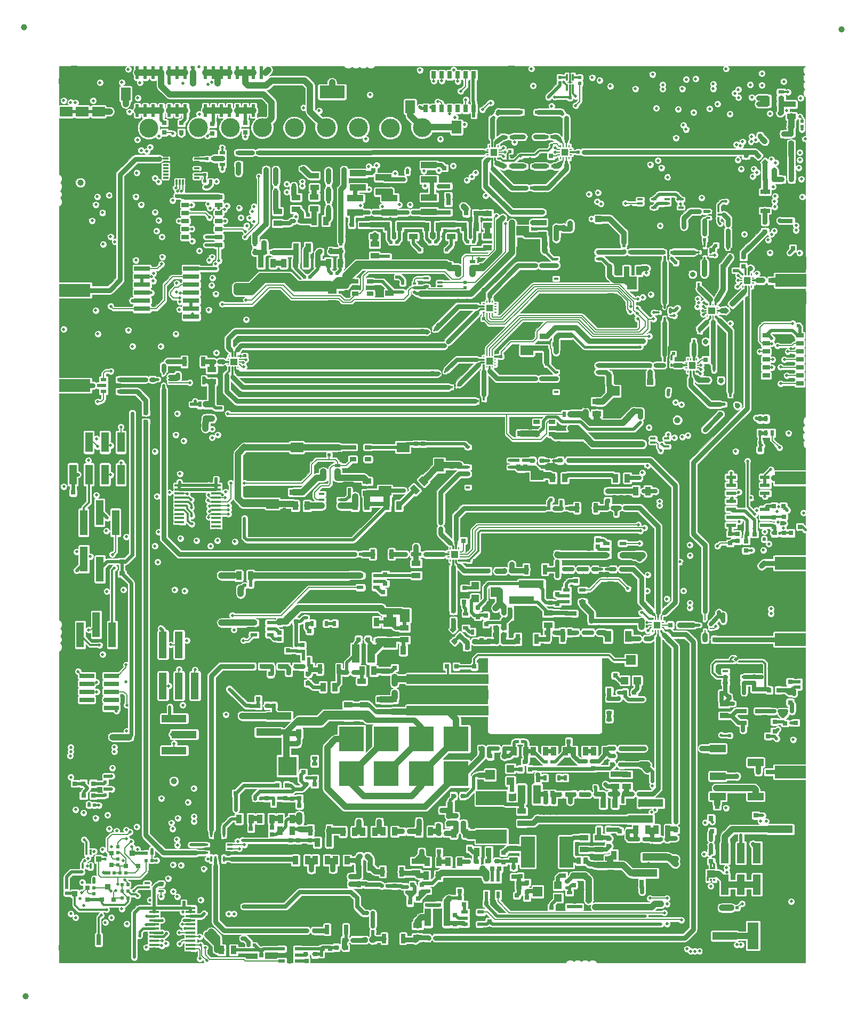
<source format=gtl>
G04 #@! TF.FileFunction,Copper,L1,Top,Signal*
%FSLAX46Y46*%
G04 Gerber Fmt 4.6, Leading zero omitted, Abs format (unit mm)*
G04 Created by KiCad (PCBNEW 4.0.7) date Tue Jun  4 16:27:16 2019*
%MOMM*%
%LPD*%
G01*
G04 APERTURE LIST*
%ADD10C,0.150000*%
%ADD11R,0.800000X0.700000*%
%ADD12C,0.500000*%
%ADD13C,5.000000*%
%ADD14R,1.500000X1.600000*%
%ADD15R,1.200000X1.200000*%
%ADD16R,1.270000X4.240000*%
%ADD17R,1.200000X3.150000*%
%ADD18R,2.400000X0.740000*%
%ADD19C,3.000000*%
%ADD20R,0.300000X0.850000*%
%ADD21R,0.850000X0.300000*%
%ADD22R,3.200000X3.200000*%
%ADD23R,5.000000X2.000000*%
%ADD24R,0.550000X0.450000*%
%ADD25R,4.000000X1.200000*%
%ADD26R,4.000000X1.300000*%
%ADD27R,1.300000X4.000000*%
%ADD28R,1.750000X4.250000*%
%ADD29R,1.270000X3.200400*%
%ADD30R,0.600000X0.950000*%
%ADD31R,0.395000X0.200000*%
%ADD32R,0.200000X0.395000*%
%ADD33R,1.000000X1.000000*%
%ADD34R,0.600000X1.100000*%
%ADD35R,1.100000X0.600000*%
%ADD36R,0.900000X0.400000*%
%ADD37R,0.675000X0.400000*%
%ADD38R,0.400000X0.675000*%
%ADD39R,0.830000X0.630000*%
%ADD40R,1.905000X2.425700*%
%ADD41R,0.711200X1.498600*%
%ADD42R,0.914400X5.334000*%
%ADD43R,0.797560X0.698500*%
%ADD44R,0.650000X0.300000*%
%ADD45R,2.000000X1.050000*%
%ADD46R,0.698500X0.797560*%
%ADD47R,0.700000X0.800000*%
%ADD48R,1.399540X0.899160*%
%ADD49R,0.495300X0.495300*%
%ADD50C,0.700000*%
%ADD51R,0.899160X1.399540*%
%ADD52R,0.698500X1.050000*%
%ADD53R,1.220000X2.990000*%
%ADD54R,1.524000X2.032000*%
%ADD55R,2.032000X1.524000*%
%ADD56R,0.800000X0.800000*%
%ADD57R,0.900000X0.900000*%
%ADD58R,0.800000X1.700000*%
%ADD59R,1.000000X0.700000*%
%ADD60R,0.300000X0.990000*%
%ADD61R,0.900000X1.500000*%
%ADD62R,0.900000X1.100000*%
%ADD63R,4.000000X2.000000*%
%ADD64R,3.000000X3.000000*%
%ADD65R,0.797560X0.797560*%
%ADD66R,0.900000X0.700000*%
%ADD67R,0.450000X0.550000*%
%ADD68R,0.630000X0.830000*%
%ADD69R,1.200000X4.000000*%
%ADD70R,2.200000X1.000000*%
%ADD71R,1.000000X2.200000*%
%ADD72R,1.000000X2.800000*%
%ADD73R,1.600000X1.500000*%
%ADD74R,4.000000X4.000000*%
%ADD75R,0.900000X0.600000*%
%ADD76R,0.440000X0.200000*%
%ADD77R,0.200000X0.440000*%
%ADD78R,0.760000X0.760000*%
%ADD79R,13.000000X1.500000*%
%ADD80R,0.800000X0.900000*%
%ADD81R,2.500000X1.200000*%
%ADD82R,1.600000X2.500000*%
%ADD83R,0.900000X0.450000*%
%ADD84R,0.600000X2.000000*%
%ADD85R,1.550000X0.600000*%
%ADD86R,0.400000X0.400000*%
%ADD87R,0.400000X0.730000*%
%ADD88R,0.730000X0.400000*%
%ADD89R,0.730000X0.730000*%
%ADD90R,0.425000X0.350000*%
%ADD91R,0.280000X0.200000*%
%ADD92R,0.200000X0.280000*%
%ADD93R,1.275000X2.955000*%
%ADD94R,2.900000X6.800000*%
%ADD95R,0.300000X0.500000*%
%ADD96R,5.450000X2.955000*%
%ADD97R,2.900000X0.890000*%
%ADD98R,0.700000X1.180000*%
%ADD99R,1.000000X0.540000*%
%ADD100R,0.950000X0.600000*%
%ADD101R,1.180000X0.700000*%
%ADD102R,1.500000X0.450000*%
%ADD103R,0.610000X1.245000*%
%ADD104R,1.040000X1.800000*%
%ADD105R,0.550000X0.250000*%
%ADD106R,0.650000X0.350000*%
%ADD107R,4.910000X2.160000*%
%ADD108R,7.110000X2.260000*%
%ADD109R,2.160000X4.910000*%
%ADD110R,2.260000X7.110000*%
%ADD111R,2.500000X0.800000*%
%ADD112R,0.800000X1.600000*%
%ADD113R,0.850000X0.350000*%
%ADD114R,0.350000X0.850000*%
%ADD115R,0.420000X0.110000*%
%ADD116R,0.240000X0.260000*%
%ADD117R,0.350000X0.425000*%
%ADD118R,0.200000X0.250000*%
%ADD119R,0.550000X0.150000*%
%ADD120R,0.700000X0.450000*%
%ADD121R,0.200000X0.050000*%
%ADD122R,0.350000X0.250000*%
%ADD123R,0.700000X0.600000*%
%ADD124R,0.500000X0.400000*%
%ADD125R,0.950000X0.300000*%
%ADD126R,0.300000X0.950000*%
%ADD127R,2.150000X2.150000*%
%ADD128R,2.540000X1.020000*%
%ADD129R,0.360000X0.430000*%
%ADD130R,1.300000X1.150000*%
%ADD131R,2.425700X1.905000*%
%ADD132R,1.498600X0.711200*%
%ADD133R,5.334000X0.914400*%
%ADD134C,1.000000*%
%ADD135C,0.790000*%
%ADD136C,0.500000*%
%ADD137C,0.860000*%
%ADD138C,0.700000*%
%ADD139C,1.000000*%
%ADD140C,0.200000*%
%ADD141C,0.300000*%
%ADD142C,0.600000*%
%ADD143C,0.400000*%
%ADD144C,0.100000*%
%ADD145C,0.250000*%
G04 APERTURE END LIST*
D10*
G36*
X99843955Y-124243760D02*
X100409640Y-124809445D01*
X99914665Y-125304420D01*
X99348980Y-124738735D01*
X99843955Y-124243760D01*
X99843955Y-124243760D01*
G37*
G36*
X98783295Y-125304420D02*
X99348980Y-125870105D01*
X98854005Y-126365080D01*
X98288320Y-125799395D01*
X98783295Y-125304420D01*
X98783295Y-125304420D01*
G37*
D11*
X154746380Y-105108180D03*
X154746380Y-106608180D03*
D12*
X122137860Y-50857020D03*
D13*
X71326540Y-163471680D03*
X71326540Y-117751680D03*
X71326540Y-72031680D03*
X124666540Y-72031680D03*
X124666540Y-163471680D03*
X124666540Y-117751680D03*
D12*
X146699660Y-59122180D03*
X136693720Y-98363520D03*
X136693720Y-97474520D03*
X136719120Y-96113920D03*
X136719120Y-95213920D03*
X136719120Y-94324920D03*
X138866300Y-94108140D03*
X139181260Y-84466300D03*
X139790860Y-85147020D03*
X140588420Y-85837900D03*
X138668180Y-86691340D03*
X138007780Y-86025860D03*
X136529500Y-84557740D03*
X135894500Y-83917660D03*
X139928020Y-78202660D03*
X134473400Y-75578920D03*
X132103760Y-78809360D03*
X132084500Y-79965420D03*
X142427380Y-57994420D03*
X144261260Y-58568460D03*
X146003700Y-58487180D03*
X145414420Y-56455180D03*
X140283620Y-55540780D03*
X138421800Y-53818660D03*
X134289220Y-58741180D03*
X132475660Y-60641100D03*
X127893500Y-55769380D03*
X129387020Y-56953020D03*
X130226080Y-57695440D03*
X138324960Y-65441280D03*
D14*
X105536540Y-145941680D03*
D15*
X108786540Y-146941680D03*
X108786540Y-144941680D03*
D12*
X49820640Y-152111620D03*
X51977100Y-152149720D03*
X137250320Y-59178640D03*
X135178220Y-60966220D03*
X135188380Y-58741180D03*
X132003220Y-59396500D03*
X143423060Y-52949980D03*
X143417980Y-51857780D03*
X141746660Y-52101620D03*
X141721260Y-53117620D03*
X143697380Y-55296940D03*
X143702460Y-54321580D03*
X141924460Y-54255540D03*
X151098940Y-70750300D03*
X147817260Y-68819900D03*
X147837580Y-64781300D03*
X149894980Y-68570980D03*
X149849260Y-66615180D03*
X149859420Y-65604260D03*
X149879740Y-64542540D03*
X149239660Y-72802620D03*
X152998860Y-73803380D03*
X150712860Y-73777980D03*
X151779660Y-73793220D03*
X148503060Y-86615140D03*
X144751000Y-76127040D03*
X145360600Y-76584240D03*
X140860200Y-88365200D03*
X139376840Y-87415240D03*
X141373280Y-86221440D03*
X145350600Y-79448000D03*
X145360600Y-78448000D03*
X145360600Y-77458000D03*
X145399180Y-80397220D03*
X145348380Y-83722080D03*
X138830740Y-77285720D03*
X144332380Y-72314940D03*
X145506640Y-71171800D03*
X143459400Y-69754480D03*
X134492400Y-65507040D03*
X135077400Y-68631800D03*
X134502560Y-66319840D03*
X134492560Y-67199840D03*
X134452560Y-68189840D03*
X141786760Y-60987120D03*
X137214760Y-60971880D03*
X86552460Y-72774680D03*
X87949460Y-72774680D03*
X83758460Y-72774680D03*
X85155460Y-72774680D03*
X106674340Y-89843480D03*
X105277340Y-89843480D03*
X99689340Y-89843480D03*
X101086340Y-89843480D03*
X102483340Y-89843480D03*
X103880340Y-89843480D03*
X92704340Y-89843480D03*
X91307340Y-89843480D03*
X89910340Y-89843480D03*
X88513340Y-89843480D03*
X94101340Y-89843480D03*
X95498340Y-89843480D03*
X96895340Y-89843480D03*
X98292340Y-89843480D03*
X75940340Y-89843480D03*
X74543340Y-89843480D03*
X73146340Y-89843480D03*
X81528340Y-89843480D03*
X80131340Y-89843480D03*
X78734340Y-89843480D03*
X77337340Y-89843480D03*
X82925340Y-89843480D03*
X84322340Y-89843480D03*
X85719340Y-89843480D03*
X87116340Y-89843480D03*
X87116340Y-89830780D03*
X110250660Y-86508460D03*
X111647660Y-86508460D03*
X108536160Y-86559260D03*
X113174200Y-86477980D03*
X116285700Y-86427180D03*
X114888700Y-86427180D03*
X126224320Y-79890360D03*
X126249720Y-78920080D03*
X124090720Y-79936080D03*
X124080560Y-78955640D03*
X120044900Y-72223500D03*
X120060140Y-70117840D03*
X117504900Y-72281920D03*
X113313900Y-72281920D03*
X114710900Y-72281920D03*
X116107900Y-72281920D03*
X117443940Y-70148320D03*
X116046940Y-70148320D03*
X114649940Y-70148320D03*
X118840940Y-70148320D03*
X122865040Y-122410920D03*
X124358560Y-122563320D03*
X127660560Y-122446480D03*
X108654900Y-126131200D03*
X109654900Y-126131200D03*
X92586860Y-127523120D03*
X93586860Y-127523120D03*
X91573660Y-127523120D03*
X95165220Y-123398160D03*
X97178420Y-123398160D03*
X96178420Y-123398160D03*
X90473580Y-117652680D03*
X91473580Y-117652680D03*
X89460380Y-117652680D03*
X93692020Y-115707040D03*
X95705220Y-115707040D03*
X94705220Y-115707040D03*
X96523860Y-114812960D03*
X97523860Y-114812960D03*
X95510660Y-114812960D03*
X90415420Y-108188640D03*
X92428620Y-108188640D03*
X91428620Y-108188640D03*
X91489580Y-106928800D03*
X92489580Y-106928800D03*
X90476380Y-106928800D03*
X82043580Y-106217600D03*
X84056780Y-106217600D03*
X83056780Y-106217600D03*
X81532780Y-107660320D03*
X82532780Y-107660320D03*
X80519580Y-107660320D03*
X78519580Y-107660320D03*
X79519580Y-107660320D03*
X76781460Y-106207440D03*
X75781460Y-106207440D03*
X77781460Y-106207440D03*
X79794660Y-106207440D03*
X78794660Y-106207440D03*
D16*
X53616280Y-125313480D03*
X53616280Y-131843480D03*
X58696280Y-131843480D03*
X58696280Y-125313480D03*
X56156280Y-131843480D03*
X56156280Y-125313480D03*
D17*
X41858780Y-93198980D03*
X41858780Y-98298980D03*
X44418780Y-93198980D03*
X44418780Y-98298980D03*
X46948780Y-93198980D03*
X46948780Y-98298980D03*
X39328780Y-93198980D03*
X39328780Y-98298980D03*
D18*
X41543980Y-135296780D03*
X45418980Y-135296780D03*
X41518980Y-132756780D03*
X45418980Y-132756780D03*
X45418980Y-134026780D03*
X41518980Y-134026780D03*
X41518980Y-131486780D03*
X45418980Y-131486780D03*
X45418980Y-130216780D03*
X41518980Y-130216780D03*
D19*
X94776980Y-43297980D03*
X84616980Y-43297980D03*
X74456980Y-43297980D03*
X64296980Y-43297980D03*
X59216980Y-43297980D03*
X69376980Y-43297980D03*
X79536980Y-43297980D03*
X89696980Y-43347980D03*
X46288380Y-43348780D03*
X51368380Y-43348780D03*
D20*
X58274580Y-51970580D03*
X57774580Y-51970580D03*
X57274580Y-51970580D03*
X56774580Y-51970580D03*
X56274580Y-51970580D03*
X55774580Y-51970580D03*
X55274580Y-51970580D03*
X54774580Y-51970580D03*
X54774580Y-47020580D03*
X55274580Y-47020580D03*
X55774580Y-47020580D03*
X56274580Y-47020580D03*
X56774580Y-47020580D03*
X57274580Y-47020580D03*
X57774580Y-47020580D03*
X58274580Y-47020580D03*
D21*
X54049580Y-51245580D03*
X54049580Y-50745580D03*
X54049580Y-50245580D03*
X54049580Y-49745580D03*
X54049580Y-49245580D03*
X54049580Y-48745580D03*
X54049580Y-48245580D03*
X54049580Y-47745580D03*
X58999580Y-47745580D03*
X58999580Y-48245580D03*
X58999580Y-48745580D03*
X58999580Y-49245580D03*
X58999580Y-49745580D03*
X58999580Y-50245580D03*
X58999580Y-50745580D03*
D22*
X56524580Y-49495580D03*
D21*
X58999580Y-51245580D03*
D23*
X39582780Y-86941980D03*
X39582780Y-81441980D03*
X39582780Y-84191980D03*
X39582780Y-71828980D03*
X39582780Y-66328980D03*
X39582780Y-69078980D03*
D24*
X76466700Y-146436060D03*
X76466700Y-147386060D03*
D25*
X142820980Y-171481620D03*
X141220980Y-168941620D03*
X141220980Y-174021620D03*
D14*
X113096540Y-164451680D03*
D15*
X116346540Y-165451680D03*
X116346540Y-163451680D03*
D26*
X150302580Y-166653680D03*
D27*
X153552580Y-171453680D03*
D28*
X147302580Y-171453680D03*
D29*
X147923380Y-158324980D03*
X145383380Y-158324980D03*
X142843380Y-158324980D03*
X147923380Y-163326240D03*
X145383380Y-163326240D03*
X142843380Y-163326240D03*
D25*
X151609580Y-154562680D03*
X153209580Y-157102680D03*
X153209580Y-152022680D03*
D23*
X153209680Y-142744880D03*
X153209680Y-148244880D03*
X153209680Y-145494880D03*
X153222380Y-121723840D03*
X153222380Y-127223840D03*
X153222380Y-124473840D03*
X153232540Y-109608040D03*
X153232540Y-115108040D03*
X153232540Y-112358040D03*
X153242700Y-96120640D03*
X153242700Y-101620640D03*
X153242700Y-98870640D03*
X153308000Y-64790000D03*
X153308000Y-70290000D03*
X153308000Y-67540000D03*
D30*
X59473480Y-87181780D03*
X60423480Y-87181780D03*
X61373480Y-87181780D03*
X61373480Y-89431780D03*
X59473480Y-89431780D03*
X60423480Y-89431780D03*
D12*
X125673540Y-43399580D03*
X126963860Y-43399580D03*
X125434780Y-40305860D03*
X129356540Y-40244900D03*
X130646860Y-40244900D03*
X153811660Y-36790500D03*
X132991280Y-50892580D03*
X132991280Y-53089680D03*
X131594280Y-53089680D03*
X131594280Y-50892580D03*
X128800280Y-50892580D03*
X128800280Y-53089680D03*
X130197280Y-53089680D03*
X130197280Y-50892580D03*
X135785280Y-50892580D03*
X135785280Y-53089680D03*
X134388280Y-53089680D03*
X134388280Y-50892580D03*
X137182280Y-50892580D03*
X137182280Y-53089680D03*
X120359860Y-49185700D03*
X115853900Y-53412260D03*
X116930860Y-53422420D03*
X114830280Y-50892580D03*
X112036280Y-50892580D03*
X114263860Y-53752620D03*
X109387060Y-55317260D03*
X113433280Y-50892580D03*
X120283660Y-50862100D03*
X122148020Y-53097300D03*
X120314140Y-53082060D03*
X119033980Y-49774980D03*
X117916380Y-53417340D03*
X119021280Y-53089680D03*
X119039060Y-50582700D03*
X124609280Y-50892580D03*
X124609280Y-53089680D03*
X123212280Y-53089680D03*
X123212280Y-50892580D03*
X126006280Y-50892580D03*
X126006280Y-53089680D03*
X127403280Y-53089680D03*
X127403280Y-50892580D03*
D31*
X147330500Y-67940000D03*
X147330500Y-67140000D03*
X147330500Y-67540000D03*
D32*
X145703000Y-68492500D03*
X146153000Y-68492500D03*
X146603000Y-68492500D03*
X147053000Y-68492500D03*
X145703000Y-66587500D03*
X146153000Y-66587500D03*
X146603000Y-66587500D03*
D31*
X145425500Y-67140000D03*
X145425500Y-67940000D03*
X145425500Y-67540000D03*
D32*
X147053000Y-66587500D03*
D33*
X146378000Y-67540000D03*
D12*
X128040820Y-40270300D03*
X126750500Y-40270300D03*
X124672780Y-38929180D03*
X142305460Y-39203500D03*
X140436020Y-38258620D03*
X135203620Y-39081580D03*
X134261280Y-38687880D03*
X133257980Y-34725480D03*
X135328080Y-34776280D03*
X154065660Y-35799900D03*
X154936880Y-34369880D03*
X149475880Y-34026980D03*
X147139080Y-34026980D03*
X139567340Y-52015260D03*
X128056060Y-53590060D03*
X128076380Y-50143280D03*
X123580580Y-49279680D03*
X126666680Y-50181380D03*
X129752780Y-49533680D03*
X126717480Y-49254280D03*
X125320480Y-49254280D03*
X52532440Y-97820680D03*
X52532440Y-96820680D03*
X52607020Y-90798040D03*
X52625680Y-91646880D03*
X52607020Y-89798040D03*
X52607020Y-88784840D03*
X52607020Y-87784840D03*
X52563840Y-95859500D03*
X52612980Y-93424880D03*
X52570540Y-102753880D03*
X52570540Y-103769880D03*
X52570540Y-104769880D03*
X52570540Y-105769880D03*
X52570540Y-106769880D03*
X53044780Y-109312580D03*
X54594180Y-110836580D03*
X53908380Y-110150780D03*
X56081980Y-112003720D03*
X58081980Y-112003720D03*
X57081980Y-112003720D03*
X59081980Y-112003720D03*
X60081980Y-112003720D03*
X61044380Y-112003720D03*
D34*
X104946540Y-162351680D03*
X105896540Y-162351680D03*
X106846540Y-162351680D03*
X106846540Y-164951680D03*
X105896540Y-164951680D03*
X104946540Y-164951680D03*
D35*
X101471540Y-169601680D03*
X101471540Y-168651680D03*
X101471540Y-167701680D03*
X104071540Y-167701680D03*
X104071540Y-168651680D03*
X104071540Y-169601680D03*
D12*
X120646880Y-160785680D03*
X122894780Y-158906080D03*
X141360580Y-46066580D03*
X141360580Y-48263680D03*
X139963580Y-48263680D03*
X139963580Y-46066580D03*
X137169580Y-46066580D03*
X137169580Y-48263680D03*
X138566580Y-48263680D03*
X138566580Y-46066580D03*
X144078380Y-48263680D03*
X142757580Y-48263680D03*
X142757580Y-46066580D03*
X124596580Y-46066580D03*
X124596580Y-48263680D03*
X123199580Y-48263680D03*
X123199580Y-46066580D03*
X120786580Y-46053880D03*
X120786580Y-48250980D03*
X130184580Y-46066580D03*
X130184580Y-48263680D03*
X128787580Y-48263680D03*
X128787580Y-46066580D03*
X125993580Y-46066580D03*
X125993580Y-48263680D03*
X127390580Y-48263680D03*
X127390580Y-46066580D03*
X132978580Y-46066580D03*
X132978580Y-48263680D03*
X131581580Y-48263680D03*
X131581580Y-46066580D03*
X134375580Y-46066580D03*
X134375580Y-48263680D03*
X135772580Y-48263680D03*
X135772580Y-46066580D03*
D10*
G36*
X147602420Y-47781405D02*
X148168105Y-47215720D01*
X148663080Y-47710695D01*
X148097395Y-48276380D01*
X147602420Y-47781405D01*
X147602420Y-47781405D01*
G37*
G36*
X148663080Y-48842065D02*
X149228765Y-48276380D01*
X149723740Y-48771355D01*
X149158055Y-49337040D01*
X148663080Y-48842065D01*
X148663080Y-48842065D01*
G37*
D12*
X141081180Y-57115580D03*
X138917140Y-159801480D03*
X138917140Y-161801480D03*
X138917140Y-160801480D03*
X142554380Y-153559380D03*
X143113180Y-161369880D03*
X143108140Y-160667880D03*
X140606240Y-163588880D03*
X141571440Y-163636380D03*
X66265480Y-55642380D03*
X140757720Y-105536640D03*
X139894120Y-104736540D03*
X139424220Y-103872940D03*
X139424220Y-102872940D03*
X139424220Y-98013840D03*
X139424220Y-100815540D03*
X139424220Y-99815540D03*
X139424220Y-101815540D03*
X139424220Y-98915540D03*
X139450540Y-139543680D03*
X139450540Y-136543680D03*
X139450540Y-135543680D03*
X139450540Y-137543680D03*
X139450540Y-138543680D03*
X139450540Y-134426080D03*
X139437840Y-131521580D03*
X139437840Y-130521580D03*
X139437840Y-129521580D03*
X139437840Y-126371980D03*
X139437840Y-127371980D03*
X139437840Y-128371980D03*
X142592480Y-80483580D03*
X142020980Y-75924280D03*
X142020500Y-76950000D03*
X142020500Y-77940000D03*
X142010500Y-78940000D03*
X142000500Y-79940000D03*
X133926740Y-146446980D03*
X133829480Y-149711280D03*
X133926740Y-145446980D03*
X133926740Y-144446980D03*
X133926740Y-143446980D03*
X136714040Y-150332380D03*
X136079040Y-151891180D03*
X136066340Y-145872380D03*
X136066340Y-144872380D03*
X136066340Y-143872380D03*
X136066340Y-147872380D03*
X136066340Y-146872380D03*
X136066340Y-148872380D03*
X136066340Y-149872380D03*
X130185340Y-125491580D03*
X131188640Y-125834480D03*
X131188640Y-126609180D03*
X136701340Y-137830980D03*
X136701340Y-136830980D03*
X136701340Y-134830980D03*
X136701340Y-135830980D03*
X136701340Y-139830980D03*
X136701340Y-138830980D03*
X136701340Y-133830980D03*
X136701340Y-132830980D03*
X136701340Y-130830980D03*
X136701340Y-131830980D03*
X136701340Y-127830980D03*
X136701340Y-126830980D03*
X136701340Y-128830980D03*
X136701340Y-129830980D03*
X135467780Y-124616080D03*
X136701340Y-125930980D03*
X133939440Y-140386780D03*
X133926740Y-134408880D03*
X133926740Y-133408880D03*
X133926740Y-131408880D03*
X133926740Y-132408880D03*
X133926740Y-136408880D03*
X133926740Y-135408880D03*
X133926740Y-137408880D03*
X133926740Y-138408880D03*
X133926740Y-130408880D03*
X133926740Y-129408880D03*
X133926740Y-127408880D03*
X133926740Y-128408880D03*
X133926740Y-126408880D03*
X133926740Y-139408880D03*
X131162480Y-143704180D03*
X131158140Y-142913580D03*
X87830080Y-69129780D03*
X98396480Y-67161280D03*
X90979680Y-68634480D03*
X88579380Y-66805680D03*
X89227080Y-72241280D03*
X89950980Y-72241280D03*
X80806980Y-71923780D03*
X80083080Y-71923780D03*
X103946380Y-111992280D03*
X60385380Y-90084780D03*
X60372680Y-91024580D03*
X109371180Y-89931120D03*
X111885780Y-90108920D03*
X116590880Y-91003000D03*
X63255580Y-79238980D03*
X105470380Y-71872980D03*
X103768580Y-64062480D03*
X82673880Y-70056880D03*
X89709680Y-67148580D03*
X129633020Y-93502360D03*
X59036110Y-76852330D03*
X58147110Y-76852330D03*
X58147110Y-77868330D03*
X58147110Y-78868330D03*
X58528110Y-80900330D03*
X58528110Y-79900330D03*
X59036110Y-78868330D03*
X59036110Y-77868330D03*
X114830280Y-66297680D03*
X106346680Y-70183880D03*
X104449400Y-68988100D03*
X113268180Y-84166580D03*
X114665180Y-84166580D03*
X108759680Y-84217380D03*
X108759680Y-82020280D03*
X107362680Y-82020280D03*
X107362680Y-84217380D03*
X111553680Y-84217380D03*
X111553680Y-82020280D03*
X110156680Y-82020280D03*
X110156680Y-84217380D03*
X105635480Y-87405080D03*
X102574780Y-83595080D03*
X101634980Y-84522180D03*
X99958580Y-81893280D03*
X99209280Y-82591780D03*
X101901680Y-70602980D03*
X100504680Y-70602980D03*
X103298680Y-70602980D03*
X98977900Y-74661200D03*
X98297900Y-75371200D03*
X100273300Y-73340400D03*
X99593300Y-74050400D03*
X101725300Y-72772000D03*
X100413000Y-74127800D03*
X101103000Y-73457800D03*
X99733000Y-74837800D03*
X97535900Y-73097900D03*
X98905900Y-71717900D03*
X98215900Y-72387900D03*
X63839780Y-86820880D03*
X82965980Y-87773380D03*
X84362980Y-74603480D03*
X84362980Y-76800580D03*
X84362980Y-85588980D03*
X84362980Y-78997680D03*
X84362980Y-83391880D03*
X84362980Y-81194780D03*
X82965980Y-87786080D03*
X82965980Y-81194780D03*
X82965980Y-83391880D03*
X82965980Y-78997680D03*
X82965980Y-85588980D03*
X82965980Y-76800580D03*
X82965980Y-74603480D03*
X81568980Y-87786080D03*
X80171980Y-74603480D03*
X80171980Y-76800580D03*
X80171980Y-85588980D03*
X80171980Y-78997680D03*
X80171980Y-83391880D03*
X80171980Y-81194780D03*
X80171980Y-87786080D03*
X81568980Y-81194780D03*
X81568980Y-83391880D03*
X81568980Y-78997680D03*
X81568980Y-85588980D03*
X81568980Y-76800580D03*
X81568980Y-74603480D03*
X78774980Y-87786080D03*
X73186980Y-87786080D03*
X75980980Y-74603480D03*
X75980980Y-76800580D03*
X75980980Y-85588980D03*
X75980980Y-78997680D03*
X75980980Y-83391880D03*
X75980980Y-81194780D03*
X74583980Y-87786080D03*
X74583980Y-81194780D03*
X74583980Y-83391880D03*
X74583980Y-78997680D03*
X74583980Y-85588980D03*
X74583980Y-76800580D03*
X74583980Y-74603480D03*
X75980980Y-87786080D03*
X77377980Y-74603480D03*
X77377980Y-76800580D03*
X77377980Y-85588980D03*
X77377980Y-78997680D03*
X77377980Y-83391880D03*
X77377980Y-81194780D03*
X77377980Y-87786080D03*
X78774980Y-81194780D03*
X78774980Y-83391880D03*
X78774980Y-78997680D03*
X78774980Y-85588980D03*
X78774980Y-76800580D03*
X78774980Y-74603480D03*
X67598980Y-74603480D03*
X66671880Y-83391880D03*
X66392480Y-78794480D03*
X66201980Y-85588980D03*
X66201980Y-74603480D03*
X64843080Y-87709880D03*
X63712780Y-75543280D03*
X62963480Y-77181580D03*
X62645980Y-84522180D03*
X62645980Y-83391880D03*
X63407980Y-81194780D03*
X63001580Y-85931880D03*
X64868480Y-80432780D03*
X65160580Y-77206980D03*
X70392980Y-74603480D03*
X70392980Y-76800580D03*
X70392980Y-85588980D03*
X70392980Y-78997680D03*
X70392980Y-83391880D03*
X70392980Y-81194780D03*
X68995980Y-87786080D03*
X68995980Y-81194780D03*
X68995980Y-83391880D03*
X68995980Y-78997680D03*
X68995980Y-85588980D03*
X68995980Y-76800580D03*
X68995980Y-74603480D03*
X70392980Y-87786080D03*
X71789980Y-74603480D03*
X71789980Y-76800580D03*
X71789980Y-85588980D03*
X71789980Y-78997680D03*
X71789980Y-83391880D03*
X71789980Y-81194780D03*
X71789980Y-87786080D03*
X73186980Y-81194780D03*
X73186980Y-83391880D03*
X73186980Y-78997680D03*
X73186980Y-85588980D03*
X73186980Y-76800580D03*
X73186980Y-74603480D03*
X95538980Y-76800580D03*
X95538980Y-85588980D03*
X95538980Y-78997680D03*
X95538980Y-83391880D03*
X95538980Y-81194780D03*
X94141980Y-87786080D03*
X94141980Y-81194780D03*
X94141980Y-83391880D03*
X94141980Y-78997680D03*
X94141980Y-85588980D03*
X94141980Y-76800580D03*
X94141980Y-74603480D03*
X92744980Y-87786080D03*
X91347980Y-74603480D03*
X91347980Y-76800580D03*
X91347980Y-85588980D03*
X91347980Y-78997680D03*
X91347980Y-83391880D03*
X91347980Y-81194780D03*
X91347980Y-87786080D03*
X92744980Y-81194780D03*
X92744980Y-83391880D03*
X92744980Y-78997680D03*
X92744980Y-85588980D03*
X92744980Y-76800580D03*
X92744980Y-74603480D03*
X89950980Y-87786080D03*
X84362980Y-87786080D03*
X87156980Y-74603480D03*
X87156980Y-76800580D03*
X87156980Y-85588980D03*
X87156980Y-78997680D03*
X87156980Y-83391880D03*
X87156980Y-81194780D03*
X85759980Y-87786080D03*
X85759980Y-81194780D03*
X85759980Y-83391880D03*
X85759980Y-78997680D03*
X85759980Y-85588980D03*
X85759980Y-76800580D03*
X85759980Y-74603480D03*
X87156980Y-87786080D03*
X88553980Y-74603480D03*
X88553980Y-76800580D03*
X88553980Y-85588980D03*
X88553980Y-78997680D03*
X88553980Y-83391880D03*
X88553980Y-81194780D03*
X88553980Y-87786080D03*
X89950980Y-81194780D03*
X89950980Y-83391880D03*
X89950980Y-78997680D03*
X89950980Y-85588980D03*
X89950980Y-76800580D03*
X89950980Y-74603480D03*
X101126980Y-76800580D03*
X101126980Y-85588980D03*
X101126980Y-78997680D03*
X101800080Y-81118580D03*
X99729980Y-87786080D03*
X100199880Y-82883880D03*
X99729980Y-78997680D03*
X99729980Y-85588980D03*
X99107680Y-75479780D03*
X98332980Y-87786080D03*
X96935980Y-76800580D03*
X96935980Y-85588980D03*
X96935980Y-78997680D03*
X96935980Y-83391880D03*
X96935980Y-87786080D03*
X98332980Y-83391880D03*
X98332980Y-78997680D03*
X98332980Y-85588980D03*
X98447280Y-76127480D03*
X95538980Y-87786080D03*
X101126980Y-87786080D03*
X103324080Y-74705080D03*
X101050780Y-81969480D03*
X103501880Y-84903180D03*
X103920980Y-78997680D03*
X103489180Y-83417280D03*
X102523980Y-87786080D03*
X102523980Y-78997680D03*
X102523980Y-85588980D03*
X102257280Y-75771880D03*
X103920980Y-87786080D03*
X100174480Y-77803880D03*
X100707880Y-81118580D03*
X105660880Y-86249380D03*
X105648180Y-83595080D03*
X105648180Y-84890480D03*
X97647180Y-81245580D03*
X96008880Y-74743180D03*
X105474750Y-80323310D03*
D36*
X138658000Y-67400000D03*
D37*
X137570500Y-67400000D03*
X139745500Y-67400000D03*
D38*
X139608000Y-68237500D03*
X138658000Y-68237500D03*
X137708000Y-68237500D03*
X137708000Y-66562500D03*
X138658000Y-66562500D03*
X139608000Y-66562500D03*
D12*
X155432180Y-45749080D03*
X154132200Y-33817800D03*
X109043540Y-149790780D03*
X80896800Y-53466500D03*
X81087300Y-52450500D03*
X48176340Y-51408780D03*
X48138240Y-47459080D03*
X46004640Y-49529180D03*
X144738780Y-83264880D03*
X147451180Y-80649420D03*
X144759100Y-79970500D03*
X147441340Y-83262340D03*
X147461660Y-84964140D03*
X147474360Y-75517880D03*
X148630060Y-70978900D03*
X148071260Y-70013700D03*
X147760900Y-72301800D03*
X145307740Y-72304780D03*
X144979600Y-74702100D03*
X117408500Y-47203420D03*
X154327280Y-64684780D03*
X151685680Y-65167380D03*
X152498480Y-65192780D03*
X152739780Y-71664700D03*
X151672980Y-71649460D03*
X153958980Y-71674860D03*
X154962280Y-94097980D03*
X152879480Y-94097980D03*
X153844680Y-94123380D03*
X153882780Y-101616380D03*
X152917580Y-101590980D03*
X150834780Y-101590980D03*
X151799980Y-101616380D03*
X151926980Y-96104580D03*
X150961780Y-96079180D03*
X153044580Y-96079180D03*
X154009780Y-96104580D03*
X151380880Y-96676080D03*
X152346080Y-96701480D03*
X152422280Y-102289480D03*
X151457080Y-102264080D03*
X153539880Y-108931580D03*
X152574680Y-108906180D03*
X151126880Y-116538880D03*
X152092080Y-116564280D03*
X152447680Y-114773580D03*
X151482480Y-114748180D03*
X138840940Y-127889380D03*
X138840940Y-126889380D03*
X138840940Y-125889380D03*
X141898830Y-126830570D03*
X154136780Y-88601420D03*
X154995300Y-87773380D03*
X147507380Y-86610060D03*
X153003940Y-88703020D03*
X150626500Y-86610060D03*
X149585100Y-86584660D03*
X133760900Y-103739820D03*
X133776140Y-104720260D03*
X75130080Y-130089780D03*
X74087280Y-127408820D03*
X75087280Y-127408820D03*
X73087280Y-127408820D03*
X62889180Y-130596520D03*
X66797480Y-130101220D03*
X65797480Y-130101220D03*
X65606980Y-127396120D03*
X67606980Y-127396120D03*
X66606980Y-127396120D03*
X70456480Y-127384680D03*
X71396280Y-127397380D03*
X64593780Y-127396120D03*
X62593780Y-127396120D03*
X63593780Y-127396120D03*
X108532220Y-102265360D03*
X107532220Y-102265360D03*
X105544420Y-102257740D03*
X106544420Y-102257740D03*
X102544680Y-102250120D03*
X101544680Y-102250120D03*
X103544680Y-102250120D03*
X104544680Y-102250120D03*
X111693380Y-102276780D03*
X112734780Y-102264080D03*
X113699980Y-102264080D03*
X116032080Y-102300920D03*
X119229180Y-102275520D03*
X117924380Y-102262820D03*
X122362520Y-105008560D03*
X121362520Y-105008560D03*
X119374720Y-105000940D03*
X120374720Y-105000940D03*
X116374980Y-104993320D03*
X115374980Y-104993320D03*
X117374980Y-104993320D03*
X118374980Y-104993320D03*
X123460820Y-105000940D03*
X124448620Y-105008560D03*
X113471380Y-105070780D03*
X112443820Y-105033960D03*
X111443820Y-105033960D03*
X110456020Y-105026340D03*
X105370180Y-105018720D03*
X104370180Y-105018720D03*
X102370180Y-105018720D03*
X103370180Y-105018720D03*
X107369920Y-105026340D03*
X106369920Y-105026340D03*
X108357720Y-105033960D03*
X109357720Y-105033960D03*
X99666480Y-101108380D03*
X101012680Y-99876480D03*
X98485380Y-98492180D03*
X97570980Y-99381180D03*
X92200280Y-112308520D03*
X91200280Y-112308520D03*
X97583680Y-112134520D03*
X96542280Y-112147220D03*
X95564380Y-112198020D03*
X92922780Y-109591980D03*
X91500380Y-109566580D03*
X95526280Y-109843440D03*
X96478780Y-109830740D03*
X97520180Y-109818040D03*
X96351780Y-107953680D03*
X96364480Y-106836080D03*
X96351780Y-102987980D03*
X96377180Y-105426380D03*
X96377180Y-104169080D03*
X107822900Y-68906900D03*
X109192900Y-67526900D03*
X108502900Y-68196900D03*
X51977980Y-93907480D03*
X51966940Y-95313400D03*
X52021160Y-92086300D03*
X52010120Y-87238740D03*
X52010120Y-88238740D03*
X52010120Y-89251940D03*
X52010120Y-91251940D03*
X52010120Y-90251940D03*
X43477340Y-67731840D03*
X45296900Y-70496840D03*
X43483340Y-70512080D03*
X54451200Y-77761580D03*
X147898540Y-56871740D03*
X140598580Y-59426980D03*
X141322480Y-58550680D03*
X140669700Y-52975380D03*
X140989740Y-51563140D03*
X140979580Y-50491260D03*
X138376080Y-50892580D03*
X138922180Y-57509280D03*
X119308300Y-48784380D03*
X122757620Y-43450380D03*
X123326580Y-42866180D03*
D39*
X95645660Y-164331580D03*
X95645660Y-166561580D03*
X97311900Y-166551420D03*
X97311900Y-164321420D03*
D12*
X96053540Y-170756480D03*
D10*
G36*
X79476600Y-153103580D02*
X78981300Y-153598880D01*
X78066900Y-153598880D01*
X77571600Y-153103580D01*
X79476600Y-153103580D01*
X79476600Y-153103580D01*
G37*
D40*
X78524100Y-151890730D03*
D41*
X80022700Y-154767280D03*
D42*
X78524100Y-152849580D03*
D41*
X77025500Y-154767280D03*
D10*
G36*
X77571600Y-150677880D02*
X78066900Y-150182580D01*
X78981300Y-150182580D01*
X79476600Y-150677880D01*
X77571600Y-150677880D01*
X77571600Y-150677880D01*
G37*
D12*
X117219200Y-65003600D03*
X117209200Y-66003600D03*
X117209200Y-67013600D03*
X118428400Y-67013600D03*
X118428400Y-66003600D03*
X118438400Y-65003600D03*
X121537200Y-65003600D03*
X121527200Y-66003600D03*
X121527200Y-67013600D03*
X120308000Y-67013600D03*
X120308000Y-66003600D03*
X120318000Y-65003600D03*
X119403600Y-65003600D03*
X119393600Y-66003600D03*
X119393600Y-67013600D03*
X119393600Y-63000400D03*
X119393600Y-61990400D03*
X119403600Y-60990400D03*
X120318000Y-60990400D03*
X120308000Y-61990400D03*
X120308000Y-63000400D03*
X121527200Y-63000400D03*
X121527200Y-61990400D03*
X121537200Y-60990400D03*
X118438400Y-60990400D03*
X118428400Y-61990400D03*
X118428400Y-63000400D03*
X118449780Y-64024380D03*
X119364180Y-64024380D03*
X117209200Y-63000400D03*
X117209200Y-61990400D03*
X117219200Y-60990400D03*
X120278580Y-64024380D03*
X106359380Y-97145980D03*
X103300000Y-94112000D03*
X103290000Y-95112000D03*
X103290000Y-96122000D03*
X105444980Y-97145980D03*
X104530580Y-97145980D03*
X104509200Y-96122000D03*
X104509200Y-95112000D03*
X104519200Y-94112000D03*
X107618000Y-94112000D03*
X107608000Y-95112000D03*
X107608000Y-96122000D03*
X106388800Y-96122000D03*
X106388800Y-95112000D03*
X106398800Y-94112000D03*
X105484400Y-94112000D03*
X105474400Y-95112000D03*
X105474400Y-96122000D03*
X105474400Y-100135200D03*
X105474400Y-99125200D03*
X105484400Y-98125200D03*
X106398800Y-98125200D03*
X106388800Y-99125200D03*
X106388800Y-100135200D03*
X107608000Y-100135200D03*
X107608000Y-99125200D03*
X107618000Y-98125200D03*
X104519200Y-98125200D03*
X104509200Y-99125200D03*
X104509200Y-100135200D03*
X103290000Y-100135200D03*
X103290000Y-99125200D03*
X103300000Y-98125200D03*
X117219200Y-83037600D03*
X117209200Y-84037600D03*
X117209200Y-85047600D03*
X118428400Y-85047600D03*
X118428400Y-84037600D03*
X118438400Y-83037600D03*
X121537200Y-83037600D03*
X121527200Y-84037600D03*
X121527200Y-85047600D03*
X120308000Y-85047600D03*
X120308000Y-84037600D03*
X120318000Y-83037600D03*
X119403600Y-83037600D03*
X119393600Y-84037600D03*
X119393600Y-85047600D03*
X119393600Y-81034400D03*
X119393600Y-80024400D03*
X119403600Y-79024400D03*
X120318000Y-79024400D03*
X120308000Y-80024400D03*
X120308000Y-81034400D03*
X121527200Y-81034400D03*
X121527200Y-80024400D03*
X121537200Y-79024400D03*
X118438400Y-79024400D03*
X118428400Y-80024400D03*
X118428400Y-81034400D03*
X118449780Y-82058380D03*
X119364180Y-82058380D03*
X117209200Y-81034400D03*
X117209200Y-80024400D03*
X117219200Y-79024400D03*
X120278580Y-82058380D03*
X57642180Y-174514380D03*
X56880180Y-174514380D03*
X56270580Y-171618780D03*
X147509040Y-109449780D03*
X49437980Y-50460780D03*
X123555180Y-34026980D03*
X144281580Y-36439980D03*
X130377200Y-65628800D03*
X130387780Y-66335780D03*
X57123600Y-49586800D03*
X56053600Y-49586800D03*
X109978000Y-47050000D03*
X112348000Y-47050000D03*
X47775940Y-84205980D03*
X145068980Y-139690980D03*
X137232600Y-71055200D03*
X39989180Y-89703780D03*
X39972140Y-88641880D03*
X40048340Y-78880680D03*
X40048340Y-79880680D03*
X40099140Y-73495880D03*
X40099140Y-74495880D03*
X40099140Y-63691480D03*
X40099140Y-64691480D03*
X147816880Y-42153720D03*
X146978680Y-41315520D03*
X148604280Y-42991920D03*
X150560080Y-47640120D03*
X150560080Y-46293920D03*
X147816880Y-51475520D03*
X147723280Y-48733580D03*
X147588280Y-45938320D03*
X145530880Y-43804720D03*
X144641880Y-42890320D03*
X143702080Y-41950520D03*
X144337080Y-38673920D03*
X135315380Y-36947980D03*
X139049180Y-36922580D03*
X125739580Y-36922580D03*
X137931580Y-36897180D03*
X127644580Y-36947980D03*
X132318180Y-36871780D03*
X140319180Y-36897180D03*
X117548000Y-39820000D03*
X118218000Y-40510000D03*
X37880980Y-100193980D03*
X42910180Y-152771980D03*
X41502140Y-146127880D03*
X118221180Y-36058980D03*
D43*
X146161180Y-48939880D03*
X146161180Y-47739880D03*
D12*
X138840940Y-134921380D03*
X142325780Y-134280780D03*
X142325780Y-133467980D03*
X144408580Y-130572380D03*
X144408580Y-129556380D03*
X145881780Y-134585580D03*
X151723780Y-135855580D03*
X152485780Y-135855580D03*
X152079380Y-136617580D03*
X144726080Y-172876080D03*
X139544480Y-158499680D03*
X140433480Y-158499680D03*
X149386980Y-153279980D03*
X148523380Y-153279980D03*
X143468780Y-152568780D03*
X146186580Y-153330780D03*
X153806580Y-133112380D03*
X153044580Y-132959980D03*
X153552580Y-132350380D03*
X141957480Y-128743580D03*
X148574180Y-128591180D03*
X146948580Y-137735180D03*
X146948580Y-136769980D03*
X146948580Y-135804780D03*
X146719980Y-133315580D03*
X149640980Y-133925180D03*
X144408580Y-131385180D03*
X144433980Y-132401180D03*
X151622180Y-133518780D03*
X148726580Y-127067180D03*
X149818780Y-129099180D03*
X151545980Y-130115180D03*
X147507380Y-134687180D03*
X149590180Y-138344780D03*
X145386480Y-172876080D03*
X53757640Y-83253980D03*
X68791700Y-39045800D03*
X58441200Y-39045800D03*
X56257540Y-168227180D03*
X37550780Y-157534480D03*
X41716040Y-162448680D03*
X41716040Y-161448680D03*
X38884280Y-148834980D03*
X37868280Y-38979980D03*
X51114040Y-165036680D03*
X39074780Y-153597480D03*
X51431540Y-161306180D03*
X142797230Y-125903470D03*
X141893980Y-125873380D03*
X144797230Y-125903470D03*
X143797230Y-125903470D03*
X141982880Y-122012580D03*
X142497230Y-123103470D03*
X143497230Y-123103470D03*
X146545230Y-123103470D03*
X145545230Y-123103470D03*
X144545230Y-123103470D03*
X148545230Y-123103470D03*
X147545230Y-123103470D03*
X149545230Y-123103470D03*
X149845230Y-125903470D03*
X148845230Y-125903470D03*
X146845230Y-125903470D03*
X147845230Y-125903470D03*
X145845230Y-125903470D03*
X51966940Y-127115980D03*
X51966940Y-125115980D03*
X51966940Y-126115980D03*
X51966940Y-124115980D03*
X51966940Y-129119780D03*
X51966940Y-128119780D03*
X51966940Y-131119780D03*
X51966940Y-130119780D03*
X51966940Y-132119780D03*
X51966940Y-133119780D03*
X51939880Y-133925180D03*
X51966940Y-136119780D03*
X51966940Y-137081680D03*
X51966940Y-149184780D03*
X51966940Y-148184780D03*
X51966940Y-146184780D03*
X51966940Y-147184780D03*
X51966940Y-145184780D03*
X51966940Y-144184780D03*
X51966940Y-143184780D03*
X51965280Y-140046580D03*
X51965280Y-141189580D03*
X51965280Y-138090780D03*
X51965280Y-139094080D03*
X51966940Y-150169280D03*
X51966940Y-151169280D03*
X49452340Y-155204580D03*
X49452340Y-154204580D03*
X41614780Y-153597480D03*
X49820640Y-141203580D03*
X49820640Y-144207380D03*
X49820640Y-143207380D03*
X49820640Y-146207380D03*
X49820640Y-145207380D03*
X49820640Y-147207380D03*
X49820640Y-148207380D03*
X49820640Y-150207380D03*
X49820640Y-149207380D03*
X49820640Y-151207380D03*
X123277000Y-39098500D03*
X122297000Y-40058500D03*
X121307000Y-41008500D03*
X103888000Y-60530000D03*
X52851740Y-79416780D03*
X52291140Y-84393480D03*
X52291140Y-82393480D03*
X54824440Y-86793480D03*
X54824440Y-85793480D03*
X55091140Y-81793480D03*
X52291140Y-80388680D03*
X52291140Y-81277680D03*
X54824440Y-88797280D03*
X54824440Y-87797280D03*
X54824440Y-90797280D03*
X54824440Y-89797280D03*
X49820640Y-140078880D03*
X49820640Y-139078880D03*
X49820640Y-137078880D03*
X49820640Y-138078880D03*
X49820640Y-136078880D03*
X49820640Y-133078880D03*
X49820640Y-134078880D03*
X49820640Y-131078880D03*
X49820640Y-132078880D03*
X49820640Y-124070280D03*
X49820640Y-127075080D03*
X49820640Y-126075080D03*
X49820640Y-125075080D03*
X49820640Y-129075080D03*
X49820640Y-128075080D03*
X49820640Y-130075080D03*
X49820640Y-105056080D03*
X49820640Y-103056080D03*
X49820640Y-104056080D03*
X49820640Y-101056080D03*
X49820640Y-102056080D03*
X49795240Y-97063980D03*
X49795240Y-96063980D03*
X49795240Y-94063980D03*
X49795240Y-95063980D03*
X49820640Y-99051280D03*
X49769840Y-90038580D03*
X49769840Y-91038580D03*
X49769840Y-89038580D03*
X49820640Y-107059880D03*
X49820640Y-106059880D03*
X49820640Y-109059880D03*
X49820640Y-108059880D03*
X49820640Y-110059880D03*
X49820640Y-111059880D03*
X49820640Y-116059880D03*
X49820640Y-117059880D03*
X49820640Y-112059880D03*
X49820640Y-114059880D03*
X49820640Y-115059880D03*
X49820640Y-120064680D03*
X49820640Y-119064680D03*
X49820640Y-118064680D03*
X49820640Y-122064680D03*
X49820640Y-121064680D03*
X49820640Y-123064680D03*
X49769840Y-88025380D03*
X49769840Y-87025380D03*
X45382340Y-64716880D03*
X48182340Y-54227880D03*
X48182340Y-52227880D03*
X48182340Y-56227880D03*
X48182340Y-55227880D03*
X48182340Y-57227880D03*
X48182340Y-58227880D03*
X48182340Y-63227880D03*
X48182340Y-64227880D03*
X48182340Y-59227880D03*
X48182340Y-62227880D03*
X45382340Y-63827880D03*
X45382340Y-62827880D03*
X45382340Y-51827880D03*
X45780380Y-53965980D03*
X45382340Y-58827880D03*
X45382340Y-55827880D03*
X45382340Y-54827880D03*
X45382340Y-56827880D03*
X45382340Y-57827880D03*
X48182340Y-67232680D03*
X48182340Y-66232680D03*
X48182340Y-65232680D03*
X48182340Y-68232680D03*
X45382340Y-65832680D03*
X45382340Y-66832680D03*
X94281940Y-120717860D03*
X62050980Y-107977820D03*
X52282780Y-99050980D03*
X151952380Y-120234580D03*
X150987180Y-120209180D03*
X153069980Y-120209180D03*
X154035180Y-120234580D03*
X154085980Y-128794380D03*
X153120780Y-128768980D03*
X151037980Y-128768980D03*
X152003180Y-128794380D03*
X151774580Y-149749380D03*
X150809380Y-149723980D03*
X152892180Y-149723980D03*
X153857380Y-149749380D03*
X154085980Y-141214980D03*
X153120780Y-141189580D03*
X151037980Y-141189580D03*
X152003180Y-141214980D03*
X111923780Y-48183980D03*
X113023780Y-48183980D03*
X114373780Y-48183980D03*
X152421800Y-48070200D03*
X145195980Y-55403620D03*
X146313580Y-55337580D03*
X147240200Y-55334600D03*
X147214800Y-54496400D03*
X148459400Y-54928200D03*
X149424600Y-54953600D03*
X146288180Y-54499380D03*
X145211220Y-54545100D03*
X117306780Y-52436900D03*
X117306780Y-51451380D03*
X149513980Y-36693980D03*
X153268600Y-36103800D03*
X146393200Y-67521800D03*
X52011740Y-106261880D03*
X52011740Y-108150880D03*
X54824440Y-93787280D03*
X54824440Y-96687280D03*
X54824440Y-94687280D03*
X54824440Y-95687280D03*
X55091140Y-98687280D03*
X55091140Y-100687280D03*
X55091140Y-101687280D03*
X55091140Y-106687280D03*
X55091140Y-107687280D03*
X55091140Y-103687280D03*
X55091140Y-102687280D03*
X55091140Y-104687280D03*
X55091140Y-105687280D03*
X51935540Y-96274580D03*
X51935540Y-97274580D03*
X52011740Y-105261880D03*
X52011740Y-104261880D03*
X52011740Y-102261880D03*
X52011740Y-103261880D03*
X52011740Y-101261880D03*
X112010000Y-76469400D03*
X110765400Y-76469400D03*
X65338380Y-69358380D03*
X65338380Y-68469380D03*
X141462180Y-148047580D03*
X151073540Y-69637780D03*
X151241180Y-65345180D03*
X67497400Y-48670000D03*
X61144200Y-49838400D03*
X152467600Y-42339000D03*
X61147380Y-54296180D03*
X153336200Y-76365800D03*
X153336200Y-77355800D03*
X153326200Y-78355800D03*
X153316200Y-79355800D03*
X147489280Y-79315920D03*
X147499280Y-78270200D03*
X147461660Y-77283180D03*
X144751000Y-77000800D03*
X144751000Y-77990800D03*
X144741000Y-78990800D03*
X106968980Y-58207780D03*
X107578580Y-57598180D03*
X109064480Y-58398280D03*
X118271980Y-58436380D03*
X52573800Y-49332800D03*
X52599200Y-47173800D03*
X102178000Y-54010000D03*
X106118000Y-47250000D03*
X107309100Y-66291900D03*
X107999100Y-65621900D03*
X109548000Y-64140000D03*
X106629100Y-67001900D03*
X105859100Y-67641900D03*
X116728000Y-39410000D03*
X119288000Y-41710000D03*
X119238000Y-43470000D03*
X104998000Y-41050000D03*
X106168000Y-40000000D03*
X104538000Y-44680000D03*
X104588000Y-45560000D03*
X104528000Y-42710000D03*
X69208000Y-45980000D03*
X70358000Y-45980000D03*
X65858000Y-45980000D03*
X66928000Y-45980000D03*
X67988000Y-45980000D03*
X72598000Y-46000000D03*
X71538000Y-45970000D03*
X84858000Y-45980000D03*
X86008000Y-45980000D03*
X81508000Y-45980000D03*
X82578000Y-45980000D03*
X83638000Y-45980000D03*
X88318000Y-45920000D03*
X87168000Y-45950000D03*
X79248000Y-45960000D03*
X80338000Y-45930000D03*
X75698000Y-45970000D03*
X74638000Y-45970000D03*
X73568000Y-45970000D03*
X78068000Y-45970000D03*
X76918000Y-45970000D03*
X92598000Y-45840000D03*
X93748000Y-45840000D03*
X89248000Y-45840000D03*
X90318000Y-45840000D03*
X91378000Y-45840000D03*
X95988000Y-45860000D03*
X94928000Y-45830000D03*
X110008000Y-39490000D03*
X109991580Y-42586780D03*
X107828000Y-39460000D03*
X108898000Y-39460000D03*
X113598000Y-39410000D03*
X113598380Y-42789980D03*
X114708000Y-39410000D03*
X115768000Y-39410000D03*
X114766780Y-42840780D03*
X115985980Y-42840780D03*
X108924780Y-42662980D03*
X107832580Y-42637580D03*
X116036780Y-43628180D03*
X114715980Y-43602780D03*
X112528000Y-43220000D03*
X113649180Y-43551980D03*
X108924780Y-43424980D03*
X107807180Y-43399580D03*
X111348000Y-43230000D03*
X109966180Y-43475780D03*
X105168000Y-57850000D03*
X106738000Y-56480000D03*
X110898000Y-58080000D03*
X110042380Y-58080780D03*
X114778000Y-55300000D03*
X115838000Y-55330000D03*
X111228000Y-55310000D03*
X110168000Y-55310000D03*
X113598000Y-55310000D03*
X112448000Y-55310000D03*
X108888000Y-47810000D03*
X111198000Y-46230000D03*
X112348000Y-46230000D03*
X108908000Y-50870000D03*
X108918000Y-46230000D03*
X109978000Y-46230000D03*
X114588000Y-46250000D03*
X113528000Y-46220000D03*
X103895580Y-51400580D03*
X102838000Y-45900000D03*
X103898000Y-45930000D03*
X99288000Y-45910000D03*
X98228000Y-45910000D03*
X97158000Y-45910000D03*
X101658000Y-45910000D03*
X100508000Y-45910000D03*
X109588000Y-51510000D03*
X92648000Y-48700000D03*
X91588000Y-48700000D03*
X90518000Y-48700000D03*
X82438000Y-48660000D03*
X83588000Y-48660000D03*
X79088000Y-48660000D03*
X80158000Y-48660000D03*
X81218000Y-48660000D03*
X85888000Y-48680000D03*
X84818000Y-48680000D03*
X89318000Y-48680000D03*
X88168000Y-48680000D03*
X76498000Y-48690000D03*
X77648000Y-48690000D03*
X73148000Y-48690000D03*
X74218000Y-48690000D03*
X75278000Y-48690000D03*
X107808000Y-53630000D03*
X106358000Y-52140000D03*
X107168000Y-53000000D03*
X73288000Y-50860000D03*
X73298000Y-49850000D03*
X75568000Y-53350000D03*
X76528000Y-53530000D03*
X86598000Y-52460000D03*
X79738000Y-60430000D03*
X78728000Y-60440000D03*
X77508000Y-60510000D03*
X76288000Y-60510000D03*
X75128000Y-60490000D03*
X74008000Y-60480000D03*
X66176580Y-61941580D03*
X70318000Y-60400000D03*
X71398000Y-60430000D03*
X72708000Y-60450000D03*
X113599900Y-66285200D03*
X115350980Y-57547380D03*
X117941780Y-57547380D03*
X69548000Y-48670000D03*
X68488000Y-48670000D03*
X66608380Y-48657380D03*
X114848000Y-54270000D03*
X113618000Y-54280000D03*
X112248000Y-54320000D03*
X111058000Y-54330000D03*
X94726180Y-53165880D03*
X112639900Y-66285200D03*
X111669900Y-66275200D03*
X102538000Y-57770000D03*
X93811780Y-51502180D03*
X100248000Y-51540000D03*
X99278000Y-57740000D03*
X100418000Y-57770000D03*
X101548000Y-57760000D03*
X98038000Y-57740000D03*
X96838000Y-57730000D03*
X95738000Y-57750000D03*
X94578000Y-57750000D03*
X93438000Y-57750000D03*
X92258000Y-57730000D03*
X89688000Y-57690000D03*
X90978000Y-57710000D03*
X88348000Y-57700000D03*
X87008000Y-57710000D03*
X90308000Y-60530000D03*
X88648000Y-60660000D03*
X84368000Y-60580000D03*
X85848000Y-60610000D03*
X82828000Y-60590000D03*
X91462280Y-63719580D03*
X96528000Y-60490000D03*
X94788000Y-60550000D03*
X98028000Y-60530000D03*
X100798000Y-60550000D03*
X91928000Y-60530000D03*
X102478000Y-60530000D03*
X96528000Y-62720000D03*
X100568000Y-62780000D03*
X124358000Y-55950000D03*
X124342580Y-56658380D03*
X127065460Y-57735340D03*
X120678000Y-59170000D03*
X130997380Y-58466860D03*
X133039540Y-61834900D03*
X129208000Y-61620000D03*
X128358000Y-61580000D03*
X128348000Y-60730000D03*
X130438580Y-61743460D03*
X129874700Y-60610620D03*
X128955220Y-59741940D03*
X128274500Y-59137420D03*
X147812180Y-63262380D03*
X141068480Y-69205980D03*
X141068000Y-67770000D03*
X141058000Y-66630000D03*
X112926400Y-64100200D03*
D44*
X110848000Y-44760000D03*
D11*
X111798000Y-45310000D03*
D44*
X112748000Y-44760000D03*
D11*
X111798000Y-44210000D03*
D45*
X111718000Y-39625000D03*
D35*
X110218000Y-40850000D03*
D45*
X111718000Y-42075000D03*
D35*
X113218000Y-40850000D03*
D46*
X152088000Y-43200000D03*
X153288000Y-43200000D03*
X150971380Y-44313980D03*
X152171380Y-44313980D03*
D47*
X149195780Y-50409980D03*
X150695780Y-50409980D03*
D11*
X153349380Y-45775180D03*
X153349380Y-44275180D03*
D10*
G36*
X147876381Y-63245221D02*
X147312421Y-63809181D01*
X146818507Y-63315267D01*
X147382467Y-62751307D01*
X147876381Y-63245221D01*
X147876381Y-63245221D01*
G37*
G36*
X147027853Y-62396693D02*
X146463893Y-62960653D01*
X145969979Y-62466739D01*
X146533939Y-61902779D01*
X147027853Y-62396693D01*
X147027853Y-62396693D01*
G37*
D11*
X98904480Y-52580980D03*
X98904480Y-54080980D03*
D47*
X103258000Y-56860000D03*
X101758000Y-56860000D03*
X150136980Y-67549900D03*
X148636980Y-67549900D03*
D10*
G36*
X143972975Y-70709340D02*
X144538660Y-71275025D01*
X144043685Y-71770000D01*
X143478000Y-71204315D01*
X143972975Y-70709340D01*
X143972975Y-70709340D01*
G37*
G36*
X142912315Y-71770000D02*
X143478000Y-72335685D01*
X142983025Y-72830660D01*
X142417340Y-72264975D01*
X142912315Y-71770000D01*
X142912315Y-71770000D01*
G37*
D11*
X145780180Y-65307780D03*
X145780180Y-63807780D03*
D47*
X150708000Y-51500000D03*
X149208000Y-51500000D03*
X153408000Y-51510000D03*
X151908000Y-51510000D03*
D48*
X153378000Y-41502500D03*
X153378000Y-39597500D03*
D49*
X152468420Y-50210000D03*
X153367580Y-50210000D03*
X152468420Y-48960000D03*
X153367580Y-48960000D03*
X151618000Y-41020420D03*
X151618000Y-41919580D03*
D11*
X149188000Y-58270000D03*
X149188000Y-59770000D03*
D49*
X148228000Y-38599580D03*
X148228000Y-37700420D03*
X119549600Y-47184180D03*
X120448760Y-47184180D03*
X111228420Y-52840000D03*
X112127580Y-52840000D03*
X68667580Y-47260000D03*
X67768420Y-47260000D03*
D12*
X112926400Y-64100200D03*
X115648000Y-61990000D03*
X115608000Y-63050000D03*
X111846400Y-64100200D03*
X110686400Y-64100200D03*
X123068000Y-65190000D03*
X123208000Y-66230000D03*
X123208000Y-67270000D03*
X124068000Y-61670000D03*
X125328000Y-61630000D03*
X130468000Y-64510000D03*
X130468000Y-64510000D03*
X129388000Y-64510000D03*
X128228000Y-64510000D03*
X127088000Y-64510000D03*
X125828000Y-64550000D03*
X116068000Y-66310000D03*
X70768000Y-48670000D03*
X133828000Y-62710000D03*
X125160460Y-79437100D03*
X118825700Y-72253980D03*
X114500080Y-82007580D03*
X113188000Y-79920000D03*
X134400980Y-81956780D03*
X125838000Y-65380000D03*
X125808000Y-66350000D03*
X131478000Y-64560000D03*
X131688000Y-65380000D03*
X131698000Y-66340000D03*
X131728000Y-67260000D03*
X131708000Y-68150000D03*
X131738000Y-69160000D03*
X131768000Y-70260000D03*
X132088520Y-74616680D03*
X132098520Y-75676680D03*
X132088520Y-76676680D03*
X132088520Y-77686680D03*
X113168000Y-80730000D03*
X113166580Y-82020280D03*
X132088520Y-74616680D03*
X142584700Y-79457400D03*
X142594700Y-78457400D03*
X142604700Y-77457400D03*
X142604700Y-76467400D03*
X136698000Y-79100000D03*
X136688000Y-78230000D03*
X136658000Y-77340000D03*
X138840900Y-76353540D03*
X144128000Y-68260000D03*
X144158000Y-67090000D03*
X144129180Y-69307580D03*
X141058000Y-65610000D03*
X139608000Y-63010000D03*
X139228000Y-67410000D03*
X140738000Y-72310000D03*
X137658000Y-81030000D03*
X144648000Y-85820000D03*
X133248000Y-72610000D03*
X143958000Y-62890000D03*
X127588700Y-58263660D03*
X136658000Y-76360000D03*
X134448000Y-77600000D03*
X134448000Y-76600000D03*
X134448000Y-74650000D03*
X135046920Y-67778360D03*
X135086920Y-66788360D03*
X135096920Y-65908360D03*
X135193460Y-61789180D03*
X137738000Y-61600000D03*
X137230540Y-58177300D03*
X137778000Y-57520000D03*
X137798000Y-64640000D03*
D50*
X142198000Y-83420000D03*
X144848000Y-87400000D03*
X139778000Y-77250000D03*
X137698000Y-66550000D03*
X136318680Y-58995180D03*
X146888000Y-65630000D03*
X101338000Y-55810000D03*
X97408000Y-52650000D03*
X82388000Y-50020000D03*
X79888000Y-50150000D03*
X71548000Y-50000000D03*
X69978000Y-49950000D03*
X113858000Y-56710000D03*
X65638000Y-50460000D03*
D12*
X136331380Y-118608980D03*
X136280580Y-117427880D03*
X136280580Y-114862480D03*
X136280580Y-113617880D03*
X136294940Y-112345880D03*
X137113700Y-108677580D03*
X136294940Y-111050480D03*
X138576210Y-118441270D03*
X138576210Y-116441270D03*
X138576210Y-117441270D03*
X138593640Y-110437580D03*
X138593640Y-115437580D03*
X138593640Y-112437580D03*
X138593640Y-113437580D03*
X138593640Y-114437580D03*
X135277280Y-173193580D03*
X134375580Y-173168180D03*
X131193240Y-170400880D03*
X136700260Y-87589360D03*
X135157900Y-86147780D03*
X137335260Y-88224360D03*
X137970260Y-88859360D03*
X138605260Y-89494360D03*
X141595920Y-103136340D03*
X141583220Y-101120340D03*
X141583220Y-100120340D03*
X141583220Y-102120340D03*
X141583220Y-98320340D03*
X141583220Y-99220340D03*
X149666380Y-93704280D03*
X145474240Y-92121280D03*
X140090580Y-108461680D03*
X140738280Y-109147480D03*
X139468280Y-107737780D03*
X138939080Y-107099000D03*
X139709580Y-96510980D03*
X141030380Y-95202880D03*
X141665380Y-94542480D03*
X143706400Y-92451480D03*
X143071400Y-93086480D03*
X142436400Y-93721480D03*
X154461900Y-93226760D03*
X154461900Y-91718000D03*
X154446660Y-90453080D03*
X145419500Y-103178480D03*
X154070740Y-105789600D03*
X138903520Y-106160460D03*
X138903520Y-105260460D03*
X146455820Y-89185620D03*
X147248300Y-88789380D03*
X151876180Y-88718260D03*
X151756800Y-86584660D03*
X152798200Y-86610060D03*
X138871380Y-98454080D03*
X138858680Y-97539680D03*
X138903520Y-102358340D03*
X138909480Y-101324280D03*
X138871380Y-99355780D03*
X138884080Y-100320980D03*
X138903520Y-104358340D03*
X138903520Y-103358340D03*
X138523400Y-124285880D03*
X139666400Y-122190380D03*
X65239540Y-171961680D03*
X63239540Y-171961680D03*
X64239540Y-171961680D03*
X67424540Y-169271680D03*
X68424540Y-169271680D03*
X63306040Y-167449180D03*
X63306040Y-166449180D03*
X63306040Y-164449180D03*
X63306040Y-165449180D03*
X63306040Y-162449180D03*
X63306040Y-163449180D03*
X63306040Y-161417180D03*
X63306040Y-160417180D03*
X63306040Y-168608180D03*
X64328040Y-169270680D03*
X60639040Y-169544680D03*
X60639040Y-168544680D03*
X60639040Y-160353680D03*
X60639040Y-161353680D03*
X60639040Y-163385680D03*
X60639040Y-162385680D03*
X60639040Y-165385680D03*
X60639040Y-164385680D03*
X60639040Y-166385680D03*
X60639040Y-167385680D03*
X136146540Y-173207680D03*
X138891740Y-163118980D03*
X138891740Y-164118980D03*
X138891740Y-165118980D03*
X136720040Y-162369680D03*
X136720040Y-163369680D03*
X136720040Y-164369680D03*
X136720040Y-165369680D03*
X131201340Y-140546180D03*
X131201340Y-139546180D03*
X131201340Y-138546180D03*
X70106540Y-143915180D03*
X70106540Y-144915180D03*
X115739980Y-97226000D03*
X114739980Y-97226000D03*
X99105520Y-94764740D03*
X97105780Y-94757120D03*
X98105780Y-94757120D03*
X66182240Y-130726180D03*
X62613540Y-153903680D03*
X59940540Y-150383680D03*
X59940540Y-151383680D03*
X58545540Y-153306680D03*
X58545540Y-152544680D03*
X63943040Y-121810680D03*
X62927040Y-121810680D03*
X60690180Y-171313980D03*
X61274380Y-170831380D03*
X61770500Y-157849300D03*
X62850000Y-157849300D03*
X62850000Y-156833300D03*
X61770500Y-156833300D03*
X66546540Y-93934180D03*
X65911540Y-94632680D03*
X66229040Y-102697180D03*
X65594040Y-102062180D03*
X64074040Y-168000680D03*
X64895540Y-167975180D03*
X113866660Y-161148780D03*
X113866660Y-160148780D03*
X113866660Y-159148780D03*
X113871740Y-156146000D03*
X113871740Y-155146000D03*
X113871740Y-158146000D03*
X113871740Y-157146000D03*
X114697240Y-157654000D03*
X114697240Y-158654000D03*
X114697240Y-155654000D03*
X114697240Y-156654000D03*
X114692160Y-159656780D03*
X114692160Y-160656780D03*
X114175540Y-162222180D03*
X115390660Y-161148780D03*
X115390660Y-160148780D03*
X115390660Y-159148780D03*
X115395740Y-156146000D03*
X115395740Y-155146000D03*
X115395740Y-158146000D03*
X115395740Y-157146000D03*
X114683540Y-154665680D03*
X109159040Y-152633680D03*
X106678720Y-153345880D03*
X105678720Y-153345880D03*
X108678720Y-153345880D03*
X107678720Y-153345880D03*
X104675940Y-153340800D03*
X103675940Y-153340800D03*
X102675940Y-153340800D03*
X102167940Y-152642300D03*
X103167940Y-152642300D03*
X104167940Y-152642300D03*
X107170720Y-152647380D03*
X108170720Y-152647380D03*
X105170720Y-152647380D03*
X106170720Y-152647380D03*
X106678720Y-151821880D03*
X105678720Y-151821880D03*
X108678720Y-151821880D03*
X107678720Y-151821880D03*
X104675940Y-151816800D03*
X103675940Y-151816800D03*
X102675940Y-151816800D03*
X111944310Y-121683330D03*
X111944310Y-122683330D03*
X111436310Y-123715330D03*
X111436310Y-124715330D03*
X111055310Y-122683330D03*
X111055310Y-121683330D03*
X111055310Y-120667330D03*
X111944310Y-120667330D03*
X80511810Y-125429830D03*
X79622810Y-125429830D03*
X79622810Y-126445830D03*
X79622810Y-127445830D03*
X80003810Y-129477830D03*
X80003810Y-128477830D03*
X80511810Y-127445830D03*
X80511810Y-126445830D03*
X78987810Y-151972830D03*
X78987810Y-152972830D03*
X78479810Y-154004830D03*
X78479810Y-155004830D03*
X78098810Y-152972830D03*
X78098810Y-151972830D03*
X78098810Y-150956830D03*
X78987810Y-150956830D03*
X90481310Y-157433830D03*
X89592310Y-157433830D03*
X89592310Y-158449830D03*
X89592310Y-159449830D03*
X89973310Y-161481830D03*
X89973310Y-160481830D03*
X90481310Y-159449830D03*
X90481310Y-158449830D03*
X85274310Y-169371830D03*
X90735310Y-169117830D03*
X90735310Y-170117830D03*
X90227310Y-171149830D03*
X90227310Y-172149830D03*
X89846310Y-170117830D03*
X89846310Y-169117830D03*
X89846310Y-168101830D03*
X90735310Y-168101830D03*
X81654810Y-166641330D03*
X80765810Y-166641330D03*
X80765810Y-167657330D03*
X80765810Y-168657330D03*
X81146810Y-170689330D03*
X81146810Y-169689330D03*
X81654810Y-168657330D03*
X81654810Y-167657330D03*
X133664380Y-169561380D03*
X132673780Y-169612180D03*
X66169540Y-146280180D03*
X63625540Y-136352180D03*
X67083940Y-122750580D03*
X63625540Y-114317680D03*
X65975040Y-117238680D03*
X62863540Y-114317680D03*
X65975040Y-116413180D03*
X132459540Y-103205180D03*
X132459540Y-102570180D03*
X129284540Y-111587180D03*
X129284540Y-110888680D03*
X129669540Y-163809680D03*
X129669540Y-164508180D03*
X130171880Y-168329480D03*
X129435280Y-168329480D03*
X129606040Y-121518680D03*
X131195540Y-151877180D03*
X131703540Y-151496180D03*
X129606040Y-122471180D03*
X130544540Y-145111680D03*
X130534540Y-144411680D03*
X130368040Y-157459680D03*
X90426540Y-165460680D03*
X91476040Y-165191680D03*
X95561040Y-152381180D03*
X96577040Y-152381180D03*
X120335040Y-140632180D03*
X124483040Y-130498180D03*
X124469580Y-128629280D03*
X126476180Y-128692780D03*
X132019040Y-122153680D03*
X121644720Y-122432960D03*
X119644720Y-122432960D03*
X120644720Y-122432960D03*
X117723720Y-122369460D03*
X116723720Y-122369460D03*
X118723720Y-122369460D03*
X124168720Y-114431960D03*
X123168720Y-114431960D03*
X123105220Y-112272960D03*
X124105220Y-112272960D03*
X130898740Y-110184240D03*
X130898740Y-109184240D03*
X130898740Y-107184240D03*
X130898740Y-108184240D03*
X136719120Y-99262680D03*
X140739940Y-114158180D03*
X140739940Y-113158180D03*
X140739940Y-115158180D03*
X140739940Y-110158180D03*
X136719120Y-107951680D03*
X136719120Y-105951680D03*
X136719120Y-106951680D03*
X136719120Y-102951680D03*
X136719120Y-101951680D03*
X136719120Y-103951680D03*
X136719120Y-104951680D03*
X136719120Y-100151680D03*
X136719120Y-101051680D03*
X132557520Y-95737680D03*
X133289040Y-96436180D03*
X133987540Y-97071180D03*
X133598740Y-107987240D03*
X133598740Y-108987240D03*
X133598740Y-106987240D03*
X93846810Y-108205330D03*
X113277810Y-109491330D03*
X112388810Y-109491330D03*
X112388810Y-110507330D03*
X112388810Y-111507330D03*
X112769810Y-113539330D03*
X112769810Y-112539330D03*
X113277810Y-111507330D03*
X113277810Y-110507330D03*
X121342310Y-100728330D03*
X121342310Y-101728330D03*
X120834310Y-102760330D03*
X120834310Y-103760330D03*
X120453310Y-101728330D03*
X120453310Y-100728330D03*
X120453310Y-99712330D03*
X121342310Y-99712330D03*
X88893810Y-107078330D03*
X88004810Y-107078330D03*
X88004810Y-108094330D03*
X88004810Y-109094330D03*
X88385810Y-111126330D03*
X88385810Y-110126330D03*
X88893810Y-109094330D03*
X88893810Y-108094330D03*
X99942810Y-110999330D03*
X72848780Y-104523420D03*
X71578780Y-105031420D03*
X70578780Y-105031420D03*
X111088480Y-99321500D03*
X110088480Y-99321500D03*
X81568980Y-104791380D03*
X91823540Y-99420680D03*
X125794820Y-102265360D03*
X127794820Y-102265360D03*
X126794820Y-102265360D03*
X128794820Y-102265360D03*
X127167640Y-104607360D03*
X132617900Y-99437060D03*
X131828540Y-98785680D03*
X130304540Y-97515680D03*
X133755820Y-100666420D03*
X133548120Y-102824280D03*
X131320540Y-102468680D03*
X123569280Y-94757120D03*
X122569280Y-94757120D03*
X120569280Y-94757120D03*
X121569280Y-94757120D03*
X119569280Y-94757120D03*
X117581480Y-94749500D03*
X118581480Y-94749500D03*
X125569020Y-94764740D03*
X124569020Y-94764740D03*
X126556820Y-94772360D03*
X128556820Y-94772360D03*
X127556820Y-94772360D03*
X129556820Y-94772360D03*
X130556820Y-94772360D03*
X74353420Y-98452940D03*
X75336400Y-98463100D03*
X81663540Y-95610680D03*
X68429180Y-100967420D03*
X70442380Y-100967420D03*
X71442380Y-100967420D03*
X69442380Y-100967420D03*
X104269540Y-127868680D03*
X101049000Y-126959700D03*
X99844860Y-127208280D03*
X103136880Y-126083400D03*
X106301540Y-125963680D03*
X104648680Y-140252460D03*
X105648680Y-140252460D03*
X107648680Y-140252460D03*
X106648680Y-140252460D03*
X115233880Y-140221980D03*
X116233880Y-140221980D03*
X114233880Y-140221980D03*
X113233880Y-140221980D03*
X81415380Y-162672760D03*
X128554640Y-143055820D03*
X130454560Y-143076140D03*
X99487880Y-158190160D03*
X127929640Y-105242360D03*
X65488820Y-154426920D03*
X129156300Y-110120480D03*
X122905840Y-146202600D03*
D46*
X69699580Y-155381960D03*
X70899580Y-155381960D03*
D12*
X77680820Y-149580600D03*
X78694280Y-140177520D03*
X79220060Y-139453620D03*
X78221840Y-139423140D03*
X68948300Y-154848560D03*
X91282520Y-98772980D03*
X92265500Y-98783140D03*
X89306400Y-96177100D03*
X88323420Y-96166940D03*
X82844640Y-94917260D03*
X80438680Y-104791380D03*
X80298980Y-101108380D03*
X80324380Y-103114980D03*
X78175160Y-96847540D03*
X79206780Y-104829480D03*
X129159820Y-97439360D03*
X128159820Y-97439360D03*
X126159820Y-97439360D03*
X127159820Y-97439360D03*
X125159820Y-97439360D03*
X123172020Y-97431740D03*
X124172020Y-97431740D03*
X117184480Y-97416500D03*
X114739980Y-95067000D03*
X115739980Y-95067000D03*
X118172280Y-97424120D03*
X120172280Y-97424120D03*
X119172280Y-97424120D03*
X121172280Y-97424120D03*
X122172280Y-97424120D03*
X98939510Y-104227430D03*
X98939510Y-107227430D03*
X98904480Y-105312080D03*
X86231780Y-116235360D03*
X86183520Y-114444660D03*
X86196480Y-115300640D03*
X80958940Y-157849300D03*
X81958940Y-157849300D03*
X82958940Y-157849300D03*
X87961720Y-157854380D03*
X85961720Y-157854380D03*
X86961720Y-157854380D03*
X83961720Y-157854380D03*
X84961720Y-157854380D03*
X74526140Y-157868620D03*
X76065880Y-157874700D03*
X78065880Y-157874700D03*
X79065880Y-157874700D03*
X80065880Y-157874700D03*
X73063100Y-157869620D03*
X72063100Y-157869620D03*
X71063100Y-157869620D03*
X69063100Y-157869620D03*
X70063100Y-157869620D03*
X66215500Y-160643300D03*
X70215500Y-160643300D03*
X69215500Y-160643300D03*
X71215500Y-160643300D03*
X72215500Y-160643300D03*
X73215500Y-160643300D03*
X82659220Y-161057320D03*
X81659220Y-161057320D03*
X78659220Y-161057320D03*
X79659220Y-161057320D03*
X75973940Y-161137600D03*
X73939400Y-161091880D03*
X74889360Y-161137600D03*
X105227120Y-118656100D03*
X107132820Y-114901260D03*
X106132820Y-114901260D03*
X108130020Y-114901260D03*
X104137140Y-114901260D03*
X105137140Y-114901260D03*
X102139940Y-114901260D03*
X101139940Y-114901260D03*
X103139940Y-114901260D03*
X109235940Y-114878400D03*
X115895060Y-115668340D03*
X114804640Y-114753940D03*
X115107560Y-116506040D03*
X118003160Y-114418160D03*
X121317860Y-115218260D03*
X103146860Y-121843800D03*
X106677460Y-120652540D03*
X108953300Y-110756700D03*
X101279380Y-106594780D03*
X121755720Y-112209460D03*
X120755720Y-112209460D03*
X118755720Y-112209460D03*
X119755720Y-112209460D03*
X117755720Y-112209460D03*
X117323920Y-108706800D03*
X119323920Y-108706800D03*
X118323920Y-108706800D03*
X120323920Y-108706800D03*
X116255800Y-108699300D03*
X130271520Y-102595680D03*
X130881120Y-103205280D03*
X133098540Y-105389680D03*
X131429760Y-103814880D03*
X129816280Y-106074080D03*
X128978660Y-105249980D03*
X140722510Y-117161870D03*
X140722510Y-116161870D03*
X140722510Y-118161870D03*
X140763680Y-119497980D03*
X128175860Y-118525600D03*
X128175860Y-117525600D03*
X128175860Y-115525600D03*
X128175860Y-116525600D03*
X130898740Y-113518240D03*
X130898740Y-112518240D03*
X130921180Y-114887880D03*
X130933880Y-117440580D03*
X130933880Y-116132480D03*
X133598740Y-116908240D03*
X133598740Y-115908240D03*
X133598740Y-114908240D03*
X133598740Y-109908240D03*
X133598740Y-112908240D03*
X67769740Y-132948680D03*
X73154540Y-134955280D03*
X67751380Y-132020180D03*
X75999340Y-132313680D03*
X66194940Y-123830080D03*
X86695280Y-123215400D03*
X72138540Y-126065280D03*
X84686140Y-121645680D03*
X78459380Y-109895520D03*
X80459380Y-109895520D03*
X79459380Y-109895520D03*
X81459380Y-109895520D03*
X82459380Y-109895520D03*
X85421780Y-109895520D03*
X83421780Y-109895520D03*
X84421780Y-109895520D03*
X68470580Y-109895520D03*
X69470580Y-109895520D03*
X66508180Y-109895520D03*
X63509580Y-109871380D03*
X64538280Y-109871380D03*
X62493580Y-109871380D03*
X70483780Y-109895520D03*
X72483780Y-109895520D03*
X71483780Y-109895520D03*
X73483780Y-109895520D03*
X74483780Y-109895520D03*
X77446180Y-109895520D03*
X75446180Y-109895520D03*
X76446180Y-109895520D03*
X75938180Y-112003720D03*
X74938180Y-112003720D03*
X76938180Y-112003720D03*
X73975780Y-112003720D03*
X72975780Y-112003720D03*
X70975780Y-112003720D03*
X71975780Y-112003720D03*
X69975780Y-112003720D03*
X62000180Y-112003720D03*
X64000180Y-112003720D03*
X63000180Y-112003720D03*
X65000180Y-112003720D03*
X66000180Y-112003720D03*
X68962580Y-112003720D03*
X83913780Y-112003720D03*
X82913780Y-112003720D03*
X84913780Y-112003720D03*
X81951380Y-112003720D03*
X80951380Y-112003720D03*
X78951380Y-112003720D03*
X79951380Y-112003720D03*
X77951380Y-112003720D03*
X85926980Y-112003720D03*
X87926980Y-112295820D03*
X86926980Y-112295820D03*
X88926980Y-112295820D03*
X89926980Y-112295820D03*
X76050140Y-133075680D03*
X69244540Y-130083680D03*
X64703380Y-130089780D03*
X75256540Y-131881680D03*
X75288140Y-131094480D03*
X71681340Y-131983480D03*
X72570340Y-131983480D03*
X131201340Y-133561680D03*
X131201340Y-132561680D03*
X131201340Y-130561680D03*
X131201340Y-131561680D03*
X131201340Y-135561680D03*
X131201340Y-134561680D03*
X131201340Y-136561680D03*
X131201340Y-137561680D03*
X131201340Y-129561680D03*
X131201340Y-128561680D03*
X131201340Y-127561680D03*
X129786540Y-146001680D03*
X129786540Y-147001680D03*
X96396540Y-172859580D03*
X93291080Y-173142780D03*
X94396540Y-172859580D03*
X95396540Y-172859580D03*
X123827540Y-143807180D03*
X118636540Y-143891680D03*
X117326540Y-143851680D03*
X120886540Y-146461680D03*
X111016540Y-146371680D03*
X110186540Y-146001680D03*
X103866540Y-147961680D03*
X113223040Y-144061180D03*
X120016540Y-147611680D03*
X109176540Y-143711680D03*
X110186540Y-146831680D03*
X106716540Y-143711680D03*
X103665020Y-165422580D03*
X102836540Y-165381680D03*
X102846540Y-164391680D03*
X83186540Y-165581680D03*
X82186540Y-165581680D03*
X81186540Y-165581680D03*
X80186540Y-165581680D03*
X79186540Y-165581680D03*
X71456540Y-169271680D03*
X70456540Y-169271680D03*
X65407540Y-169270680D03*
X69456540Y-169271680D03*
X73456540Y-169271680D03*
X72456540Y-169271680D03*
X74456540Y-169271680D03*
X75456540Y-169271680D03*
X76456540Y-169271680D03*
X77456540Y-169271680D03*
X77446540Y-171961680D03*
X76446540Y-171961680D03*
X75446540Y-171961680D03*
X74446540Y-171961680D03*
X72446540Y-171961680D03*
X73446540Y-171961680D03*
X69446540Y-171961680D03*
X68446540Y-171961680D03*
X70446540Y-171961680D03*
X71446540Y-171961680D03*
X78546540Y-175481680D03*
X73745780Y-175568480D03*
X131296540Y-146951680D03*
X131306540Y-147651680D03*
X129288540Y-150855680D03*
X129288540Y-150284180D03*
X133746540Y-153111680D03*
X133576540Y-151791680D03*
X112171540Y-152326680D03*
X112146540Y-151401680D03*
X114111540Y-152086680D03*
X115111540Y-152086680D03*
X116111540Y-152086680D03*
X91621540Y-133676680D03*
X91621540Y-132676680D03*
X72194420Y-151592280D03*
X72179180Y-150784560D03*
X103314500Y-168666160D03*
X93976880Y-162728780D03*
X120321540Y-164101680D03*
X112471540Y-167001680D03*
X110446540Y-166676680D03*
X107696540Y-165951680D03*
X105846540Y-166051680D03*
X107696540Y-165051680D03*
X108596540Y-165951680D03*
X130696540Y-159951680D03*
X134996540Y-159251680D03*
X134996540Y-160051680D03*
X126596540Y-156151680D03*
X127111180Y-158664780D03*
X132696540Y-166401680D03*
X133651680Y-166411780D03*
X90396540Y-162651680D03*
X89596540Y-162651680D03*
X92395040Y-162730180D03*
X99696540Y-163551680D03*
X98496540Y-163551680D03*
X100896540Y-163551680D03*
X102096540Y-163551680D03*
X103296540Y-163551680D03*
X100196540Y-157651680D03*
X107896540Y-161751680D03*
X118196540Y-125351680D03*
X115896540Y-125351680D03*
X132196540Y-170388180D03*
X127196540Y-170451680D03*
X126196540Y-170451680D03*
X128196540Y-170451680D03*
X113196540Y-170731080D03*
X112196540Y-170731080D03*
X110196540Y-170731080D03*
X111196540Y-170731080D03*
X116196540Y-170451680D03*
X117196540Y-170451680D03*
X125196540Y-170451680D03*
X124196540Y-170451680D03*
X122196540Y-170451680D03*
X123196540Y-170451680D03*
X119196540Y-170451680D03*
X118196540Y-170451680D03*
X120196540Y-170451680D03*
X121196540Y-170451680D03*
X109196540Y-170731080D03*
X106196540Y-170731080D03*
X107196540Y-170731080D03*
X108196540Y-170731080D03*
X104196540Y-170756480D03*
X103196540Y-170756480D03*
X101196540Y-170756480D03*
X102196540Y-170756480D03*
X98196540Y-170756480D03*
X97196540Y-170756480D03*
X99196540Y-170756480D03*
X100196540Y-170756480D03*
X100396540Y-172859580D03*
X99396540Y-172859580D03*
X97396540Y-172859580D03*
X98396540Y-172859580D03*
X102396540Y-172859580D03*
X101396540Y-172859580D03*
X103396540Y-172859580D03*
X104396540Y-172859580D03*
X108396540Y-172859580D03*
X107396540Y-172859580D03*
X105396540Y-172859580D03*
X106396540Y-172859580D03*
X109396540Y-172859580D03*
X121396540Y-172859580D03*
X120396540Y-172859580D03*
X118396540Y-172859580D03*
X119396540Y-172859580D03*
X123396540Y-172859580D03*
X122396540Y-172859580D03*
X124396540Y-172859580D03*
X125396540Y-172859580D03*
X117396540Y-172859580D03*
X116396540Y-172859580D03*
X114396540Y-172859580D03*
X115396540Y-172859580D03*
X111396540Y-172859580D03*
X110396540Y-172859580D03*
X112396540Y-172859580D03*
X113396540Y-172859580D03*
X128396540Y-172859580D03*
X126396540Y-172859580D03*
X127396540Y-172859580D03*
X131396540Y-173151680D03*
X132396540Y-173151680D03*
X133396540Y-173151680D03*
X59940540Y-137351680D03*
X59940540Y-136351680D03*
X59940540Y-134351680D03*
X59940540Y-135351680D03*
X59940540Y-139351680D03*
X59940540Y-138351680D03*
X59940540Y-140351680D03*
X59940540Y-141351680D03*
X59940540Y-148351680D03*
X59940540Y-146351680D03*
X59940540Y-147351680D03*
X59940540Y-143351680D03*
X59940540Y-144351680D03*
X59940540Y-145351680D03*
X62740540Y-145851680D03*
X62740540Y-144851680D03*
X62740540Y-143851680D03*
X62740540Y-147851680D03*
X62740540Y-146851680D03*
X62740540Y-148851680D03*
X62730380Y-150558500D03*
X62740540Y-140851680D03*
X62740540Y-138851680D03*
X62740540Y-139851680D03*
X62740540Y-134851680D03*
X62740540Y-136851680D03*
X62740540Y-137851680D03*
X137930260Y-123501680D03*
X136214540Y-120801680D03*
X135214540Y-120801680D03*
X137214540Y-120801680D03*
X138165260Y-120816240D03*
X138891740Y-167138980D03*
X138891740Y-166138980D03*
X138896780Y-168215180D03*
X138891740Y-169138980D03*
X136714040Y-160351680D03*
X136714040Y-159351680D03*
X136714040Y-158351680D03*
X136714040Y-166451680D03*
X136714040Y-161351680D03*
X136714040Y-167451680D03*
X136561640Y-168616780D03*
X136714040Y-169451680D03*
X136091740Y-126451680D03*
X136091740Y-125551680D03*
X136714040Y-153351680D03*
X136714040Y-152351680D03*
X136714040Y-155351680D03*
X136714040Y-154351680D03*
X136714040Y-156351680D03*
X136714040Y-157351680D03*
X136688640Y-149364380D03*
X136688640Y-148364380D03*
X136688640Y-146364380D03*
X136688640Y-147364380D03*
X136688640Y-143364380D03*
X136688640Y-144364380D03*
X136688640Y-145364380D03*
X136091740Y-130351680D03*
X136091740Y-129351680D03*
X136091740Y-127351680D03*
X136091740Y-128351680D03*
X136091740Y-132351680D03*
X136091740Y-131351680D03*
X136091740Y-133351680D03*
X136091740Y-134351680D03*
X136091740Y-139351680D03*
X136091740Y-140351680D03*
X136091740Y-136351680D03*
X136091740Y-135351680D03*
X136091740Y-137351680D03*
X136091740Y-138351680D03*
X133304440Y-139951680D03*
X133304440Y-138951680D03*
X133304440Y-142951680D03*
X133304440Y-143951680D03*
X133304440Y-144951680D03*
X133304440Y-146951680D03*
X133304440Y-145951680D03*
X133596540Y-147951680D03*
X133596540Y-148951680D03*
X119096540Y-124451680D03*
X138840940Y-139038980D03*
X138840940Y-138038980D03*
X138840940Y-136038980D03*
X138840940Y-137038980D03*
X138840940Y-140038980D03*
X138891740Y-143038980D03*
X138840940Y-132038980D03*
X138840940Y-129038980D03*
X138840940Y-130038980D03*
X138840940Y-131038980D03*
X139214280Y-147120480D03*
X138891740Y-146038980D03*
X138891740Y-144038980D03*
X138891740Y-145038980D03*
X139138080Y-148961980D03*
X138891740Y-150038980D03*
X139595280Y-156556580D03*
X138891740Y-156051680D03*
X138891740Y-157051680D03*
X138884080Y-153000580D03*
X138891740Y-152038980D03*
X139074580Y-154080080D03*
X138891740Y-155051680D03*
X133304440Y-125951680D03*
X133304440Y-127951680D03*
X133304440Y-126951680D03*
X133304440Y-128951680D03*
X133304440Y-129951680D03*
X133304440Y-137951680D03*
X133304440Y-136951680D03*
X133304440Y-134951680D03*
X133304440Y-135951680D03*
X133304440Y-131951680D03*
X133304440Y-130951680D03*
X133304440Y-132951680D03*
X133304440Y-133951680D03*
D47*
X105890180Y-160849180D03*
X104390180Y-160849180D03*
D11*
X100015040Y-168139680D03*
X100015040Y-169639680D03*
X122623580Y-109752700D03*
X122623580Y-111252700D03*
D51*
X86549040Y-160451680D03*
X84644040Y-160451680D03*
D47*
X130446540Y-124351680D03*
X128946540Y-124351680D03*
X123046540Y-123351680D03*
X121546540Y-123351680D03*
D48*
X109295620Y-157580200D03*
X109295620Y-159485200D03*
D11*
X111396540Y-164501680D03*
X111396540Y-163001680D03*
D47*
X126482540Y-141775180D03*
X124982540Y-141775180D03*
X108067540Y-141775180D03*
X106567540Y-141775180D03*
X76256540Y-174401680D03*
X77756540Y-174401680D03*
D11*
X107741720Y-120057480D03*
X107741720Y-121557480D03*
D51*
X101683820Y-155206700D03*
X99778820Y-155206700D03*
D47*
X101246540Y-149261680D03*
X99746540Y-149261680D03*
X129396540Y-149001680D03*
X127896540Y-149001680D03*
D49*
X67243960Y-172953680D03*
X68143120Y-172953680D03*
D11*
X88917780Y-115624040D03*
X88917780Y-114124040D03*
X72120180Y-123359480D03*
X72120180Y-121859480D03*
X116215160Y-117283800D03*
X116215160Y-118783800D03*
D51*
X97349040Y-161951680D03*
X95444040Y-161951680D03*
D11*
X84696540Y-163401680D03*
X84696540Y-161901680D03*
X109296540Y-162101680D03*
X109296540Y-160601680D03*
D48*
X94046040Y-169814680D03*
X94046040Y-171719680D03*
D11*
X118259860Y-150014240D03*
X118259860Y-151514240D03*
D52*
X115485600Y-149000080D03*
X114393400Y-149000080D03*
D53*
X110542940Y-149024340D03*
X113032940Y-149024340D03*
D48*
X110596540Y-153604180D03*
X110596540Y-151699180D03*
D11*
X98999040Y-152295160D03*
X98999040Y-153795160D03*
D51*
X96121220Y-154914600D03*
X94216220Y-154914600D03*
D48*
X119746540Y-153004180D03*
X119746540Y-151099180D03*
D51*
X101139040Y-150901680D03*
X99234040Y-150901680D03*
D47*
X126589220Y-113319560D03*
X125089220Y-113319560D03*
X120788420Y-113346100D03*
X122288420Y-113346100D03*
X122545540Y-149014180D03*
X121045540Y-149014180D03*
D51*
X130622040Y-154658680D03*
X128717040Y-154658680D03*
X133797040Y-154658680D03*
X131892040Y-154658680D03*
D48*
X114759740Y-120271540D03*
X114759740Y-122176540D03*
D11*
X101304780Y-108817980D03*
X101304780Y-107317980D03*
D47*
X113780000Y-96095820D03*
X112280000Y-96095820D03*
X118171660Y-96075500D03*
X116671660Y-96075500D03*
X126146540Y-154851680D03*
X127646540Y-154851680D03*
D11*
X134996540Y-153201680D03*
X134996540Y-154701680D03*
D47*
X100193540Y-128757680D03*
X98693540Y-128757680D03*
X68746940Y-134955280D03*
X70246940Y-134955280D03*
D43*
X90396540Y-163551680D03*
X90396540Y-164751680D03*
X118950740Y-120339560D03*
X118950740Y-121539560D03*
D46*
X71182940Y-134955280D03*
X72382940Y-134955280D03*
D43*
X68729280Y-133902880D03*
X68729280Y-132702880D03*
X124462540Y-132532680D03*
X124462540Y-131332680D03*
X76885220Y-123139780D03*
X76885220Y-124339780D03*
D46*
X104234540Y-128757680D03*
X103034540Y-128757680D03*
D43*
X83205320Y-115512140D03*
X83205320Y-114312140D03*
D46*
X120438620Y-121539000D03*
X121638620Y-121539000D03*
D43*
X116568220Y-121488760D03*
X116568220Y-120288760D03*
X117746780Y-121509080D03*
X117746780Y-120309080D03*
D46*
X122659700Y-108704380D03*
X121459700Y-108704380D03*
X119163540Y-115196620D03*
X120363540Y-115196620D03*
X101416540Y-166491680D03*
X102616540Y-166491680D03*
X76406540Y-175441680D03*
X77606540Y-175441680D03*
D43*
X72107480Y-124371680D03*
X72107480Y-125571680D03*
D46*
X88568660Y-116968140D03*
X89768660Y-116968140D03*
X92812160Y-154927300D03*
X91612160Y-154927300D03*
X94261380Y-153289000D03*
X95461380Y-153289000D03*
D43*
X103866540Y-147171680D03*
X103866540Y-145971680D03*
X97368360Y-154038860D03*
X97368360Y-152838860D03*
D46*
X98610980Y-155206700D03*
X97410980Y-155206700D03*
X113141740Y-146777580D03*
X111941740Y-146777580D03*
X100116540Y-152451680D03*
X101316540Y-152451680D03*
X101323700Y-153614120D03*
X100123700Y-153614120D03*
D43*
X121926540Y-144921680D03*
X121926540Y-146121680D03*
X113071540Y-151726680D03*
X113071540Y-152926680D03*
X114401600Y-150227740D03*
X114401600Y-151427740D03*
X115618260Y-150232820D03*
X115618260Y-151432820D03*
D46*
X117803220Y-149031960D03*
X116603220Y-149031960D03*
X120038420Y-149029420D03*
X118838420Y-149029420D03*
X105229100Y-119486680D03*
X106429100Y-119486680D03*
X104868420Y-120647460D03*
X106068420Y-120647460D03*
D43*
X115095020Y-118610940D03*
X115095020Y-117410940D03*
D46*
X101921540Y-164401680D03*
X100721540Y-164401680D03*
D43*
X99071540Y-164376680D03*
X99071540Y-165576680D03*
D46*
X100721540Y-165451680D03*
X101921540Y-165451680D03*
D43*
X111396540Y-166601680D03*
X111396540Y-165401680D03*
D46*
X118846540Y-163401680D03*
X120046540Y-163401680D03*
X110351700Y-161987100D03*
X111551700Y-161987100D03*
D43*
X121891480Y-158890280D03*
X121891480Y-160090280D03*
X94121540Y-165576680D03*
X94121540Y-166776680D03*
X87196540Y-163351680D03*
X87196540Y-164551680D03*
X85996540Y-163351680D03*
X85996540Y-164551680D03*
D46*
X86096540Y-158851680D03*
X84896540Y-158851680D03*
X92824280Y-166183180D03*
X91624280Y-166183180D03*
D43*
X99696540Y-162651680D03*
X99696540Y-161451680D03*
X98496540Y-162651680D03*
X98496540Y-161451680D03*
X102096540Y-161451680D03*
X102096540Y-162651680D03*
X75272900Y-154579880D03*
X75272900Y-153379880D03*
D46*
X70406540Y-174521680D03*
X69206540Y-174521680D03*
D43*
X118668800Y-111018880D03*
X118668800Y-109818880D03*
X119964200Y-111018880D03*
X119964200Y-109818880D03*
X89613740Y-120010480D03*
X89613740Y-118810480D03*
X66194940Y-123007680D03*
X66194940Y-121807680D03*
D46*
X96706540Y-151561680D03*
X97906540Y-151561680D03*
D43*
X117121540Y-152926680D03*
X117121540Y-151726680D03*
D46*
X108596540Y-165051680D03*
X109796540Y-165051680D03*
X124142480Y-159185480D03*
X122942480Y-159185480D03*
D43*
X100896540Y-161451680D03*
X100896540Y-162651680D03*
D46*
X83532420Y-153382980D03*
X84732420Y-153382980D03*
X86783620Y-153360120D03*
X87983620Y-153360120D03*
X106996540Y-160851680D03*
X108196540Y-160851680D03*
D43*
X70126860Y-149663860D03*
X70126860Y-150863860D03*
X129534920Y-144323360D03*
X129534920Y-143123360D03*
X101439980Y-118514420D03*
X101439980Y-117314420D03*
D46*
X108715940Y-119716420D03*
X109915940Y-119716420D03*
X108705780Y-120834020D03*
X109905780Y-120834020D03*
D43*
X105440480Y-170381220D03*
X105440480Y-169181220D03*
X119834080Y-161969880D03*
X119834080Y-160769880D03*
D46*
X130833420Y-162907980D03*
X129633420Y-162907980D03*
X103740660Y-166286180D03*
X104940660Y-166286180D03*
D43*
X77673200Y-147448980D03*
X77673200Y-148648980D03*
X73063100Y-149663860D03*
X73063100Y-150863860D03*
X74168000Y-149686720D03*
X74168000Y-150886720D03*
X75904780Y-145523380D03*
X75904780Y-144323380D03*
X75095100Y-157521200D03*
X75095100Y-156321200D03*
X76974700Y-157521200D03*
X76974700Y-156321200D03*
D46*
X65150980Y-148898480D03*
X63950980Y-148898480D03*
X75744780Y-125326140D03*
X76944780Y-125326140D03*
D43*
X128353820Y-110057640D03*
X128353820Y-111257640D03*
D49*
X131775200Y-100949760D03*
X131775200Y-101848920D03*
X127439420Y-100921820D03*
X127439420Y-101820980D03*
D51*
X128691640Y-100926900D03*
X130596640Y-100926900D03*
D11*
X75288140Y-150806720D03*
X75288140Y-152306720D03*
D51*
X78107540Y-156636720D03*
X80012540Y-156636720D03*
D49*
X66654100Y-115865780D03*
X67553260Y-115865780D03*
D46*
X103768020Y-122012580D03*
X104968020Y-122012580D03*
D43*
X77177900Y-162182100D03*
X77177900Y-160982100D03*
X80604360Y-162159240D03*
X80604360Y-160959240D03*
D46*
X82277660Y-163266120D03*
X83477660Y-163266120D03*
X82270040Y-162079940D03*
X83470040Y-162079940D03*
X95898260Y-158097220D03*
X94698260Y-158097220D03*
X98656700Y-158145480D03*
X97456700Y-158145480D03*
X66377260Y-154424380D03*
X67577260Y-154424380D03*
X69694500Y-154310080D03*
X70894500Y-154310080D03*
X76462180Y-149656800D03*
X75262180Y-149656800D03*
D51*
X74137520Y-154800300D03*
X72232520Y-154800300D03*
D43*
X73901300Y-156311040D03*
X73901300Y-157511040D03*
D47*
X135671680Y-122190380D03*
X134171680Y-122190380D03*
X141178400Y-124476380D03*
X139678400Y-124476380D03*
D11*
X147522620Y-109277720D03*
X147522620Y-107777720D03*
D47*
X152118180Y-103343580D03*
X150618180Y-103343580D03*
D11*
X146176420Y-108875000D03*
X146176420Y-110375000D03*
D47*
X153692980Y-104994580D03*
X152192980Y-104994580D03*
D11*
X150641740Y-105098020D03*
X150641740Y-106598020D03*
D47*
X144842220Y-107765720D03*
X146342220Y-107765720D03*
D11*
X143671980Y-107706600D03*
X143671980Y-109206600D03*
D47*
X150745180Y-107598080D03*
X152245180Y-107598080D03*
D49*
X51779860Y-83239480D03*
X50880700Y-83239480D03*
X60258380Y-50757960D03*
X60258380Y-49858800D03*
X61495360Y-48225580D03*
X60596200Y-48225580D03*
X92432560Y-50409980D03*
X91533400Y-50409980D03*
X61165160Y-51781580D03*
X60266000Y-51781580D03*
X42762860Y-150739980D03*
X41863700Y-150739980D03*
D11*
X39646280Y-147322980D03*
X39646280Y-148822980D03*
D49*
X144111400Y-134636380D03*
X145010560Y-134636380D03*
X145729380Y-138860400D03*
X145729380Y-139759560D03*
X118221180Y-38555800D03*
X118221180Y-39454960D03*
D54*
X92859280Y-39995980D03*
X89557280Y-39995980D03*
D55*
X38249280Y-40757980D03*
X38249280Y-44059980D03*
D47*
X153616780Y-62424180D03*
X152116780Y-62424180D03*
D55*
X40789280Y-40757980D03*
X40789280Y-44059980D03*
D11*
X153247780Y-58081480D03*
X153247780Y-56581480D03*
D55*
X43392780Y-40757980D03*
X43392780Y-44059980D03*
D54*
X100225280Y-43234480D03*
X103527280Y-43234480D03*
D11*
X48282280Y-139956980D03*
X48282280Y-141456980D03*
D47*
X39340780Y-101159180D03*
X40840780Y-101159180D03*
D54*
X47710780Y-37963980D03*
X44408780Y-37963980D03*
D48*
X142732180Y-134649080D03*
X142732180Y-136554080D03*
D56*
X41598780Y-163823480D03*
X41598780Y-165723480D03*
D57*
X39598780Y-164773480D03*
D56*
X45803280Y-165709980D03*
X43903280Y-165709980D03*
D57*
X44853280Y-163709980D03*
D49*
X44472280Y-149094060D03*
X44472280Y-148194900D03*
X44472280Y-147062060D03*
X44472280Y-146162900D03*
X38312780Y-164715060D03*
X38312780Y-163815900D03*
X42694280Y-163826060D03*
X42694280Y-162926900D03*
X42694280Y-164831900D03*
X42694280Y-165731060D03*
X47134200Y-165471980D03*
X48033360Y-165471980D03*
X48033360Y-163312980D03*
X47134200Y-163312980D03*
X48033360Y-164392480D03*
X47134200Y-164392480D03*
X151576460Y-135855580D03*
X150677300Y-135855580D03*
X153481460Y-135855580D03*
X152582300Y-135855580D03*
X119795980Y-35330000D03*
X119795980Y-36229160D03*
X116620980Y-35304600D03*
X116620980Y-36203760D03*
D11*
X61490280Y-42738480D03*
X61490280Y-44238480D03*
X66697280Y-42547980D03*
X66697280Y-44047980D03*
X53806780Y-42547980D03*
X53806780Y-44047980D03*
X56537280Y-42547980D03*
X56537280Y-44047980D03*
D58*
X46807280Y-172075980D03*
X43407280Y-172075980D03*
D59*
X148148580Y-135819980D03*
X148148580Y-137719980D03*
X145748580Y-137719980D03*
X145748580Y-135819980D03*
X145748580Y-136769980D03*
D60*
X118721180Y-35309780D03*
X118221180Y-35309780D03*
X117721180Y-35309780D03*
X117721180Y-36909780D03*
X118221180Y-36909780D03*
X118721180Y-36909780D03*
D49*
X43397860Y-84191980D03*
X42498700Y-84191980D03*
D56*
X45408780Y-158362480D03*
X45408780Y-160262480D03*
D57*
X43408780Y-159312480D03*
D56*
X49676780Y-160375980D03*
X47776780Y-160375980D03*
D57*
X48726780Y-158375980D03*
D49*
X50944200Y-159502980D03*
X51843360Y-159502980D03*
X50944200Y-158359980D03*
X51843360Y-158359980D03*
X46504280Y-159307400D03*
X46504280Y-160206560D03*
X47728560Y-161458780D03*
X46829400Y-161458780D03*
X45000600Y-161458780D03*
X45899760Y-161458780D03*
X46504280Y-157338900D03*
X46504280Y-158238060D03*
D11*
X139785780Y-80115980D03*
X139785780Y-78615980D03*
D61*
X142478180Y-52619580D03*
X142478180Y-49419580D03*
D62*
X142478180Y-51019580D03*
D43*
X154085980Y-138868580D03*
X154085980Y-137668580D03*
X149691780Y-139802180D03*
X149691780Y-141002180D03*
X152358780Y-137744780D03*
X152358780Y-138944780D03*
D11*
X150733180Y-139018580D03*
X150733180Y-137518580D03*
D47*
X142313780Y-133010780D03*
X140813780Y-133010780D03*
D49*
X143552600Y-133518780D03*
X144451760Y-133518780D03*
X145881780Y-132916800D03*
X145881780Y-133815960D03*
D63*
X80470780Y-37646480D03*
X73370780Y-37646480D03*
D47*
X153464380Y-106058840D03*
X151964380Y-106058840D03*
X148413460Y-94364680D03*
X149913460Y-94364680D03*
D49*
X148414160Y-93231840D03*
X149313320Y-93231840D03*
D47*
X153351220Y-107598080D03*
X154851220Y-107598080D03*
D11*
X144860700Y-108849600D03*
X144860700Y-110349600D03*
D47*
X114378000Y-62870000D03*
X112878000Y-62870000D03*
X114338000Y-61780000D03*
X112838000Y-61780000D03*
D11*
X117208000Y-59360000D03*
X117208000Y-57860000D03*
X116078000Y-59380000D03*
X116078000Y-57880000D03*
D47*
X124438000Y-65360000D03*
X125938000Y-65360000D03*
X124428000Y-66400000D03*
X125928000Y-66400000D03*
X114658000Y-80720000D03*
X113158000Y-80720000D03*
X114628000Y-79640000D03*
X113128000Y-79640000D03*
D11*
X118278000Y-76170000D03*
X118278000Y-77670000D03*
D47*
X115774460Y-77704820D03*
X117274460Y-77704820D03*
X124348000Y-82400000D03*
X125848000Y-82400000D03*
X124338000Y-83430000D03*
X125838000Y-83430000D03*
D49*
X121206260Y-111074200D03*
X121206260Y-110175040D03*
D11*
X147507380Y-132362380D03*
X147507380Y-133862380D03*
D10*
G36*
X53742879Y-81393011D02*
X53392649Y-81042781D01*
X53742879Y-80692551D01*
X54093109Y-81042781D01*
X53742879Y-81393011D01*
X53742879Y-81393011D01*
G37*
G36*
X54378681Y-80757209D02*
X54028451Y-80406979D01*
X54378681Y-80056749D01*
X54728911Y-80406979D01*
X54378681Y-80757209D01*
X54378681Y-80757209D01*
G37*
D47*
X83612980Y-58715780D03*
X85112980Y-58715780D03*
X87054680Y-50054380D03*
X88554680Y-50054380D03*
D11*
X98256780Y-49698080D03*
X98256780Y-51198080D03*
X98917180Y-55247980D03*
X98917180Y-56747980D03*
X78528000Y-62970000D03*
X78528000Y-61470000D03*
X72928000Y-63080000D03*
X72928000Y-61580000D03*
D47*
X69658000Y-61620000D03*
X71158000Y-61620000D03*
X87079520Y-172093060D03*
X85579520Y-172093060D03*
X97082040Y-171783180D03*
X95582040Y-171783180D03*
X103446540Y-159751680D03*
X101946540Y-159751680D03*
X102318940Y-157643700D03*
X100818940Y-157643700D03*
D64*
X73388280Y-144516980D03*
X68388280Y-144516980D03*
D51*
X77049040Y-139381680D03*
X75144040Y-139381680D03*
D47*
X76444540Y-140949680D03*
X74944540Y-140949680D03*
D48*
X83046540Y-134849180D03*
X83046540Y-136754180D03*
X85596540Y-134849180D03*
X85596540Y-136754180D03*
D47*
X105588500Y-142963900D03*
X104088500Y-142963900D03*
X77726540Y-170621680D03*
X76226540Y-170621680D03*
D11*
X80139540Y-173485680D03*
X80139540Y-171985680D03*
X78996540Y-173485680D03*
X78996540Y-171985680D03*
D47*
X83962940Y-172121000D03*
X82462940Y-172121000D03*
X106743620Y-113605180D03*
X105243620Y-113605180D03*
D49*
X78796960Y-174501680D03*
X79696120Y-174501680D03*
D47*
X106646540Y-159651680D03*
X105146540Y-159651680D03*
D51*
X110149040Y-163451680D03*
X108244040Y-163451680D03*
D11*
X107696540Y-158301680D03*
X107696540Y-159801680D03*
D51*
X127111180Y-158677480D03*
X125206180Y-158677480D03*
D47*
X124346540Y-157251680D03*
X125846540Y-157251680D03*
X124346540Y-156051680D03*
X125846540Y-156051680D03*
X124335660Y-154610940D03*
X122835660Y-154610940D03*
X105573260Y-141759940D03*
X104073260Y-141759940D03*
D11*
X90413260Y-130458780D03*
X90413260Y-128958780D03*
X90408180Y-132942900D03*
X90408180Y-131442900D03*
D51*
X87518240Y-121696480D03*
X85613240Y-121696480D03*
D49*
X84094320Y-110937040D03*
X84993480Y-110937040D03*
X91249500Y-115206780D03*
X91249500Y-114307620D03*
X92364560Y-115206780D03*
X92364560Y-114307620D03*
X93819980Y-109743240D03*
X93819980Y-108844080D03*
X120697680Y-88438860D03*
X120697680Y-87539700D03*
D55*
X74889360Y-94002860D03*
X74889360Y-97304860D03*
D49*
X108999020Y-112539780D03*
X108999020Y-111640620D03*
D11*
X117411500Y-111191740D03*
X117411500Y-109691740D03*
D49*
X116245640Y-114472720D03*
X117144800Y-114472720D03*
D47*
X119880500Y-113346100D03*
X118380500Y-113346100D03*
D51*
X91754960Y-126154180D03*
X93659960Y-126154180D03*
D11*
X87655400Y-124674060D03*
X87655400Y-123174060D03*
D47*
X74719300Y-128733420D03*
X73219300Y-128733420D03*
D11*
X76636880Y-131420300D03*
X76636880Y-129920300D03*
D54*
X92026740Y-120680480D03*
X95328740Y-120680480D03*
D47*
X84115340Y-129672080D03*
X82615340Y-129672080D03*
D49*
X94383860Y-110964980D03*
X95283020Y-110964980D03*
X90162380Y-114302540D03*
X90162380Y-115201700D03*
D47*
X111056540Y-143851680D03*
X112556540Y-143851680D03*
X118033100Y-140634720D03*
X119533100Y-140634720D03*
X124966540Y-142951680D03*
X126466540Y-142951680D03*
D49*
X81663540Y-94018100D03*
X81663540Y-94917260D03*
X89842340Y-93972380D03*
X89842340Y-94871540D03*
D55*
X91732100Y-93977460D03*
X91732100Y-97279460D03*
D11*
X99463860Y-97031240D03*
X99463860Y-95531240D03*
X100677980Y-97033780D03*
X100677980Y-95533780D03*
X94917260Y-93443360D03*
X94917260Y-94943360D03*
X93781880Y-93443360D03*
X93781880Y-94943360D03*
D55*
X71010780Y-102966520D03*
X71010780Y-106268520D03*
D49*
X72885300Y-102943660D03*
X72885300Y-103842820D03*
D11*
X110055660Y-97100960D03*
X110055660Y-98600960D03*
X111163100Y-97095880D03*
X111163100Y-98595880D03*
D49*
X91805760Y-100840540D03*
X91805760Y-99941380D03*
D55*
X88851740Y-100909120D03*
X88851740Y-97607120D03*
D49*
X117746780Y-103644700D03*
X116847620Y-103644700D03*
X125310900Y-101813360D03*
X125310900Y-100914200D03*
X126367540Y-101813360D03*
X126367540Y-100914200D03*
X125039120Y-103565960D03*
X124139960Y-103565960D03*
D11*
X99709660Y-121451940D03*
X99709660Y-119951940D03*
X101883900Y-127222820D03*
X101883900Y-125722820D03*
D47*
X103195820Y-124764800D03*
X101695820Y-124764800D03*
D11*
X104183180Y-124593920D03*
X104183180Y-126093920D03*
D47*
X107859260Y-124841000D03*
X106359260Y-124841000D03*
X114546540Y-124451680D03*
X116046540Y-124451680D03*
X116046540Y-123351680D03*
X114546540Y-123351680D03*
X117054620Y-124461140D03*
X118554620Y-124461140D03*
X120646540Y-123351680D03*
X119146540Y-123351680D03*
D65*
X42605380Y-149215980D03*
X41005180Y-149215980D03*
X42541880Y-147310980D03*
X40941680Y-147310980D03*
X151596780Y-134458580D03*
X153196980Y-134458580D03*
X146148480Y-152365580D03*
X147748680Y-152365580D03*
D66*
X47117180Y-112121780D03*
X47117180Y-114021780D03*
X49117180Y-113071780D03*
D24*
X113126540Y-145896680D03*
X113126540Y-144946680D03*
D67*
X101627920Y-119590820D03*
X102577920Y-119590820D03*
D24*
X117776680Y-163826080D03*
X117776680Y-162876080D03*
D68*
X114241540Y-146411680D03*
X116471540Y-146411680D03*
D67*
X94471540Y-164551680D03*
X93521540Y-164551680D03*
D24*
X125986540Y-133804680D03*
X125986540Y-132854680D03*
D68*
X117511540Y-146401680D03*
X119741540Y-146401680D03*
D39*
X118146540Y-164636680D03*
X118146540Y-166866680D03*
X119746540Y-166866680D03*
X119746540Y-164636680D03*
X124462540Y-133865680D03*
X124462540Y-136095680D03*
X124462540Y-137167680D03*
X124462540Y-139397680D03*
D24*
X76405740Y-121968280D03*
X76405740Y-121018280D03*
D68*
X77322740Y-121950480D03*
X79552740Y-121950480D03*
X80878740Y-121950480D03*
X83108740Y-121950480D03*
D39*
X77696060Y-146436020D03*
X77696060Y-144206020D03*
X77696060Y-143281340D03*
X77696060Y-141051340D03*
X101704140Y-120439240D03*
X101704140Y-122669240D03*
D68*
X102748140Y-123278900D03*
X104978140Y-123278900D03*
D65*
X151596780Y-131181980D03*
X153196980Y-131181980D03*
D48*
X113818000Y-58347500D03*
X113818000Y-60252500D03*
D51*
X129150500Y-66000000D03*
X127245500Y-66000000D03*
D48*
X114078000Y-76397500D03*
X114078000Y-78302500D03*
X122488380Y-88649680D03*
X122488380Y-86744680D03*
D10*
G36*
X93788192Y-101501272D02*
X92798568Y-100511648D01*
X93434370Y-99875846D01*
X94423994Y-100865470D01*
X93788192Y-101501272D01*
X93788192Y-101501272D01*
G37*
G36*
X95135230Y-100154234D02*
X94145606Y-99164610D01*
X94781408Y-98528808D01*
X95771032Y-99518432D01*
X95135230Y-100154234D01*
X95135230Y-100154234D01*
G37*
D51*
X117401340Y-98859340D03*
X115496340Y-98859340D03*
D55*
X89613740Y-121721880D03*
X89613740Y-125023880D03*
D69*
X41055980Y-111712980D03*
X43595980Y-113312980D03*
D70*
X121248000Y-56330000D03*
X121248000Y-59230000D03*
D33*
X119748000Y-57780000D03*
X122748000Y-57780000D03*
D25*
X110515500Y-118226840D03*
X112115500Y-115686840D03*
D71*
X129518000Y-85080000D03*
X132418000Y-85080000D03*
D33*
X130968000Y-86580000D03*
X130968000Y-83580000D03*
D25*
X129436540Y-152951680D03*
X131036540Y-150411680D03*
X130096540Y-161521680D03*
X131696540Y-158981680D03*
X70396540Y-139181680D03*
X71996540Y-136641680D03*
D49*
X142394360Y-65256280D03*
X141495200Y-65256280D03*
D48*
X61350580Y-83595080D03*
X61350580Y-81690080D03*
X105168000Y-56897500D03*
X105168000Y-58802500D03*
X105108000Y-60467500D03*
X105108000Y-62372500D03*
D51*
X101445500Y-59060000D03*
X103350500Y-59060000D03*
D48*
X99408000Y-58687500D03*
X99408000Y-60592500D03*
D51*
X95445500Y-59020000D03*
X97350500Y-59020000D03*
D48*
X93348000Y-58667500D03*
X93348000Y-60572500D03*
D51*
X89245500Y-58990000D03*
X91150500Y-58990000D03*
D48*
X87218000Y-58667500D03*
X87218000Y-60572500D03*
X87238000Y-61747500D03*
X87238000Y-63652500D03*
D51*
X79905500Y-64790000D03*
X81810500Y-64790000D03*
X76325500Y-64780000D03*
X78230500Y-64780000D03*
X74755500Y-62330000D03*
X76660500Y-62330000D03*
X72765500Y-64790000D03*
X74670500Y-64790000D03*
X69175500Y-64790000D03*
X71080500Y-64790000D03*
X77585500Y-58080000D03*
X79490500Y-58080000D03*
D48*
X77638000Y-56182500D03*
X77638000Y-54277500D03*
X77668000Y-52802500D03*
X77668000Y-50897500D03*
X74738000Y-56262500D03*
X74738000Y-54357500D03*
X71828000Y-56567500D03*
X71828000Y-58472500D03*
D51*
X125409040Y-150461680D03*
X123504040Y-150461680D03*
D48*
X125396540Y-145849180D03*
X125396540Y-147754180D03*
X127246540Y-147779180D03*
X127246540Y-145874180D03*
D11*
X124244100Y-100938900D03*
X124244100Y-102438900D03*
D72*
X95696540Y-168551680D03*
X98696540Y-168551680D03*
D52*
X120742640Y-159551680D03*
X119650440Y-159551680D03*
D47*
X81167540Y-173307180D03*
X82667540Y-173307180D03*
D51*
X105349040Y-158151680D03*
X103444040Y-158151680D03*
D48*
X122796540Y-155899180D03*
X122796540Y-157804180D03*
D11*
X116268500Y-110865220D03*
X116268500Y-112365220D03*
D47*
X93404120Y-110942120D03*
X91904120Y-110942120D03*
D53*
X84205680Y-126725680D03*
X86695680Y-126725680D03*
D48*
X93804740Y-114300000D03*
X93804740Y-112395000D03*
D47*
X109164820Y-113601500D03*
X107664820Y-113601500D03*
D51*
X111254540Y-142219680D03*
X109349540Y-142219680D03*
X114366040Y-142219680D03*
X112461040Y-142219680D03*
X117541040Y-142219680D03*
X115636040Y-142219680D03*
X120716040Y-142219680D03*
X118811040Y-142219680D03*
X123891040Y-142219680D03*
X121986040Y-142219680D03*
D47*
X117477660Y-113346100D03*
X115977660Y-113346100D03*
D10*
G36*
X101288480Y-123858835D02*
X100722795Y-124424520D01*
X100227820Y-123929545D01*
X100793505Y-123363860D01*
X101288480Y-123858835D01*
X101288480Y-123858835D01*
G37*
G36*
X100227820Y-122798175D02*
X99662135Y-123363860D01*
X99167160Y-122868885D01*
X99732845Y-122303200D01*
X100227820Y-122798175D01*
X100227820Y-122798175D01*
G37*
D47*
X107882120Y-122605800D03*
X106382120Y-122605800D03*
D49*
X147507380Y-130427600D03*
X147507380Y-131326760D03*
X126788000Y-62030420D03*
X126788000Y-62929580D03*
X113647580Y-65170000D03*
X112748420Y-65170000D03*
X126848420Y-63040000D03*
X127747580Y-63040000D03*
X130958000Y-82029580D03*
X130958000Y-81130420D03*
X135046140Y-64748280D03*
X135046140Y-65647440D03*
X75905360Y-126370080D03*
X76804520Y-126370080D03*
X113647580Y-83100000D03*
X112748420Y-83100000D03*
X130908420Y-80960000D03*
X131807580Y-80960000D03*
X74729340Y-126260860D03*
X74729340Y-125361700D03*
X134654980Y-79150080D03*
X134654980Y-78250920D03*
X76804520Y-127538480D03*
X75905360Y-127538480D03*
X91496540Y-164501260D03*
X91496540Y-163602100D03*
X92363980Y-163650800D03*
X92363980Y-164549960D03*
X88346960Y-163551680D03*
X89246120Y-163551680D03*
X71147940Y-151505920D03*
X71147940Y-150606760D03*
X69151500Y-149682200D03*
X68252340Y-149682200D03*
X72019160Y-149677120D03*
X71120000Y-149677120D03*
X148624980Y-129513200D03*
X148624980Y-130412360D03*
D47*
X151356180Y-132502780D03*
X149856180Y-132502780D03*
D49*
X154619380Y-132037960D03*
X154619380Y-131138800D03*
D14*
X106410420Y-116979700D03*
D15*
X103160420Y-115979700D03*
X103160420Y-117979700D03*
D49*
X155051180Y-43163360D03*
X155051180Y-42264200D03*
X86939120Y-168925680D03*
X86039960Y-168925680D03*
D48*
X85178900Y-132966460D03*
X85178900Y-131061460D03*
D51*
X87106760Y-129438400D03*
X85201760Y-129438400D03*
D48*
X89004140Y-127551180D03*
X89004140Y-129456180D03*
D47*
X77120180Y-128742440D03*
X75620180Y-128742440D03*
D48*
X91950540Y-124528580D03*
X91950540Y-122623580D03*
D49*
X86939120Y-167873680D03*
X86039960Y-167873680D03*
X86934040Y-170835760D03*
X86934040Y-169936600D03*
X144477160Y-139690980D03*
X143578000Y-139690980D03*
X79100100Y-95177480D03*
X79999260Y-95177480D03*
X97713800Y-105961180D03*
X97713800Y-106860340D03*
D48*
X120496540Y-157804180D03*
X120496540Y-155899180D03*
D49*
X110004860Y-96052640D03*
X110904020Y-96052640D03*
D48*
X88238330Y-134001510D03*
X88238330Y-135906510D03*
D51*
X76530200Y-103266240D03*
X74625200Y-103266240D03*
D48*
X74371200Y-101112320D03*
X74371200Y-103017320D03*
X86039380Y-101273480D03*
X86039380Y-99368480D03*
X90049350Y-134004050D03*
X90049350Y-135909050D03*
D49*
X83214900Y-101768780D03*
X84114060Y-101768780D03*
D47*
X72197660Y-129928620D03*
X70697660Y-129928620D03*
X70705280Y-128724660D03*
X72205280Y-128724660D03*
D11*
X73558400Y-131242500D03*
X73558400Y-129742500D03*
D49*
X84114060Y-100740080D03*
X83214900Y-100740080D03*
D51*
X84119720Y-103233220D03*
X86024720Y-103233220D03*
X79021940Y-132006340D03*
X80926940Y-132006340D03*
X127345440Y-98887280D03*
X125440440Y-98887280D03*
X89148920Y-103268780D03*
X91053920Y-103268780D03*
D49*
X115214400Y-102311200D03*
X115214400Y-101412040D03*
X116832380Y-102616000D03*
X116832380Y-101716840D03*
D47*
X84654960Y-124472700D03*
X86154960Y-124472700D03*
D49*
X125557280Y-104594660D03*
X126456440Y-104594660D03*
X126959360Y-103565960D03*
X126060200Y-103565960D03*
X127972820Y-103571040D03*
X127972820Y-104470200D03*
D47*
X107851640Y-123758960D03*
X106351640Y-123758960D03*
D49*
X115796060Y-103644700D03*
X114896900Y-103644700D03*
D73*
X127916940Y-127742020D03*
D15*
X126916940Y-130992020D03*
X128916940Y-130992020D03*
D74*
X94674240Y-145759620D03*
X94674240Y-140259620D03*
X100174240Y-140259620D03*
X100174240Y-145759620D03*
X89069360Y-140267240D03*
X89069360Y-145767240D03*
X83569360Y-145767240D03*
X83569360Y-140267240D03*
D75*
X46788280Y-83241980D03*
X46788280Y-84191980D03*
X46788280Y-85141980D03*
X44188280Y-83241980D03*
X44188280Y-84191980D03*
X44188280Y-85141980D03*
X65618000Y-47260000D03*
X65618000Y-48210000D03*
X65618000Y-49160000D03*
X63018000Y-47260000D03*
X63018000Y-48210000D03*
X63018000Y-49160000D03*
D31*
X105165500Y-46830000D03*
X105165500Y-47630000D03*
X105165500Y-47230000D03*
D32*
X106793000Y-46277500D03*
X106343000Y-46277500D03*
X105893000Y-46277500D03*
X105443000Y-46277500D03*
X106793000Y-48182500D03*
X106343000Y-48182500D03*
X105893000Y-48182500D03*
D31*
X107070500Y-47630000D03*
X107070500Y-46830000D03*
X107070500Y-47230000D03*
D32*
X105443000Y-48182500D03*
D33*
X106118000Y-47230000D03*
D76*
X54673280Y-83739480D03*
X54673280Y-83239480D03*
X54673280Y-82739480D03*
D77*
X53243280Y-82309480D03*
X53743280Y-82309480D03*
X54243280Y-82309480D03*
X54243280Y-84169480D03*
X53243280Y-84169480D03*
X53743280Y-84169480D03*
D76*
X52813280Y-83739480D03*
X52813280Y-82739480D03*
X52813280Y-83239480D03*
D78*
X53743280Y-83239480D03*
D79*
X98823640Y-133245860D03*
X98823640Y-130745860D03*
X98823640Y-135745860D03*
D80*
X141589180Y-150867740D03*
X140639180Y-152867740D03*
X142539180Y-152867740D03*
D76*
X140596400Y-122690380D03*
X140596400Y-122190380D03*
X140596400Y-121690380D03*
D77*
X139166400Y-121260380D03*
X139666400Y-121260380D03*
X140166400Y-121260380D03*
X140166400Y-123120380D03*
X139166400Y-123120380D03*
X139666400Y-123120380D03*
D76*
X138736400Y-122690380D03*
X138736400Y-121690380D03*
X138736400Y-122190380D03*
D78*
X139666400Y-122190380D03*
D81*
X147700680Y-143958380D03*
X147700680Y-149358380D03*
X141700680Y-149358380D03*
X141700680Y-146158380D03*
X141700680Y-141758380D03*
D82*
X144408580Y-130419980D03*
D83*
X142908580Y-131369980D03*
X142908580Y-130419980D03*
X142908580Y-129469980D03*
X145908580Y-129469980D03*
X145908580Y-130419980D03*
X145908580Y-131369980D03*
D84*
X60347280Y-34582980D03*
X61617280Y-34582980D03*
X62887280Y-34582980D03*
X64157280Y-34582980D03*
X65427280Y-34582980D03*
X66697280Y-34582980D03*
X67967280Y-34582980D03*
X69237280Y-34582980D03*
X60347280Y-40582980D03*
X61617280Y-40582980D03*
X62887280Y-40582980D03*
X64157280Y-40582980D03*
X65427280Y-40582980D03*
X66697280Y-40582980D03*
X67967280Y-40582980D03*
X69237280Y-40582980D03*
X49552280Y-34582980D03*
X50822280Y-34582980D03*
X52092280Y-34582980D03*
X53362280Y-34582980D03*
X54632280Y-34582980D03*
X55902280Y-34582980D03*
X57172280Y-34582980D03*
X58442280Y-34582980D03*
X49552280Y-40582980D03*
X50822280Y-40582980D03*
X52092280Y-40582980D03*
X53362280Y-40582980D03*
X54632280Y-40582980D03*
X55902280Y-40582980D03*
X57172280Y-40582980D03*
X58442280Y-40582980D03*
D30*
X150321740Y-91730480D03*
X149371740Y-91730480D03*
X148421740Y-91730480D03*
X148421740Y-89480480D03*
X150321740Y-89480480D03*
X149371740Y-89480480D03*
D85*
X143793920Y-98720780D03*
X143793920Y-99990780D03*
X143793920Y-101260780D03*
X143793920Y-106340780D03*
X143793920Y-105070780D03*
X143793920Y-103800780D03*
X143793920Y-102530780D03*
X149193920Y-98720780D03*
X149193920Y-99990780D03*
X149193920Y-101260780D03*
X149193920Y-106340780D03*
X149193920Y-105070780D03*
X149193920Y-103800780D03*
X149193920Y-102530780D03*
D76*
X134178000Y-73110000D03*
X134178000Y-72610000D03*
X134178000Y-72110000D03*
D77*
X132748000Y-71680000D03*
X133248000Y-71680000D03*
X133748000Y-71680000D03*
X133748000Y-73540000D03*
X132748000Y-73540000D03*
X133248000Y-73540000D03*
D76*
X132318000Y-73110000D03*
X132318000Y-72110000D03*
X132318000Y-72610000D03*
D78*
X133248000Y-72610000D03*
D31*
X136695500Y-80610000D03*
X136695500Y-81410000D03*
X136695500Y-81010000D03*
D32*
X138323000Y-80057500D03*
X137873000Y-80057500D03*
X137423000Y-80057500D03*
X136973000Y-80057500D03*
X138323000Y-81962500D03*
X137873000Y-81962500D03*
X137423000Y-81962500D03*
D31*
X138600500Y-81410000D03*
X138600500Y-80610000D03*
X138600500Y-81010000D03*
D32*
X136973000Y-81962500D03*
D33*
X137648000Y-81010000D03*
D76*
X140538000Y-63530000D03*
X140538000Y-63030000D03*
X140538000Y-62530000D03*
D77*
X139108000Y-62100000D03*
X139608000Y-62100000D03*
X140108000Y-62100000D03*
X140108000Y-63960000D03*
X139108000Y-63960000D03*
X139608000Y-63960000D03*
D76*
X138678000Y-63530000D03*
X138678000Y-62530000D03*
X138678000Y-63030000D03*
D78*
X139608000Y-63030000D03*
D86*
X139778000Y-77050000D03*
X138828000Y-77050000D03*
X137878000Y-77050000D03*
X139778000Y-75650000D03*
X137878000Y-75650000D03*
X138828000Y-75650000D03*
X139778000Y-76350000D03*
X137878000Y-76350000D03*
D36*
X138828000Y-76350000D03*
D87*
X141088000Y-81630000D03*
D88*
X142198000Y-82490000D03*
D89*
X142198000Y-83350000D03*
X142198000Y-81630000D03*
X139978000Y-81630000D03*
X139978000Y-83350000D03*
D87*
X141088000Y-83350000D03*
D88*
X139978000Y-82490000D03*
D36*
X141088000Y-82490000D03*
D86*
X144628000Y-87180000D03*
X143678000Y-87180000D03*
X142728000Y-87180000D03*
X144628000Y-85780000D03*
X142728000Y-85780000D03*
X143678000Y-85780000D03*
X144628000Y-86480000D03*
X142728000Y-86480000D03*
D36*
X143678000Y-86480000D03*
D90*
X143648000Y-63530000D03*
X143935500Y-62530000D03*
X143360500Y-62530000D03*
X143360500Y-63030000D03*
X143935500Y-63030000D03*
D91*
X141633000Y-72700000D03*
X141633000Y-71900000D03*
X141633000Y-72300000D03*
D92*
X140063000Y-73195000D03*
X140513000Y-73195000D03*
X140963000Y-73195000D03*
X141413000Y-73195000D03*
X140063000Y-71405000D03*
X140513000Y-71405000D03*
X140963000Y-71405000D03*
D91*
X139843000Y-71900000D03*
X139843000Y-72700000D03*
X139843000Y-72300000D03*
D92*
X141413000Y-71405000D03*
D33*
X140738000Y-72300000D03*
D93*
X121465500Y-62167500D03*
X117290500Y-62167500D03*
X121465500Y-66012500D03*
D37*
X122715500Y-60910000D03*
X122715500Y-61970000D03*
X122715500Y-63030000D03*
X122715500Y-64090000D03*
X122715500Y-65150000D03*
X122715500Y-66210000D03*
X122715500Y-67270000D03*
X116040500Y-67270000D03*
X116040500Y-66210000D03*
X116040500Y-65150000D03*
X116040500Y-64090000D03*
X116040500Y-63030000D03*
X116040500Y-61970000D03*
X116040500Y-60910000D03*
D94*
X119378000Y-64090000D03*
D93*
X117290500Y-66012500D03*
D95*
X133278000Y-63070000D03*
X133278000Y-64070000D03*
X133828000Y-63070000D03*
X133828000Y-64070000D03*
X134378000Y-63070000D03*
X134378000Y-64070000D03*
D37*
X122705500Y-85220000D03*
X122705500Y-84160000D03*
X122705500Y-83100000D03*
X122705500Y-82040000D03*
X122705500Y-80980000D03*
X122705500Y-79920000D03*
X122705500Y-78860000D03*
X116030500Y-85220000D03*
X116030500Y-84160000D03*
X116030500Y-83100000D03*
X116030500Y-78860000D03*
X116030500Y-79920000D03*
X116030500Y-80980000D03*
X116030500Y-82040000D03*
D96*
X119368000Y-83962500D03*
X119368000Y-80117500D03*
D97*
X119368000Y-82040000D03*
D95*
X134378000Y-80960000D03*
X134378000Y-79960000D03*
X133828000Y-80960000D03*
X133828000Y-79960000D03*
X133278000Y-80960000D03*
X133278000Y-79960000D03*
D35*
X124005820Y-111109800D03*
X124005820Y-110159800D03*
X124005820Y-109209800D03*
X126605820Y-109209800D03*
X126605820Y-110159800D03*
X126605820Y-111109800D03*
X117650740Y-118508820D03*
X117650740Y-117558820D03*
X117650740Y-116608820D03*
X120250740Y-116608820D03*
X120250740Y-117558820D03*
X120250740Y-118508820D03*
D10*
G36*
X59470980Y-78756380D02*
X58975680Y-79251680D01*
X58061280Y-79251680D01*
X57565980Y-78756380D01*
X59470980Y-78756380D01*
X59470980Y-78756380D01*
G37*
D40*
X58518480Y-77543530D03*
D41*
X60017080Y-80420080D03*
D42*
X58518480Y-78502380D03*
D41*
X57019880Y-80420080D03*
D10*
G36*
X57565980Y-76330680D02*
X58061280Y-75835380D01*
X58975680Y-75835380D01*
X59470980Y-76330680D01*
X57565980Y-76330680D01*
X57565980Y-76330680D01*
G37*
D98*
X95335780Y-40268380D03*
X96605780Y-40268380D03*
X97875780Y-40268380D03*
X99145780Y-40268380D03*
X100415780Y-40268380D03*
X101685780Y-40268380D03*
X102955780Y-40268380D03*
X95335780Y-34948380D03*
X96605780Y-34948380D03*
X97875780Y-34948380D03*
X102955780Y-34948380D03*
X101685780Y-34948380D03*
X100415780Y-34948380D03*
X99145780Y-34948380D03*
D99*
X110813000Y-50725000D03*
X110813000Y-49435000D03*
X112663000Y-50725000D03*
X112663000Y-49435000D03*
D100*
X151753000Y-37650000D03*
X151753000Y-38600000D03*
X151753000Y-39550000D03*
X149503000Y-39550000D03*
X149503000Y-37650000D03*
X149503000Y-38600000D03*
D101*
X154713980Y-83887180D03*
X154713980Y-82617180D03*
X154713980Y-81347180D03*
X154713980Y-80077180D03*
X154713980Y-78807180D03*
X154713980Y-77537180D03*
X154713980Y-76267180D03*
X149393980Y-83887180D03*
X149393980Y-82617180D03*
X149393980Y-81347180D03*
X149393980Y-76267180D03*
X149393980Y-77537180D03*
X149393980Y-78807180D03*
X149393980Y-80077180D03*
D102*
X62040780Y-100027660D03*
X62040780Y-100677660D03*
X62040780Y-101327660D03*
X62040780Y-101977660D03*
X62040780Y-102627660D03*
X62040780Y-103277660D03*
X62040780Y-103927660D03*
X62040780Y-104577660D03*
X62040780Y-105227660D03*
X62040780Y-105877660D03*
X62040780Y-106527660D03*
X62040780Y-107177660D03*
X56240780Y-107177660D03*
X56240780Y-106527660D03*
X56240780Y-105877660D03*
X56240780Y-105227660D03*
X56240780Y-104577660D03*
X56240780Y-103927660D03*
X56240780Y-100027660D03*
X56240780Y-100677660D03*
X56240780Y-101327660D03*
X56240780Y-101977660D03*
X56240780Y-102627660D03*
X56240780Y-103277660D03*
X58002180Y-167053180D03*
X58002180Y-167703180D03*
X58002180Y-168353180D03*
X58002180Y-169003180D03*
X58002180Y-169653180D03*
X58002180Y-170303180D03*
X58002180Y-170953180D03*
X58002180Y-171603180D03*
X58002180Y-172253180D03*
X58002180Y-172903180D03*
X58002180Y-173553180D03*
X58002180Y-174203180D03*
X52202180Y-174203180D03*
X52202180Y-173553180D03*
X52202180Y-172903180D03*
X52202180Y-172253180D03*
X52202180Y-171603180D03*
X52202180Y-170953180D03*
X52202180Y-167053180D03*
X52202180Y-167703180D03*
X52202180Y-168353180D03*
X52202180Y-169003180D03*
X52202180Y-169653180D03*
X52202180Y-170303180D03*
D10*
G36*
X82120740Y-168791060D02*
X81625440Y-169286360D01*
X80711040Y-169286360D01*
X80215740Y-168791060D01*
X82120740Y-168791060D01*
X82120740Y-168791060D01*
G37*
D40*
X81168240Y-167578210D03*
D41*
X82666840Y-170454760D03*
D42*
X81168240Y-168537060D03*
D41*
X79669640Y-170454760D03*
D10*
G36*
X80215740Y-166365360D02*
X80711040Y-165870060D01*
X81625440Y-165870060D01*
X82120740Y-166365360D01*
X80215740Y-166365360D01*
X80215740Y-166365360D01*
G37*
D35*
X75056540Y-173551680D03*
X75056540Y-174501680D03*
X75056540Y-175451680D03*
X72456540Y-175451680D03*
X72456540Y-174501680D03*
X72456540Y-173551680D03*
D10*
G36*
X89377520Y-109275880D02*
X88882220Y-109771180D01*
X87967820Y-109771180D01*
X87472520Y-109275880D01*
X89377520Y-109275880D01*
X89377520Y-109275880D01*
G37*
D40*
X88425020Y-108063030D03*
D41*
X89923620Y-110939580D03*
D42*
X88425020Y-109021880D03*
D41*
X86926420Y-110939580D03*
D10*
G36*
X87472520Y-106850180D02*
X87967820Y-106354880D01*
X88882220Y-106354880D01*
X89377520Y-106850180D01*
X87472520Y-106850180D01*
X87472520Y-106850180D01*
G37*
G36*
X113731040Y-111699040D02*
X113235740Y-112194340D01*
X112321340Y-112194340D01*
X111826040Y-111699040D01*
X113731040Y-111699040D01*
X113731040Y-111699040D01*
G37*
D40*
X112778540Y-110486190D03*
D41*
X114277140Y-113362740D03*
D42*
X112778540Y-111445040D03*
D41*
X111279940Y-113362740D03*
D10*
G36*
X111826040Y-109273340D02*
X112321340Y-108778040D01*
X113235740Y-108778040D01*
X113731040Y-109273340D01*
X111826040Y-109273340D01*
X111826040Y-109273340D01*
G37*
D35*
X70644540Y-121813280D03*
X70644540Y-122763280D03*
X70644540Y-123713280D03*
X68044540Y-123713280D03*
X68044540Y-122763280D03*
X68044540Y-121813280D03*
D103*
X125896540Y-124879180D03*
X125896540Y-123024180D03*
D104*
X124271540Y-123951680D03*
X127521540Y-123951680D03*
D31*
X98960940Y-110582760D03*
X98960940Y-111382760D03*
X98960940Y-110982760D03*
D32*
X100588440Y-110030260D03*
X100138440Y-110030260D03*
X99688440Y-110030260D03*
X99238440Y-110030260D03*
X100588440Y-111935260D03*
X100138440Y-111935260D03*
X99688440Y-111935260D03*
D31*
X100865940Y-111382760D03*
X100865940Y-110582760D03*
X100865940Y-110982760D03*
D32*
X99238440Y-111935260D03*
D33*
X99913440Y-110982760D03*
D31*
X132975040Y-122569680D03*
X132975040Y-121769680D03*
X132975040Y-122169680D03*
D32*
X131347540Y-123122180D03*
X131797540Y-123122180D03*
X132247540Y-123122180D03*
X132697540Y-123122180D03*
X131347540Y-121217180D03*
X131797540Y-121217180D03*
X132247540Y-121217180D03*
D31*
X131070040Y-121769680D03*
X131070040Y-122569680D03*
X131070040Y-122169680D03*
D32*
X132697540Y-121217180D03*
D33*
X132022540Y-122169680D03*
D105*
X115677900Y-96590740D03*
X115677900Y-96090740D03*
X115677900Y-95590740D03*
X114877900Y-96590740D03*
X114877900Y-95590740D03*
X114877900Y-96090740D03*
D106*
X124084500Y-113884800D03*
X124084500Y-113334800D03*
X124084500Y-112784800D03*
X123184500Y-113884800D03*
X123184500Y-112784800D03*
X123184500Y-113334800D03*
D107*
X105756540Y-155701680D03*
X105756540Y-149601680D03*
D108*
X105756540Y-152651680D03*
D10*
G36*
X91191080Y-170221080D02*
X90695780Y-170716380D01*
X89781380Y-170716380D01*
X89286080Y-170221080D01*
X91191080Y-170221080D01*
X91191080Y-170221080D01*
G37*
D40*
X90238580Y-169008230D03*
D41*
X91737180Y-171884780D03*
D42*
X90238580Y-169967080D03*
D41*
X88739980Y-171884780D03*
D10*
G36*
X89286080Y-167795380D02*
X89781380Y-167300080D01*
X90695780Y-167300080D01*
X91191080Y-167795380D01*
X89286080Y-167795380D01*
X89286080Y-167795380D01*
G37*
D35*
X87540620Y-114325360D03*
X87540620Y-115275360D03*
X87540620Y-116225360D03*
X84940620Y-116225360D03*
X84940620Y-115275360D03*
X84940620Y-114325360D03*
D109*
X111546540Y-158151680D03*
X117646540Y-158151680D03*
D110*
X114596540Y-158151680D03*
D10*
G36*
X80998060Y-127520700D02*
X80502760Y-128016000D01*
X79588360Y-128016000D01*
X79093060Y-127520700D01*
X80998060Y-127520700D01*
X80998060Y-127520700D01*
G37*
D40*
X80045560Y-126307850D03*
D41*
X81544160Y-129184400D03*
D42*
X80045560Y-127266700D03*
D41*
X78546960Y-129184400D03*
D10*
G36*
X79093060Y-125095000D02*
X79588360Y-124599700D01*
X80502760Y-124599700D01*
X80998060Y-125095000D01*
X79093060Y-125095000D01*
X79093060Y-125095000D01*
G37*
G36*
X90934540Y-159618680D02*
X90439240Y-160113980D01*
X89524840Y-160113980D01*
X89029540Y-159618680D01*
X90934540Y-159618680D01*
X90934540Y-159618680D01*
G37*
D40*
X89982040Y-158405830D03*
D41*
X91480640Y-161282380D03*
D42*
X89982040Y-159364680D03*
D41*
X88483440Y-161282380D03*
D10*
G36*
X89029540Y-157192980D02*
X89524840Y-156697680D01*
X90439240Y-156697680D01*
X90934540Y-157192980D01*
X89029540Y-157192980D01*
X89029540Y-157192980D01*
G37*
D93*
X107464480Y-95219800D03*
X103289480Y-95219800D03*
X107464480Y-99064800D03*
D37*
X108714480Y-93962300D03*
X108714480Y-95022300D03*
X108714480Y-96082300D03*
X108714480Y-97142300D03*
X108714480Y-98202300D03*
X108714480Y-99262300D03*
X108714480Y-100322300D03*
X102039480Y-100322300D03*
X102039480Y-99262300D03*
X102039480Y-98202300D03*
X102039480Y-97142300D03*
X102039480Y-96082300D03*
X102039480Y-95022300D03*
X102039480Y-93962300D03*
D94*
X105376980Y-97142300D03*
D93*
X103289480Y-99064800D03*
D111*
X58087780Y-73295380D03*
X58087780Y-72025380D03*
X58087780Y-70755380D03*
X58087780Y-69485380D03*
X58087780Y-68215380D03*
X58087780Y-66945380D03*
X58087780Y-65675380D03*
X50287780Y-73295380D03*
X50287780Y-72025380D03*
X50287780Y-70755380D03*
X50287780Y-65675380D03*
X50287780Y-66945380D03*
X50287780Y-68215380D03*
X50287780Y-69485380D03*
D101*
X62461180Y-61916180D03*
X62461180Y-60646180D03*
X62461180Y-59376180D03*
X62461180Y-58106180D03*
X62461180Y-56836180D03*
X62461180Y-55566180D03*
X62461180Y-54296180D03*
X57141180Y-61916180D03*
X57141180Y-60646180D03*
X57141180Y-59376180D03*
X57141180Y-54296180D03*
X57141180Y-55566180D03*
X57141180Y-56836180D03*
X57141180Y-58106180D03*
D100*
X81347780Y-96907180D03*
X81347780Y-97857180D03*
X81347780Y-98807180D03*
X79097780Y-98807180D03*
X79097780Y-96907180D03*
X79097780Y-97857180D03*
D82*
X80324380Y-102327580D03*
D83*
X78824380Y-103277580D03*
X78824380Y-102327580D03*
X78824380Y-101377580D03*
X81824380Y-101377580D03*
X81824380Y-102327580D03*
X81824380Y-103277580D03*
D10*
G36*
X121789880Y-101921180D02*
X121294580Y-102416480D01*
X120380180Y-102416480D01*
X119884880Y-101921180D01*
X121789880Y-101921180D01*
X121789880Y-101921180D01*
G37*
D40*
X120837380Y-100708330D03*
D41*
X122335980Y-103584880D03*
D42*
X120837380Y-101667180D03*
D41*
X119338780Y-103584880D03*
D10*
G36*
X119884880Y-99495480D02*
X120380180Y-99000180D01*
X121294580Y-99000180D01*
X121789880Y-99495480D01*
X119884880Y-99495480D01*
X119884880Y-99495480D01*
G37*
G36*
X110484040Y-120362980D02*
X110979340Y-119867680D01*
X111893740Y-119867680D01*
X112389040Y-120362980D01*
X110484040Y-120362980D01*
X110484040Y-120362980D01*
G37*
D40*
X111436540Y-121575830D03*
D10*
G36*
X112389040Y-122788680D02*
X111893740Y-123283980D01*
X110979340Y-123283980D01*
X110484040Y-122788680D01*
X112389040Y-122788680D01*
X112389040Y-122788680D01*
G37*
D112*
X112936540Y-124401680D03*
D42*
X111436540Y-122534680D03*
D112*
X109936540Y-124401680D03*
D113*
X53319280Y-163107480D03*
X53319280Y-164407480D03*
X51119280Y-164407480D03*
X51119280Y-163757480D03*
X51119280Y-163107480D03*
D114*
X42137780Y-160412480D03*
X40837780Y-160412480D03*
X40837780Y-158212480D03*
X41487780Y-158212480D03*
X42137780Y-158212480D03*
D47*
X115223780Y-47783980D03*
X113723780Y-47783980D03*
D49*
X108716500Y-47082580D03*
X109615660Y-47082580D03*
X55948000Y-82477480D03*
X56847160Y-82477480D03*
D11*
X50885780Y-89983880D03*
X50885780Y-88483880D03*
D49*
X142562000Y-120539380D03*
X143461160Y-120539380D03*
X142567080Y-121560460D03*
X143466240Y-121560460D03*
X144345080Y-65972560D03*
X144345080Y-65073400D03*
X149963560Y-108588680D03*
X149064400Y-108588680D03*
X54919300Y-54118380D03*
X55818460Y-54118380D03*
X139607980Y-60158500D03*
X139607980Y-61057660D03*
X66616000Y-79454880D03*
X67515160Y-79454880D03*
X141398680Y-61984760D03*
X141398680Y-61085600D03*
X133887900Y-84953980D03*
X134787060Y-84953980D03*
X154492380Y-73798300D03*
X154492380Y-74697460D03*
X103862560Y-41392980D03*
X102963400Y-41392980D03*
X61155000Y-99012880D03*
X62054160Y-99012880D03*
X56930980Y-165289100D03*
X56930980Y-166188260D03*
D43*
X73504480Y-126219380D03*
X73504480Y-125019380D03*
D47*
X74724380Y-121644280D03*
X73224380Y-121644280D03*
X93239580Y-163363780D03*
X94739580Y-163363780D03*
X73263880Y-147577680D03*
X71763880Y-147577680D03*
X69288780Y-128730880D03*
X67788780Y-128730880D03*
D10*
G36*
X144407315Y-127229498D02*
X144230538Y-127406275D01*
X144145685Y-127321422D01*
X144322462Y-127144645D01*
X144407315Y-127229498D01*
X144407315Y-127229498D01*
G37*
D115*
X144206780Y-127200580D03*
D10*
G36*
X144322462Y-128056515D02*
X144145685Y-127879738D01*
X144230538Y-127794885D01*
X144407315Y-127971662D01*
X144322462Y-128056515D01*
X144322462Y-128056515D01*
G37*
D115*
X144206780Y-128000580D03*
D116*
X144109280Y-127275580D03*
X144109280Y-127925580D03*
D10*
G36*
X144993022Y-127406275D02*
X144816245Y-127229498D01*
X144901098Y-127144645D01*
X145077875Y-127321422D01*
X144993022Y-127406275D01*
X144993022Y-127406275D01*
G37*
D115*
X145016780Y-127200580D03*
D116*
X145114280Y-127275580D03*
D10*
G36*
X145077875Y-127879738D02*
X144901098Y-128056515D01*
X144816245Y-127971662D01*
X144993022Y-127794885D01*
X145077875Y-127879738D01*
X145077875Y-127879738D01*
G37*
D115*
X145016780Y-128000580D03*
D10*
G36*
X144979476Y-127600580D02*
X144611780Y-127968276D01*
X144244084Y-127600580D01*
X144611780Y-127232884D01*
X144979476Y-127600580D01*
X144979476Y-127600580D01*
G37*
D116*
X145114280Y-127925580D03*
D92*
X105070380Y-81213480D03*
X105870380Y-81213480D03*
X105470380Y-81213480D03*
D91*
X104575380Y-79643480D03*
X104575380Y-80093480D03*
X104575380Y-80543480D03*
X104575380Y-80993480D03*
X106365380Y-79643480D03*
X106365380Y-80093480D03*
X106365380Y-80543480D03*
D92*
X105870380Y-79423480D03*
X105070380Y-79423480D03*
X105470380Y-79423480D03*
D91*
X106365380Y-80993480D03*
D33*
X105470380Y-80318480D03*
D11*
X149602880Y-137304080D03*
X149602880Y-135804080D03*
D49*
X139663860Y-56607580D03*
X138764700Y-56607580D03*
D69*
X43011780Y-122126980D03*
X40471780Y-123726980D03*
X45551780Y-123726980D03*
X43545180Y-104321580D03*
X41005180Y-105921580D03*
X46085180Y-105921580D03*
D25*
X56994380Y-139538580D03*
X55394380Y-136998580D03*
X55394380Y-142078580D03*
D51*
X67553840Y-114348260D03*
X65648840Y-114348260D03*
X64836040Y-173715680D03*
X62931040Y-173715680D03*
D31*
X118376280Y-47583980D03*
X118376280Y-46783980D03*
X118376280Y-47183980D03*
D32*
X116748780Y-48136480D03*
X117198780Y-48136480D03*
X117648780Y-48136480D03*
X118098780Y-48136480D03*
X116748780Y-46231480D03*
X117198780Y-46231480D03*
X117648780Y-46231480D03*
D31*
X116471280Y-46783980D03*
X116471280Y-47583980D03*
X116471280Y-47183980D03*
D32*
X118098780Y-46231480D03*
D33*
X117423780Y-47183980D03*
D91*
X63960780Y-80032780D03*
X63960780Y-80832780D03*
X63960780Y-80432780D03*
D92*
X65530780Y-79537780D03*
X65080780Y-79537780D03*
X64630780Y-79537780D03*
X64180780Y-79537780D03*
X65530780Y-81327780D03*
X65080780Y-81327780D03*
X64630780Y-81327780D03*
D91*
X65750780Y-80832780D03*
X65750780Y-80032780D03*
X65750780Y-80432780D03*
D92*
X64180780Y-81327780D03*
D33*
X64855780Y-80432780D03*
D32*
X105870380Y-70933180D03*
X105070380Y-70933180D03*
X105470380Y-70933180D03*
D31*
X106422880Y-72560680D03*
X106422880Y-72110680D03*
X106422880Y-71660680D03*
X106422880Y-71210680D03*
X104517880Y-72560680D03*
X104517880Y-72110680D03*
X104517880Y-71660680D03*
D32*
X105070380Y-72838180D03*
X105870380Y-72838180D03*
X105470380Y-72838180D03*
D31*
X104517880Y-71210680D03*
D33*
X105470380Y-71885680D03*
D49*
X96440680Y-81265900D03*
X96440680Y-82165060D03*
X94840480Y-74611100D03*
X94840480Y-75510260D03*
D10*
G36*
X97995049Y-80635579D02*
X98345279Y-80285349D01*
X98695509Y-80635579D01*
X98345279Y-80985809D01*
X97995049Y-80635579D01*
X97995049Y-80635579D01*
G37*
G36*
X98630851Y-81271381D02*
X98981081Y-80921151D01*
X99331311Y-81271381D01*
X98981081Y-81621611D01*
X98630851Y-81271381D01*
X98630851Y-81271381D01*
G37*
G36*
X96331349Y-73942679D02*
X96681579Y-73592449D01*
X97031809Y-73942679D01*
X96681579Y-74292909D01*
X96331349Y-73942679D01*
X96331349Y-73942679D01*
G37*
G36*
X96967151Y-74578481D02*
X97317381Y-74228251D01*
X97667611Y-74578481D01*
X97317381Y-74928711D01*
X96967151Y-74578481D01*
X96967151Y-74578481D01*
G37*
D117*
X103573380Y-86681180D03*
X104573380Y-86968680D03*
X104573380Y-86393680D03*
X104073380Y-86393680D03*
X104073380Y-86968680D03*
D118*
X95875580Y-75682980D03*
X96675580Y-75932980D03*
X96675580Y-75432980D03*
X96275580Y-75432980D03*
X96275580Y-75932980D03*
D117*
X99445880Y-84471380D03*
X100445880Y-84758880D03*
X100445880Y-84183880D03*
X99945880Y-84183880D03*
X99945880Y-84758880D03*
D118*
X97564680Y-82286980D03*
X98364680Y-82536980D03*
X98364680Y-82036980D03*
X97964680Y-82036980D03*
X97964680Y-82536980D03*
D10*
G36*
X141431180Y-57565580D02*
X141281180Y-57715580D01*
X141131180Y-57565580D01*
X141281180Y-57415580D01*
X141431180Y-57565580D01*
X141431180Y-57565580D01*
G37*
D119*
X141006180Y-57640580D03*
D120*
X141081180Y-57340580D03*
D121*
X141081180Y-56490580D03*
X141081180Y-57740580D03*
D122*
X140356180Y-57615580D03*
X140356180Y-57115580D03*
X140356180Y-56615580D03*
X141806180Y-57615580D03*
X141806180Y-56615580D03*
X141806180Y-57115580D03*
D123*
X141081180Y-56815580D03*
D49*
X61663000Y-80420080D03*
X62562160Y-80420080D03*
X143341780Y-59597160D03*
X143341780Y-58698000D03*
D10*
G36*
X98256379Y-78230711D02*
X97906149Y-77880481D01*
X98256379Y-77530251D01*
X98606609Y-77880481D01*
X98256379Y-78230711D01*
X98256379Y-78230711D01*
G37*
G36*
X98892181Y-77594909D02*
X98541951Y-77244679D01*
X98892181Y-76894449D01*
X99242411Y-77244679D01*
X98892181Y-77594909D01*
X98892181Y-77594909D01*
G37*
D30*
X117372780Y-88743880D03*
X118322780Y-88743880D03*
X119272780Y-88743880D03*
X119272780Y-90993880D03*
X117372780Y-90993880D03*
X118322780Y-90993880D03*
D49*
X82673880Y-68362700D03*
X82673880Y-69261860D03*
X87842780Y-67699760D03*
X87842780Y-66800600D03*
X60136460Y-83798280D03*
X59237300Y-83798280D03*
X60136460Y-83036280D03*
X59237300Y-83036280D03*
X104517880Y-73595100D03*
X104517880Y-74494260D03*
X99221980Y-64918460D03*
X99221980Y-64019300D03*
X104149580Y-65083560D03*
X104149580Y-64184400D03*
X107268700Y-79594580D03*
X108167860Y-79594580D03*
X116455880Y-92378400D03*
X116455880Y-93277560D03*
X111896580Y-91842460D03*
X111896580Y-90943300D03*
X119275280Y-92518100D03*
X119275280Y-93417260D03*
X60377760Y-90554680D03*
X59478600Y-90554680D03*
X62770440Y-87763220D03*
X63669600Y-87763220D03*
X101546080Y-68728460D03*
X101546080Y-67829300D03*
X90781560Y-66996180D03*
X89882400Y-66996180D03*
X57284040Y-87158700D03*
X58183200Y-87158700D03*
D100*
X102747280Y-64572980D03*
X102747280Y-65522980D03*
X102747280Y-66472980D03*
X100497280Y-66472980D03*
X100497280Y-64572980D03*
X100497280Y-65522980D03*
D124*
X91680680Y-68035280D03*
X91680680Y-68685280D03*
X91680680Y-69335280D03*
X93580680Y-69335280D03*
X93580680Y-68685280D03*
X93580680Y-68035280D03*
D113*
X95391480Y-68484380D03*
X95391480Y-67184380D03*
X97591480Y-67184380D03*
X97591480Y-67834380D03*
X97591480Y-68484380D03*
D48*
X80476780Y-69180580D03*
X80476780Y-71085580D03*
X89595380Y-69523480D03*
X89595380Y-71428480D03*
D51*
X61337880Y-85271480D03*
X59432880Y-85271480D03*
D49*
X102214100Y-111928780D03*
X103113260Y-111928780D03*
D48*
X117763980Y-92231080D03*
X117763980Y-94136080D03*
X110588480Y-91824680D03*
X110588480Y-89919680D03*
D125*
X60371040Y-156357680D03*
X60371040Y-157007680D03*
X60371040Y-157657680D03*
X60371040Y-158307680D03*
X64221040Y-156357680D03*
X64221040Y-157007680D03*
X64221040Y-157657680D03*
X64221040Y-158307680D03*
D126*
X61321040Y-155407680D03*
X61971040Y-155407680D03*
X62621040Y-155407680D03*
X63271040Y-155407680D03*
X63271040Y-159257680D03*
X62621040Y-159257680D03*
X61971040Y-159257680D03*
D127*
X62296040Y-157332680D03*
D126*
X61321040Y-159257680D03*
D13*
X39553780Y-35938980D03*
X39553780Y-173338980D03*
X108953780Y-35938980D03*
D55*
X110768000Y-59659000D03*
X110768000Y-62961000D03*
D54*
X128050980Y-67961380D03*
X131352980Y-67961380D03*
D55*
X111398000Y-78601000D03*
X111398000Y-75299000D03*
X125078000Y-85079000D03*
X125078000Y-88381000D03*
D54*
X97467420Y-96840040D03*
X94165420Y-96840040D03*
D55*
X113052860Y-98381820D03*
X113052860Y-101683820D03*
D49*
X102910060Y-62563880D03*
X102010900Y-62563880D03*
X102008420Y-61390000D03*
X102907580Y-61390000D03*
X98627580Y-62700000D03*
X97728420Y-62700000D03*
X96008420Y-61430000D03*
X96907580Y-61430000D03*
X94408420Y-62690000D03*
X95307580Y-62690000D03*
X89848420Y-61470000D03*
X90747580Y-61470000D03*
X89428420Y-63690000D03*
X90327580Y-63690000D03*
X87137580Y-56720000D03*
X86238420Y-56720000D03*
X91858420Y-51480000D03*
X92757580Y-51480000D03*
X93337580Y-56720000D03*
X92438420Y-56720000D03*
X80258000Y-62639580D03*
X80258000Y-61740420D03*
X80357400Y-66437380D03*
X81256560Y-66437380D03*
X76078420Y-66970000D03*
X76977580Y-66970000D03*
X69958420Y-63090000D03*
X70857580Y-63090000D03*
X79908000Y-55929580D03*
X79908000Y-55030420D03*
X75607580Y-49830000D03*
X74708420Y-49830000D03*
X74378000Y-52459580D03*
X74378000Y-51560420D03*
X74398420Y-58080000D03*
X75297580Y-58080000D03*
X122245120Y-147871180D03*
X121345960Y-147871180D03*
X124496120Y-149001680D03*
X123596960Y-149001680D03*
X123878340Y-147424140D03*
X123878340Y-146524980D03*
X126796120Y-149001680D03*
X125896960Y-149001680D03*
X126616540Y-150212100D03*
X126616540Y-151111260D03*
X127574040Y-156114100D03*
X127574040Y-157013260D03*
X129992120Y-156119180D03*
X129092960Y-156119180D03*
X131320540Y-156368100D03*
X131320540Y-157267260D03*
X133611620Y-156119180D03*
X132712460Y-156119180D03*
X134940040Y-156050600D03*
X134940040Y-156949760D03*
X107766120Y-142961680D03*
X106866960Y-142961680D03*
X110759240Y-140622020D03*
X109860080Y-140622020D03*
X115387120Y-143870680D03*
X114487960Y-143870680D03*
X121673620Y-143807180D03*
X120774460Y-143807180D03*
D52*
X118137360Y-123307980D03*
X117045160Y-123307980D03*
D11*
X105394760Y-126126940D03*
X105394760Y-124626940D03*
D51*
X74670920Y-159476440D03*
X76575920Y-159476440D03*
X65694560Y-152913080D03*
X67599560Y-152913080D03*
D47*
X149641680Y-145494880D03*
X148141680Y-145494880D03*
D51*
X79730600Y-159471360D03*
X77825600Y-159471360D03*
X82872580Y-159494220D03*
X80967580Y-159494220D03*
D48*
X93792040Y-159618680D03*
X93792040Y-161523680D03*
D51*
X97475040Y-159745680D03*
X95570040Y-159745680D03*
X100749040Y-159751680D03*
X98844040Y-159751680D03*
X70914260Y-152900380D03*
X69009260Y-152900380D03*
X74152760Y-152913080D03*
X72247760Y-152913080D03*
X84076540Y-154952700D03*
X82171540Y-154952700D03*
X87238840Y-154940000D03*
X85333840Y-154940000D03*
X90439240Y-154927300D03*
X88534240Y-154927300D03*
D128*
X84134380Y-54510080D03*
X84134380Y-56800080D03*
X84604280Y-50522280D03*
X84604280Y-52812280D03*
X89582680Y-54459280D03*
X89582680Y-56749280D03*
X88630180Y-51195380D03*
X88630180Y-53485380D03*
X95843780Y-54370380D03*
X95843780Y-56660380D03*
X95856480Y-49239580D03*
X95856480Y-51529580D03*
D65*
X139214280Y-154892880D03*
X140814480Y-154892880D03*
X140801780Y-167021380D03*
X142401980Y-167021380D03*
D49*
X140623980Y-157107760D03*
X140623980Y-156208600D03*
X143870100Y-167021380D03*
X144769260Y-167021380D03*
D129*
X140136680Y-162574280D03*
X140636680Y-162574280D03*
X141136680Y-162574280D03*
X141136680Y-160704280D03*
X140636680Y-160704280D03*
X140136680Y-160704280D03*
D130*
X140636680Y-161639280D03*
D11*
X140636680Y-158156080D03*
X140636680Y-159656080D03*
D59*
X86528180Y-67697180D03*
X86528180Y-69597180D03*
X84128180Y-69597180D03*
X84128180Y-67697180D03*
X84128180Y-68647180D03*
D10*
G36*
X147545000Y-54017500D02*
X148040300Y-54512800D01*
X148040300Y-55427200D01*
X147545000Y-55922500D01*
X147545000Y-54017500D01*
X147545000Y-54017500D01*
G37*
D131*
X146332150Y-54970000D03*
D132*
X149208700Y-53471400D03*
D133*
X147291000Y-54970000D03*
D132*
X149208700Y-56468600D03*
D10*
G36*
X145119300Y-55922500D02*
X144624000Y-55427200D01*
X144624000Y-54512800D01*
X145119300Y-54017500D01*
X145119300Y-55922500D01*
X145119300Y-55922500D01*
G37*
D59*
X112957180Y-91885680D03*
X112957180Y-89985680D03*
X115357180Y-89985680D03*
X115357180Y-91885680D03*
X115357180Y-90935680D03*
X86173160Y-93977420D03*
X86173160Y-95877420D03*
X83773160Y-95877420D03*
X83773160Y-93977420D03*
X83773160Y-94927420D03*
D113*
X133595980Y-92584380D03*
X133595980Y-93884380D03*
X131395980Y-93884380D03*
X131395980Y-93234380D03*
X131395980Y-92584380D03*
X131563980Y-54662180D03*
X131563980Y-55962180D03*
X129363980Y-55962180D03*
X129363980Y-55312180D03*
X129363980Y-54662180D03*
X135856580Y-54674880D03*
X135856580Y-55974880D03*
X133656580Y-55974880D03*
X133656580Y-55324880D03*
X133656580Y-54674880D03*
D49*
X81878000Y-61730420D03*
X81878000Y-62629580D03*
X68248000Y-62769580D03*
X68248000Y-61870420D03*
X79908000Y-52040420D03*
X79908000Y-52939580D03*
X71551220Y-53181120D03*
X71551220Y-52281960D03*
X114638420Y-49430000D03*
X115537580Y-49430000D03*
X107958420Y-49430000D03*
X108857580Y-49430000D03*
D10*
G36*
X116659869Y-41102099D02*
X117010099Y-40751869D01*
X117360329Y-41102099D01*
X117010099Y-41452329D01*
X116659869Y-41102099D01*
X116659869Y-41102099D01*
G37*
G36*
X117295671Y-41737901D02*
X117645901Y-41387671D01*
X117996131Y-41737901D01*
X117645901Y-42088131D01*
X117295671Y-41737901D01*
X117295671Y-41737901D01*
G37*
G36*
X106100099Y-42048131D02*
X105749869Y-41697901D01*
X106100099Y-41347671D01*
X106450329Y-41697901D01*
X106100099Y-42048131D01*
X106100099Y-42048131D01*
G37*
G36*
X106735901Y-41412329D02*
X106385671Y-41062099D01*
X106735901Y-40711869D01*
X107086131Y-41062099D01*
X106735901Y-41412329D01*
X106735901Y-41412329D01*
G37*
D49*
X114518420Y-44760000D03*
X115417580Y-44760000D03*
X108038420Y-44810000D03*
X108937580Y-44810000D03*
D134*
X161323780Y-27683980D03*
X31523780Y-27383980D03*
X31823780Y-181083980D03*
X40517500Y-52020340D03*
X55351100Y-146960460D03*
X135284900Y-89688540D03*
D11*
X101462260Y-114800820D03*
X101462260Y-116300820D03*
D47*
X124926540Y-144321680D03*
X126426540Y-144321680D03*
D11*
X103626920Y-120897080D03*
X103626920Y-119397080D03*
D10*
G36*
X120665720Y-165866005D02*
X121231405Y-165300320D01*
X121726380Y-165795295D01*
X121160695Y-166360980D01*
X120665720Y-165866005D01*
X120665720Y-165866005D01*
G37*
G36*
X121726380Y-166926665D02*
X122292065Y-166360980D01*
X122787040Y-166855955D01*
X122221355Y-167421640D01*
X121726380Y-166926665D01*
X121726380Y-166926665D01*
G37*
D11*
X109013680Y-149775480D03*
X109013680Y-148275480D03*
D47*
X110371880Y-145037680D03*
X111871880Y-145037680D03*
X113788180Y-167021380D03*
X115288180Y-167021380D03*
X117267980Y-161941380D03*
X118767980Y-161941380D03*
D11*
X125434780Y-128679380D03*
X125434780Y-130179380D03*
D47*
X128458080Y-132845680D03*
X126958080Y-132845680D03*
D12*
X130781480Y-90846780D03*
X153349380Y-137735180D03*
X147786780Y-89322780D03*
X60334580Y-52721380D03*
X121243780Y-53864380D03*
X66487040Y-166794180D03*
X66296540Y-171874180D03*
X92458000Y-49950000D03*
X148218000Y-39550000D03*
X152379100Y-106058840D03*
X135081700Y-44913420D03*
X147913780Y-66452620D03*
X145297580Y-46142780D03*
X139150780Y-54423180D03*
X115323780Y-46083980D03*
X135366180Y-54677180D03*
X62087180Y-79023080D03*
X65909880Y-79543780D03*
X55965780Y-83023580D03*
X63026980Y-71314180D03*
X130806880Y-76381480D03*
X127796980Y-72495280D03*
X133821860Y-91974540D03*
X133816780Y-85703280D03*
X52104980Y-66411980D03*
X138948000Y-82340000D03*
X103260580Y-50435380D03*
X110397980Y-47793780D03*
X44180180Y-161407980D03*
X47532980Y-162627180D03*
X141893980Y-120183780D03*
X150174380Y-119599580D03*
X150174380Y-120361580D03*
X130565580Y-114189380D03*
X141058000Y-62780000D03*
X129788000Y-70180000D03*
X65033580Y-108931580D03*
X135289980Y-71898380D03*
X144968000Y-65980000D03*
X92858000Y-55530000D03*
X101858000Y-51620000D03*
X139548000Y-71040000D03*
X129606040Y-120185180D03*
X129415540Y-107231180D03*
X62010980Y-65675380D03*
X151947780Y-61077980D03*
X145089300Y-106978320D03*
X144860700Y-111154080D03*
X144576220Y-112210720D03*
X147583580Y-101669720D03*
X147319420Y-100074600D03*
X149138060Y-107354240D03*
X149818780Y-109320200D03*
X148924700Y-110305720D03*
X151363100Y-103381680D03*
X151114180Y-104207180D03*
X145109620Y-105759120D03*
X155305180Y-104397680D03*
X148691020Y-93699200D03*
X144007260Y-102030400D03*
X151510420Y-107664120D03*
X45907380Y-113122580D03*
X45602580Y-111014380D03*
X141639980Y-109668180D03*
X64157280Y-132324980D03*
X129803580Y-133950580D03*
X66194940Y-136580880D03*
X148660540Y-112810160D03*
X150575700Y-98926520D03*
X139211740Y-141750920D03*
X144814980Y-68520180D03*
X151251340Y-105850560D03*
X146984140Y-102010080D03*
X155574420Y-107064680D03*
X147507380Y-106922440D03*
X152744860Y-103991280D03*
X149468260Y-103381680D03*
X150108340Y-97524440D03*
X147065420Y-110336200D03*
X143793900Y-98073080D03*
X123161480Y-55388380D03*
X121657580Y-57770000D03*
X45348580Y-81905980D03*
X45348580Y-71644380D03*
X43265780Y-86731980D03*
X55660980Y-76013180D03*
X56321380Y-70323580D03*
X43265780Y-76013180D03*
X51774780Y-66945380D03*
X63018000Y-46430000D03*
X51571580Y-46422180D03*
X51723980Y-69485380D03*
X63018000Y-49930000D03*
X51038180Y-47057180D03*
X139658780Y-91204920D03*
X142107340Y-88776680D03*
X144713380Y-146145120D03*
X58251780Y-61306580D03*
X145908000Y-60210000D03*
X58099380Y-71390380D03*
X58327980Y-72876280D03*
X60791780Y-55439180D03*
X150225180Y-60214380D03*
X53324180Y-165217980D03*
X144948000Y-67540000D03*
X136229780Y-42891580D03*
X48320380Y-40757980D03*
X137880780Y-40910380D03*
X49615780Y-38573580D03*
X54441780Y-162347780D03*
X144958000Y-66740000D03*
X140827180Y-153419680D03*
X47075780Y-167199180D03*
X135010580Y-86884380D03*
X137296580Y-111141380D03*
X56473780Y-160290380D03*
X55965780Y-152771980D03*
X61452180Y-67123180D03*
X61426780Y-63795780D03*
X53501980Y-63795780D03*
X52968580Y-44618780D03*
X96123180Y-40072180D03*
X61426780Y-92446980D03*
X61426780Y-91126180D03*
X53451180Y-60646180D03*
X147100980Y-38471980D03*
X134807380Y-92446980D03*
X56372180Y-108423580D03*
X56905580Y-92954980D03*
X155127380Y-54296180D03*
X152663580Y-82591780D03*
X60512380Y-60646180D03*
X135914820Y-87199340D03*
X136072300Y-92345380D03*
X62315780Y-91989780D03*
X55686380Y-91989780D03*
X52917780Y-107407580D03*
X41182980Y-159579180D03*
X55203780Y-160188780D03*
X45297780Y-60569980D03*
X94395980Y-34153980D03*
X94395980Y-40021380D03*
X112379180Y-36668580D03*
X59369380Y-33671380D03*
X137245780Y-109490380D03*
X55229180Y-164430580D03*
X60766380Y-36414580D03*
X62468180Y-64379980D03*
X155584580Y-45075980D03*
X151698380Y-83887180D03*
X59376380Y-62823580D03*
X60461580Y-61916180D03*
X52917780Y-51883180D03*
X52917780Y-58004580D03*
X107638000Y-47830000D03*
X107648000Y-46520000D03*
X50174580Y-55489980D03*
X50174580Y-46930180D03*
X107908000Y-47230000D03*
X52358980Y-56709180D03*
X52358980Y-51324380D03*
X90484380Y-50536980D03*
X97408000Y-50100000D03*
X152848000Y-37650000D03*
X139709580Y-153508580D03*
X60563180Y-175403380D03*
X138795180Y-173879380D03*
X59547180Y-172914180D03*
X60893380Y-105086020D03*
X127428680Y-116373780D03*
X64906580Y-122926980D03*
X63992180Y-104575480D03*
X56245180Y-172710980D03*
X133638980Y-165497380D03*
X130921180Y-165497380D03*
X138058580Y-173930180D03*
X60898460Y-101540180D03*
X63484180Y-101971980D03*
X64665280Y-120679080D03*
X61350580Y-68291580D03*
X57883480Y-83734780D03*
X44027780Y-126838580D03*
X44009380Y-56759980D03*
X141385980Y-122393580D03*
X152120020Y-106810680D03*
X145018180Y-101116000D03*
X149188860Y-101842440D03*
X152942980Y-91735780D03*
X151190380Y-77867380D03*
X136966380Y-92091380D03*
X137245780Y-119447180D03*
X130514780Y-116780180D03*
X60796860Y-102413940D03*
X66550540Y-99674680D03*
X64391540Y-99674680D03*
X60994980Y-103308020D03*
X129727380Y-98009580D03*
X64017580Y-103280080D03*
X60989900Y-104146220D03*
X64004880Y-103927780D03*
X129308280Y-109210980D03*
X135924980Y-168964480D03*
X136839380Y-173523780D03*
X59445580Y-171606080D03*
X54086180Y-172685580D03*
X56753180Y-134864980D03*
X59496380Y-175060480D03*
X129422580Y-90033980D03*
X129388000Y-78090000D03*
X66550540Y-105262680D03*
X129250440Y-98874580D03*
X129954020Y-100937060D03*
X129996540Y-141751680D03*
X131548000Y-72610000D03*
X60309180Y-173345980D03*
X56994480Y-168989880D03*
X137398180Y-173904780D03*
X133207180Y-167808780D03*
X56702380Y-169637580D03*
X57565980Y-150282780D03*
X57172280Y-170323380D03*
X57388180Y-124628780D03*
X66379780Y-124628780D03*
X56232480Y-170945680D03*
X56778580Y-167707180D03*
X41043280Y-166614980D03*
X151495180Y-94047180D03*
X42376780Y-58029980D03*
X43062580Y-92624780D03*
X145589680Y-166386380D03*
X61172780Y-109642780D03*
X65490780Y-156480380D03*
X52333580Y-109668180D03*
X52663780Y-101794180D03*
X55889580Y-165243380D03*
X51546180Y-165802180D03*
X55940380Y-157089980D03*
X50987380Y-173269780D03*
X112368000Y-58350000D03*
X129408000Y-89150000D03*
X129898000Y-77180000D03*
X129408000Y-88290000D03*
X122564580Y-55032780D03*
X66709980Y-59782580D03*
X66811580Y-70653780D03*
X106549880Y-57267980D03*
X65998780Y-57572780D03*
X61020380Y-57521980D03*
X63915980Y-88662380D03*
X55902280Y-88662380D03*
X56143580Y-58106180D03*
X58937580Y-108779180D03*
X62290380Y-108779180D03*
X59623380Y-165802180D03*
X63077780Y-101514780D03*
X60182180Y-167910380D03*
X58226380Y-59363480D03*
X58708980Y-86668480D03*
X148358280Y-78794480D03*
X134788000Y-73100000D03*
X154733680Y-48403380D03*
X138538000Y-70460000D03*
X154720980Y-47234980D03*
X138478000Y-71680000D03*
X154543180Y-49673380D03*
X138658000Y-71060000D03*
X139028000Y-81670000D03*
X150301380Y-81321780D03*
X139008000Y-81010000D03*
X150428380Y-80077180D03*
X150250580Y-77549880D03*
X141233580Y-63529080D03*
X143684680Y-74336780D03*
X153603380Y-74362180D03*
X154974980Y-51425980D03*
X152815980Y-78807180D03*
X139418000Y-71680000D03*
X151698380Y-81245580D03*
X139388000Y-72900000D03*
X152257180Y-80077180D03*
X139328000Y-72300000D03*
X57464380Y-101336980D03*
X41640180Y-160391980D03*
X37830180Y-75276580D03*
X87537980Y-49292380D03*
X102879580Y-39106980D03*
X150301380Y-76749780D03*
X148726580Y-36592380D03*
X150504580Y-52670580D03*
X148726580Y-34738180D03*
X53489280Y-163376480D03*
X55178380Y-154499180D03*
X56245180Y-99508180D03*
X49082380Y-174895380D03*
X137271180Y-118672480D03*
X133600880Y-118037480D03*
X60855280Y-100003480D03*
X58211140Y-106132500D03*
X58185740Y-104867580D03*
X58079060Y-102322500D03*
X58109540Y-103592500D03*
X53425780Y-173041180D03*
X53476580Y-172253780D03*
X54136980Y-171098080D03*
X53463880Y-170945680D03*
X51050880Y-168380280D03*
X53476580Y-169015280D03*
X50987380Y-169662980D03*
X49907880Y-171479080D03*
X58061280Y-157026480D03*
X66544880Y-157013780D03*
X60740980Y-159287080D03*
X65744780Y-157674180D03*
X130590980Y-123066680D03*
X130463980Y-122380880D03*
X130489380Y-121758580D03*
X129092380Y-106277280D03*
X73288000Y-53500000D03*
X74710980Y-57445780D03*
X66938580Y-58868180D03*
X73288000Y-52230000D03*
X67344980Y-57610880D03*
X68843580Y-51019580D03*
X66633780Y-60646180D03*
X86318780Y-53115080D03*
X96605780Y-35906580D03*
X95196080Y-52543580D03*
X75752380Y-51857780D03*
X75930180Y-40148380D03*
X97240780Y-39183180D03*
X75748000Y-52560000D03*
X78393980Y-40605580D03*
X99145780Y-41113580D03*
X84972580Y-55616980D03*
X85810780Y-45075980D03*
X97875780Y-35855780D03*
X97672580Y-45101380D03*
X115923780Y-46483980D03*
X145627780Y-45507780D03*
X144967380Y-37252780D03*
X86471180Y-38065580D03*
X155051180Y-43577380D03*
X40446380Y-165548180D03*
X42554580Y-39056180D03*
X154720980Y-41545380D03*
X56575380Y-53407180D03*
X56321380Y-70933180D03*
X55914980Y-53407180D03*
X55762580Y-69409180D03*
X55813380Y-67935980D03*
X55660980Y-52848380D03*
X88426980Y-55820180D03*
X86293380Y-49444780D03*
X68030780Y-58182380D03*
X100898380Y-37532180D03*
X99704580Y-49368580D03*
X61071180Y-56048780D03*
X152180980Y-36008180D03*
X62112580Y-51832380D03*
X61401380Y-36058980D03*
X43189580Y-54245380D03*
X146872380Y-36490780D03*
X115325580Y-39894380D03*
X63738180Y-55718580D03*
X58150180Y-55566180D03*
X59394780Y-41164380D03*
X101482580Y-42789980D03*
X101685780Y-38852980D03*
X130057580Y-106772580D03*
X136255180Y-116780180D03*
X130514780Y-96917380D03*
X63560380Y-101057580D03*
X135721780Y-112157380D03*
X95043680Y-50168680D03*
X91138000Y-55500000D03*
X100415780Y-35931980D03*
X102678000Y-51080000D03*
X58505780Y-148098380D03*
X43456280Y-150739980D03*
X43837280Y-168202480D03*
X58708980Y-129251580D03*
X41868780Y-150485980D03*
X115808180Y-38446580D03*
X128609780Y-37125780D03*
X70316780Y-34153980D03*
X58442280Y-36249480D03*
X58251780Y-33747580D03*
X45170780Y-40757980D03*
X80476780Y-36122480D03*
X47710780Y-39551480D03*
X154124080Y-58817380D03*
X144421280Y-37849680D03*
X154847980Y-38637080D03*
X44688180Y-116856380D03*
X44637380Y-107255180D03*
X39912980Y-113554380D03*
X153069980Y-63160780D03*
X43621380Y-36160580D03*
X40090780Y-98288980D03*
X119135580Y-38319580D03*
X117230580Y-36135180D03*
X148828180Y-152365580D03*
X41690980Y-159172780D03*
X41843380Y-122952380D03*
X43214980Y-93843980D03*
X43519780Y-125339980D03*
X44789780Y-105223180D03*
X47278980Y-159528380D03*
X47786980Y-154651580D03*
X54543380Y-131842380D03*
X47736180Y-131181980D03*
X49564980Y-157750380D03*
X55813380Y-156175580D03*
X56168980Y-129200780D03*
X54848180Y-125289180D03*
X54949780Y-153533980D03*
X46262980Y-154803980D03*
X43113380Y-132756780D03*
X44027780Y-157801180D03*
X48548980Y-156531180D03*
X55356180Y-140986380D03*
X47901280Y-134864980D03*
X48396580Y-155007180D03*
X47837780Y-139005180D03*
X150733180Y-55845580D03*
X43037180Y-131258180D03*
X43037180Y-101565580D03*
X54695780Y-101159180D03*
X55203780Y-44237780D03*
X55178380Y-54829580D03*
X122666180Y-53610380D03*
X121751780Y-35347780D03*
X104352780Y-40427780D03*
X105648180Y-39386380D03*
X56778580Y-36236780D03*
X150656980Y-59655580D03*
X55000580Y-139513180D03*
X55457780Y-116602380D03*
X56549980Y-44364780D03*
X47329780Y-116576980D03*
X57057980Y-116780180D03*
X40116180Y-129530980D03*
X39912980Y-110557180D03*
X60664780Y-44644180D03*
X49564980Y-45228380D03*
X42071980Y-111293780D03*
X52790780Y-112182780D03*
X112099780Y-33976180D03*
X131378380Y-34839780D03*
X122920180Y-35779580D03*
X49945980Y-36160580D03*
X66836980Y-73727180D03*
X48117180Y-75390880D03*
X47736180Y-128489580D03*
X47812380Y-108169580D03*
X138185580Y-35550980D03*
X99983980Y-41646980D03*
X99780780Y-34128580D03*
X66684580Y-44771180D03*
X41335380Y-134001380D03*
X40674980Y-164608380D03*
X44370680Y-134039480D03*
X46110580Y-164252780D03*
X45069180Y-54042180D03*
X45297780Y-93691580D03*
X150783980Y-54169180D03*
X45958180Y-61382780D03*
X154136780Y-59553980D03*
X149691780Y-61103380D03*
X45297780Y-98339780D03*
X47075780Y-36135180D03*
X46948780Y-90770580D03*
X132953180Y-36490780D03*
X48091780Y-34026980D03*
X140979580Y-36389180D03*
X46974180Y-96434780D03*
X54670380Y-36287580D03*
X62315780Y-36249480D03*
X44662780Y-167313480D03*
X45361280Y-164328980D03*
X39011280Y-167948480D03*
X39011280Y-146294980D03*
X39773280Y-168583480D03*
X39773280Y-151438480D03*
X45488280Y-148199980D03*
X45488280Y-146104480D03*
X119135580Y-39818180D03*
X45881980Y-142230980D03*
X39709780Y-39335580D03*
X38973180Y-142230980D03*
X45881980Y-141545180D03*
X114792180Y-38471980D03*
X38947780Y-39310180D03*
X38973180Y-141570580D03*
X144891180Y-48403380D03*
X132191180Y-48530380D03*
X131937180Y-40224580D03*
X132978580Y-37176580D03*
X147735980Y-45228380D03*
X147405780Y-49851180D03*
X136636180Y-43551980D03*
X145424580Y-49851180D03*
X136051980Y-37125780D03*
X140979580Y-37125780D03*
X135416980Y-40351580D03*
X150707780Y-54981980D03*
X149971180Y-41062780D03*
X143646580Y-41113580D03*
X140420780Y-40326180D03*
X141665380Y-39538780D03*
X154670180Y-63186180D03*
X152612780Y-40554780D03*
X41106780Y-156200980D03*
X56219780Y-72152380D03*
X56321380Y-98161980D03*
X41030580Y-151959180D03*
X41792580Y-96079180D03*
X42935580Y-72279380D03*
X42960980Y-55489980D03*
X56397580Y-69510780D03*
X48777580Y-70729980D03*
X62010980Y-69637780D03*
X53400380Y-64913380D03*
X61985580Y-64913380D03*
X49336380Y-64303780D03*
X60893380Y-72177780D03*
X60944180Y-64329180D03*
X49336380Y-54219980D03*
X44840580Y-152314780D03*
X42694280Y-158067880D03*
X51850980Y-157750380D03*
X42694280Y-162360480D03*
X45094580Y-154499180D03*
X44472280Y-169345480D03*
X52600280Y-159502980D03*
X40789280Y-161344480D03*
X45615280Y-144834480D03*
X41678280Y-148072980D03*
X147278780Y-156912180D03*
X46212180Y-135804780D03*
X124621980Y-36719380D03*
X47837780Y-156073980D03*
X49564980Y-165116380D03*
X48599780Y-138649580D03*
X147075580Y-44694980D03*
X149996580Y-63109980D03*
X52587580Y-59680980D03*
X48752180Y-77968980D03*
X48752180Y-88586180D03*
X53273380Y-77968980D03*
X67776780Y-56607580D03*
X136712380Y-35652580D03*
X151571380Y-58029980D03*
X46059780Y-131512180D03*
X54695780Y-135144380D03*
X47901280Y-169574080D03*
X46428080Y-163236780D03*
X44408780Y-159312480D03*
X48701380Y-157343980D03*
X45450180Y-157343980D03*
X49044280Y-164328980D03*
X142986180Y-33950780D03*
X145373780Y-155515180D03*
X142986180Y-151171780D03*
X53247980Y-122672980D03*
X53374980Y-149647780D03*
X151063380Y-140198980D03*
X152333380Y-137735180D03*
X151266580Y-138700380D03*
X40801980Y-163008180D03*
X38896980Y-142942180D03*
X142249580Y-139640180D03*
X153362080Y-166005380D03*
X60105980Y-160823780D03*
X153654180Y-140325980D03*
X115873780Y-47183980D03*
X144992780Y-38548180D03*
X144662580Y-45964980D03*
X65211380Y-151489280D03*
X66235580Y-156298900D03*
X149077140Y-108456120D03*
X132648380Y-94529780D03*
X52092280Y-67605780D03*
X52320880Y-94631380D03*
X146440580Y-96183320D03*
X147583580Y-104580560D03*
X132826180Y-93513780D03*
X147857900Y-103970960D03*
X144540660Y-94613600D03*
X68056180Y-55820180D03*
X62468180Y-56074180D03*
X66760780Y-80089880D03*
X147253380Y-51034820D03*
X147024780Y-45533180D03*
X109432780Y-45609380D03*
X104860780Y-54067580D03*
X63369880Y-56264680D03*
X65693980Y-56023380D03*
X66341680Y-80585180D03*
X66481380Y-81245580D03*
X63458780Y-58106180D03*
X150199780Y-48314480D03*
X130971980Y-49139980D03*
X129016180Y-70463280D03*
X128978080Y-73612880D03*
X132749980Y-49647980D03*
X150860180Y-48875820D03*
X131073580Y-69739380D03*
X128889180Y-72749280D03*
X133753280Y-51159280D03*
X147901080Y-50397280D03*
X131479980Y-73638280D03*
X128965380Y-71923780D03*
X127873180Y-71618980D03*
X142084480Y-58512580D03*
X132559480Y-55324880D03*
X132559480Y-58855480D03*
X143011580Y-55020080D03*
X135785280Y-55439180D03*
X127047680Y-55312180D03*
X44103980Y-61776480D03*
X45437480Y-168570780D03*
X108010380Y-58512580D03*
D135*
X148413736Y-44564264D02*
X148413736Y-44695736D01*
D136*
X148413736Y-44695736D02*
X149183780Y-45465780D01*
D137*
X149183780Y-45465780D02*
X148777380Y-45059380D01*
X149178000Y-45460000D02*
X148777380Y-45059380D01*
D135*
X42498700Y-84191980D02*
X39582780Y-84191980D01*
D136*
X66654100Y-115865780D02*
X66522440Y-115865780D01*
X66522440Y-115865780D02*
X65975040Y-116413180D01*
D138*
X140623980Y-157107760D02*
X140636680Y-157120460D01*
X140636680Y-157120460D02*
X140636680Y-158156080D01*
D136*
X140636680Y-157120460D02*
X140636680Y-158156080D01*
D139*
X65989040Y-116399180D02*
X65975040Y-116413180D01*
X65975040Y-117238680D02*
X65975040Y-116413180D01*
X60372680Y-91024580D02*
X60372680Y-90097480D01*
X60423480Y-89431780D02*
X60423480Y-90046680D01*
X60423480Y-90046680D02*
X60385380Y-90084780D01*
X60372680Y-90097480D02*
X60385380Y-90084780D01*
D140*
X144109280Y-127925580D02*
X144276380Y-127925580D01*
X144276380Y-127925580D02*
X144276500Y-127925700D01*
X144109280Y-127275580D02*
X144276380Y-127275580D01*
X144276380Y-127275580D02*
X144276500Y-127275460D01*
D141*
X143722780Y-127867280D02*
X143722780Y-127587880D01*
X143722780Y-127587880D02*
X144035080Y-127275580D01*
X144035080Y-127275580D02*
X144109280Y-127275580D01*
X143722780Y-127867280D02*
X143722780Y-127925580D01*
X144109280Y-127925580D02*
X143722780Y-127925580D01*
X143722780Y-127925580D02*
X141416580Y-127925580D01*
X140903380Y-129721480D02*
X141601880Y-130419980D01*
X140903380Y-128438780D02*
X140903380Y-129721480D01*
X141416580Y-127925580D02*
X140903380Y-128438780D01*
X141601880Y-130419980D02*
X142908580Y-130419980D01*
D136*
X119275280Y-92518100D02*
X119272780Y-92515600D01*
X119272780Y-92515600D02*
X119272780Y-90993880D01*
X60377760Y-90554680D02*
X60423480Y-90508960D01*
X60423480Y-90508960D02*
X60423480Y-89431780D01*
D139*
X118322780Y-90993880D02*
X119272780Y-90993880D01*
D138*
X115849900Y-92378400D02*
X115893080Y-92421580D01*
X115893080Y-92421580D02*
X120773880Y-92421580D01*
X117763980Y-92231080D02*
X117616660Y-92378400D01*
X117616660Y-92378400D02*
X116455880Y-92378400D01*
X117763980Y-92231080D02*
X117954480Y-92421580D01*
X117954480Y-92421580D02*
X120773880Y-92421580D01*
X117763980Y-92231080D02*
X118170380Y-91824680D01*
X118170380Y-91824680D02*
X120176980Y-91824680D01*
X117763980Y-92231080D02*
X119001180Y-90993880D01*
X119001180Y-90993880D02*
X119272780Y-90993880D01*
X115357180Y-91885680D02*
X115849900Y-92378400D01*
X115849900Y-92378400D02*
X116455880Y-92378400D01*
X116455880Y-92378400D02*
X116603200Y-92231080D01*
X116603200Y-92231080D02*
X117763980Y-92231080D01*
D139*
X60423480Y-89431780D02*
X61373480Y-89431780D01*
D138*
X84128180Y-67697180D02*
X83339400Y-67697180D01*
X83339400Y-67697180D02*
X82673880Y-68362700D01*
D139*
X100497280Y-66472980D02*
X100497280Y-65522980D01*
D136*
X84128180Y-67697180D02*
X83973280Y-67542280D01*
X83973280Y-67542280D02*
X82623080Y-67542280D01*
D139*
X80476780Y-68482080D02*
X80596160Y-68362700D01*
X80596160Y-68362700D02*
X82673880Y-68362700D01*
X80476780Y-68482080D02*
X81416580Y-67542280D01*
X81416580Y-67542280D02*
X82623080Y-67542280D01*
X80476780Y-68482080D02*
X80133880Y-68139180D01*
X80133880Y-68139180D02*
X74926880Y-68139180D01*
X76273080Y-68748780D02*
X74469680Y-68748780D01*
X67725980Y-69358380D02*
X65338380Y-69358380D01*
X69656380Y-67427980D02*
X67725980Y-69358380D01*
X73148880Y-67427980D02*
X69656380Y-67427980D01*
X74469680Y-68748780D02*
X73148880Y-67427980D01*
X78647980Y-68748780D02*
X76273080Y-68748780D01*
X76273080Y-68748780D02*
X75536480Y-68748780D01*
X67548180Y-68469380D02*
X65338380Y-68469380D01*
X69186480Y-66831080D02*
X67548180Y-68469380D01*
X73618780Y-66831080D02*
X69186480Y-66831080D01*
X75536480Y-68748780D02*
X74926880Y-68139180D01*
X74926880Y-68139180D02*
X73618780Y-66831080D01*
D136*
X99221980Y-64918460D02*
X99128000Y-64918460D01*
X99128000Y-64918460D02*
X98840980Y-65205480D01*
D139*
X83219980Y-67697180D02*
X83219980Y-67021580D01*
X98840980Y-65205480D02*
X99158480Y-65522980D01*
X85036080Y-65205480D02*
X98840980Y-65205480D01*
X83219980Y-67021580D02*
X85036080Y-65205480D01*
X78647980Y-68748780D02*
X80210080Y-68748780D01*
X80210080Y-68748780D02*
X80476780Y-68482080D01*
X65351080Y-68482080D02*
X65338380Y-68469380D01*
D136*
X82673880Y-68362700D02*
X82673880Y-67801280D01*
X82673880Y-67801280D02*
X82777980Y-67697180D01*
X84128180Y-67697180D02*
X83219980Y-67697180D01*
X83219980Y-67697180D02*
X82777980Y-67697180D01*
X82777980Y-67697180D02*
X82623080Y-67542280D01*
D139*
X100497280Y-65522980D02*
X99158480Y-65522980D01*
X99158480Y-65522980D02*
X99150860Y-65515360D01*
X82623080Y-67542280D02*
X82623080Y-66767580D01*
X84502680Y-64887980D02*
X98523480Y-64887980D01*
X98523480Y-64887980D02*
X99150860Y-65515360D01*
X82623080Y-66767580D02*
X84502680Y-64887980D01*
D142*
X99150860Y-65515360D02*
X100489660Y-65515360D01*
X100489660Y-65515360D02*
X100497280Y-65522980D01*
D136*
X115357180Y-91885680D02*
X118380980Y-91885680D01*
X118380980Y-91885680D02*
X119272780Y-90993880D01*
D139*
X119272780Y-90993880D02*
X119346180Y-90993880D01*
X119346180Y-90993880D02*
X120176980Y-91824680D01*
X120176980Y-91824680D02*
X120773880Y-92421580D01*
X120773880Y-92421580D02*
X121840680Y-93488380D01*
X121840680Y-93488380D02*
X129689280Y-93488380D01*
D136*
X153415980Y-137668580D02*
X153349380Y-137735180D01*
X153415980Y-137668580D02*
X154085980Y-137668580D01*
X147944480Y-89480480D02*
X147786780Y-89322780D01*
X148421740Y-89480480D02*
X147944480Y-89480480D01*
X61165160Y-52297200D02*
X61165160Y-51781580D01*
X60740980Y-52721380D02*
X61165160Y-52297200D01*
X60334580Y-52721380D02*
X60740980Y-52721380D01*
D139*
X65338380Y-69358380D02*
X65338380Y-68469380D01*
D138*
X142325780Y-133467980D02*
X142325780Y-134280780D01*
X142325780Y-134280780D02*
X142363880Y-134280780D01*
X142363880Y-134280780D02*
X142732180Y-134649080D01*
X142325780Y-133467980D02*
X142325780Y-133022780D01*
X142325780Y-133022780D02*
X142313780Y-133010780D01*
X142732180Y-134649080D02*
X142744880Y-134636380D01*
X142744880Y-134636380D02*
X144111400Y-134636380D01*
X142732180Y-134649080D02*
X143552600Y-133828660D01*
X143552600Y-133828660D02*
X143552600Y-133518780D01*
X142732180Y-134649080D02*
X142313780Y-134230680D01*
X142313780Y-134230680D02*
X142313780Y-133010780D01*
X142313780Y-133010780D02*
X142896580Y-133010780D01*
X142896580Y-133010780D02*
X143404580Y-133518780D01*
X143404580Y-133518780D02*
X143552600Y-133518780D01*
X142908580Y-130419980D02*
X142908580Y-131369980D01*
X142908580Y-131369980D02*
X142935380Y-131396780D01*
X142935380Y-131396780D02*
X142935380Y-132971980D01*
X142274980Y-132971980D02*
X142935380Y-132971980D01*
X86039960Y-167873680D02*
X85473540Y-167873680D01*
X85473540Y-167873680D02*
X84457540Y-166857680D01*
X84457540Y-166857680D02*
X84457540Y-165460680D01*
X73091040Y-166794180D02*
X66487040Y-166794180D01*
X75377040Y-164508180D02*
X73091040Y-166794180D01*
X83505040Y-164508180D02*
X75377040Y-164508180D01*
X84457540Y-165460680D02*
X83505040Y-164508180D01*
X66614040Y-171874180D02*
X67243960Y-172504100D01*
X66614040Y-171874180D02*
X66296540Y-171874180D01*
D139*
X141462180Y-148047580D02*
X147436780Y-148047580D01*
X147436780Y-148047580D02*
X147700680Y-148311480D01*
X147700680Y-148311480D02*
X147700680Y-149358380D01*
D137*
X147700680Y-149358380D02*
X147700680Y-148311480D01*
D136*
X92432560Y-50409980D02*
X92432560Y-49975440D01*
X92432560Y-49975440D02*
X92458000Y-49950000D01*
D137*
X149503000Y-39550000D02*
X148218000Y-39550000D01*
X148228000Y-38599580D02*
X148552580Y-38599580D01*
X148552580Y-38599580D02*
X149503000Y-39550000D01*
X148228000Y-38599580D02*
X149502580Y-38599580D01*
X149502580Y-38599580D02*
X149503000Y-38600000D01*
X149503000Y-38600000D02*
X149503000Y-39550000D01*
D142*
X148421740Y-89480480D02*
X149371740Y-89480480D01*
D139*
X66229040Y-102697180D02*
X70741440Y-102697180D01*
X70741440Y-102697180D02*
X71010780Y-102966520D01*
X66229040Y-102697180D02*
X66207540Y-102697180D01*
X66207540Y-102697180D02*
X65534540Y-102024180D01*
X65534540Y-102024180D02*
X65594040Y-102062180D01*
X66487040Y-102981760D02*
X70995540Y-102981760D01*
X70995540Y-102981760D02*
X71010780Y-102966520D01*
D138*
X74340720Y-102981760D02*
X66487040Y-102981760D01*
X66487040Y-102981760D02*
X66456560Y-102981760D01*
D139*
X65534540Y-102059740D02*
X65534540Y-98454080D01*
X65534540Y-94990920D02*
X66570860Y-93954600D01*
X66456560Y-102981760D02*
X65534540Y-102059740D01*
X71010780Y-102966520D02*
X74325480Y-102966520D01*
X74325480Y-102966520D02*
X74625200Y-103266240D01*
X128353820Y-111257640D02*
X128955000Y-111257640D01*
X128955000Y-111257640D02*
X129284540Y-111587180D01*
D138*
X67243960Y-172953680D02*
X67243960Y-172504100D01*
D139*
X129595400Y-111178820D02*
X129595400Y-111257640D01*
X129669540Y-111104680D02*
X129595400Y-111178820D01*
X128353820Y-111257640D02*
X129595400Y-111257640D01*
X129595400Y-111257640D02*
X129743240Y-111109800D01*
X126605820Y-111109800D02*
X129743240Y-111109800D01*
D136*
X72885300Y-102943660D02*
X74302620Y-102943660D01*
X74302620Y-102943660D02*
X74625200Y-103266240D01*
X71010780Y-102966520D02*
X72862440Y-102966520D01*
X72862440Y-102966520D02*
X72885300Y-102943660D01*
X66570860Y-93954600D02*
X66593680Y-93977420D01*
X83773160Y-93977420D02*
X66593680Y-93977420D01*
D139*
X66619120Y-94002860D02*
X66593680Y-93977420D01*
X74889360Y-94002860D02*
X66619120Y-94002860D01*
D138*
X83773160Y-93977420D02*
X81831220Y-93977420D01*
X81831220Y-93977420D02*
X81663540Y-94145100D01*
D139*
X74889360Y-94002860D02*
X81521300Y-94002860D01*
X65948560Y-116428520D02*
X65938400Y-116418360D01*
D138*
X74625200Y-103266240D02*
X74340720Y-102981760D01*
X74625200Y-103266240D02*
X74376280Y-103017320D01*
X74376280Y-103017320D02*
X74371200Y-103017320D01*
X74371200Y-103017320D02*
X74625200Y-103266240D01*
D139*
X129743240Y-111109800D02*
X129753360Y-111119920D01*
D136*
X67243960Y-172504100D02*
X66804540Y-172064680D01*
D139*
X65534540Y-98454080D02*
X65534540Y-94990920D01*
D137*
X147700680Y-148311480D02*
X147710580Y-148301580D01*
D140*
X151964380Y-106058840D02*
X152379100Y-106058840D01*
X133595980Y-92584380D02*
X133821860Y-92358500D01*
X133821860Y-92358500D02*
X133821860Y-91974540D01*
D138*
X142567080Y-121560460D02*
X142567080Y-120544460D01*
X142567080Y-120544460D02*
X142562000Y-120539380D01*
D141*
X135856580Y-54674880D02*
X135368480Y-54674880D01*
X135368480Y-54674880D02*
X135366180Y-54677180D01*
D136*
X131563980Y-54662180D02*
X132374480Y-53851680D01*
X135033380Y-53851680D02*
X135856580Y-54674880D01*
X132374480Y-53851680D02*
X135033380Y-53851680D01*
D141*
X103703120Y-109909480D02*
X103703120Y-110439760D01*
X103703120Y-110439760D02*
X102214100Y-111928780D01*
D140*
X92592580Y-69129780D02*
X92592580Y-69802880D01*
X74088680Y-70348980D02*
X72399580Y-68659880D01*
X81556280Y-70348980D02*
X74088680Y-70348980D01*
X82165880Y-70958580D02*
X81556280Y-70348980D01*
X83562880Y-70958580D02*
X82165880Y-70958580D01*
X83981980Y-70539480D02*
X83562880Y-70958580D01*
X91855980Y-70539480D02*
X83981980Y-70539480D01*
X92592580Y-69802880D02*
X91855980Y-70539480D01*
X107268700Y-79594580D02*
X107311880Y-79551400D01*
X107311880Y-79551400D02*
X107311880Y-78870680D01*
D141*
X106365380Y-79643480D02*
X106414280Y-79594580D01*
X106414280Y-79594580D02*
X107268700Y-79594580D01*
D140*
X101546080Y-68728460D02*
X101386060Y-68888480D01*
X101386060Y-68888480D02*
X95795580Y-68888480D01*
X95795580Y-68888480D02*
X95391480Y-68484380D01*
D141*
X102264900Y-111954180D02*
X100607360Y-111954180D01*
X100607360Y-111954180D02*
X100588440Y-111935260D01*
D140*
X65903880Y-79537780D02*
X65909880Y-79543780D01*
X65530780Y-79537780D02*
X65903880Y-79537780D01*
X67306880Y-71314180D02*
X67802180Y-71314180D01*
X70456480Y-68659880D02*
X72399580Y-68659880D01*
X67802180Y-71314180D02*
X70456480Y-68659880D01*
X67306880Y-71314180D02*
X63026980Y-71314180D01*
X93037080Y-68685280D02*
X92592580Y-69129780D01*
X93037080Y-68685280D02*
X93580680Y-68685280D01*
X107311880Y-78870680D02*
X108905730Y-77276830D01*
X112385530Y-77276830D02*
X113001480Y-76660880D01*
X113001480Y-76660880D02*
X113001480Y-75670280D01*
X113001480Y-75670280D02*
X114538180Y-74133580D01*
X114538180Y-74133580D02*
X119529280Y-74133580D01*
X119529280Y-74133580D02*
X121777180Y-76381480D01*
X121777180Y-76381480D02*
X130806880Y-76381480D01*
X108905730Y-77276830D02*
X112385530Y-77276830D01*
X104517880Y-73587480D02*
X105406880Y-74476480D01*
X105406880Y-74476480D02*
X107946880Y-74476480D01*
X107946880Y-74476480D02*
X110283680Y-72139680D01*
X113204680Y-69218680D02*
X125777680Y-69218680D01*
X125777680Y-69218680D02*
X127403280Y-70844280D01*
X127403280Y-70844280D02*
X127403280Y-72101580D01*
X127403280Y-72101580D02*
X127796980Y-72495280D01*
X110283680Y-72139680D02*
X113204680Y-69218680D01*
X104517880Y-73587480D02*
X104517880Y-72560680D01*
D136*
X95391480Y-68484380D02*
X95190580Y-68685280D01*
X95190580Y-68685280D02*
X93580680Y-68685280D01*
D140*
X65530780Y-79537780D02*
X66533100Y-79537780D01*
X66533100Y-79537780D02*
X66616000Y-79454880D01*
D135*
X55948000Y-82477480D02*
X55948000Y-83005800D01*
X55948000Y-83005800D02*
X55965780Y-83023580D01*
D136*
X134218000Y-72320000D02*
X134868360Y-72320000D01*
X134218000Y-72320000D02*
X134178000Y-72360000D01*
X134868360Y-72320000D02*
X135289980Y-71898380D01*
X133816780Y-85703280D02*
X133816780Y-85025100D01*
X133816780Y-85025100D02*
X133887900Y-84953980D01*
X141058000Y-62780000D02*
X141058000Y-62325440D01*
X141058000Y-62325440D02*
X141398680Y-61984760D01*
X144968000Y-65980000D02*
X144352520Y-65980000D01*
X144352520Y-65980000D02*
X144345080Y-65972560D01*
X144345080Y-65972560D02*
X144960560Y-65972560D01*
X144960560Y-65972560D02*
X144968000Y-65980000D01*
X142562000Y-121326780D02*
X142503580Y-121326780D01*
X142503580Y-121326780D02*
X141893980Y-120717180D01*
X141893980Y-120717180D02*
X141893980Y-120183780D01*
X142562000Y-121326780D02*
X142562000Y-120539380D01*
X142562000Y-120539380D02*
X142249580Y-120539380D01*
X142249580Y-120539380D02*
X141893980Y-120183780D01*
D141*
X108716500Y-47082580D02*
X108365980Y-47433100D01*
X108365980Y-48416080D02*
X108200880Y-48581180D01*
X108365980Y-47433100D02*
X108365980Y-48416080D01*
X138570500Y-81962500D02*
X138323000Y-81962500D01*
X138570500Y-81962500D02*
X138948000Y-82340000D01*
X111573780Y-47650000D02*
X112707760Y-47650000D01*
X112707760Y-47650000D02*
X113423780Y-46933980D01*
X110541760Y-47650000D02*
X111573780Y-47650000D01*
X110397980Y-47793780D02*
X110541760Y-47650000D01*
X114823780Y-46933980D02*
X113423780Y-46933980D01*
X113423780Y-46933980D02*
X112707760Y-47650000D01*
D136*
X44230980Y-161458780D02*
X45000600Y-161458780D01*
X44180180Y-161407980D02*
X44230980Y-161458780D01*
D140*
X47532980Y-162627180D02*
X48033360Y-163127560D01*
X48033360Y-163312980D02*
X48033360Y-163127560D01*
D136*
X54673280Y-83239480D02*
X55749880Y-83239480D01*
X55749880Y-83239480D02*
X55965780Y-83023580D01*
X54673280Y-82739480D02*
X55681680Y-82739480D01*
X55681680Y-82739480D02*
X55965780Y-83023580D01*
X58087780Y-65675380D02*
X62010980Y-65675380D01*
D138*
X141893980Y-120183780D02*
X141893980Y-120717180D01*
X141893980Y-120717180D02*
X140596400Y-122014760D01*
D140*
X140596400Y-121690380D02*
X141893980Y-120392800D01*
X141893980Y-120392800D02*
X141893980Y-120183780D01*
X141893980Y-120392800D02*
X141893980Y-120183780D01*
X140596400Y-122190380D02*
X140596400Y-122014760D01*
X140596400Y-122014760D02*
X140596400Y-121690380D01*
D138*
X152485780Y-135855580D02*
X152485780Y-136211180D01*
X152485780Y-136211180D02*
X152079380Y-136617580D01*
X151723780Y-135855580D02*
X151723780Y-136261980D01*
X151723780Y-136261980D02*
X152079380Y-136617580D01*
X151576460Y-135855580D02*
X152582300Y-135855580D01*
D141*
X104076542Y-107195620D02*
X106751120Y-107195620D01*
X103703120Y-107569042D02*
X104076542Y-107195620D01*
X103703120Y-109591980D02*
X103703120Y-107569042D01*
D143*
X141058000Y-62780000D02*
X140538000Y-62780000D01*
D141*
X106793000Y-48182500D02*
X106800720Y-48174780D01*
X106800720Y-48174780D02*
X107222980Y-48174780D01*
X112707760Y-47650000D02*
X110338560Y-47650000D01*
X107222980Y-48174780D02*
X107629380Y-48581180D01*
X110338560Y-47650000D02*
X109407380Y-48581180D01*
X107629380Y-48581180D02*
X108200880Y-48581180D01*
X108200880Y-48581180D02*
X109407380Y-48581180D01*
X64962217Y-108860217D02*
X65033580Y-108931580D01*
X145575500Y-66587500D02*
X144968000Y-65980000D01*
D140*
X145703000Y-66587500D02*
X145575500Y-66587500D01*
D136*
X134178000Y-72610000D02*
X134178000Y-72360000D01*
X134178000Y-72360000D02*
X134178000Y-72110000D01*
D141*
X139855500Y-71347500D02*
X140063000Y-71347500D01*
X139855500Y-71347500D02*
X139548000Y-71040000D01*
D143*
X140538000Y-62530000D02*
X140538000Y-62780000D01*
X140538000Y-62780000D02*
X140538000Y-63030000D01*
D141*
X129606040Y-120185180D02*
X129796540Y-120185180D01*
X129796540Y-120185180D02*
X130828540Y-121217180D01*
X130828540Y-121217180D02*
X131347540Y-121217180D01*
D140*
X129395220Y-107210860D02*
X129395220Y-107195620D01*
X129415540Y-107231180D02*
X129395220Y-107210860D01*
D141*
X124553980Y-107195620D02*
X129395220Y-107195620D01*
X129395220Y-107195620D02*
X129397760Y-107198160D01*
X103703120Y-109909480D02*
X103703120Y-109591980D01*
X106751120Y-107195620D02*
X124553980Y-107195620D01*
X124553980Y-107195620D02*
X124647960Y-107195620D01*
X100588440Y-111935260D02*
X102301040Y-111935260D01*
X115323780Y-46083980D02*
X115323780Y-46433980D01*
X115323780Y-46433980D02*
X114823780Y-46933980D01*
D140*
X116521280Y-46231480D02*
X116123780Y-45833980D01*
X116748780Y-46231480D02*
X116521280Y-46231480D01*
X115573780Y-45833980D02*
X115323780Y-46083980D01*
X116123780Y-45833980D02*
X115573780Y-45833980D01*
D135*
X101049000Y-126959700D02*
X101620780Y-126959700D01*
X101620780Y-126959700D02*
X101883900Y-127222820D01*
D141*
X142539180Y-152867740D02*
X142539180Y-153544180D01*
X142539180Y-153544180D02*
X142554380Y-153559380D01*
D136*
X125846540Y-156051680D02*
X125846540Y-157251680D01*
X72107480Y-125571680D02*
X72138540Y-125602740D01*
X72138540Y-125602740D02*
X72138540Y-126065280D01*
D140*
X140356180Y-57115580D02*
X141081180Y-57115580D01*
D141*
X152421800Y-48070200D02*
X152421800Y-48913380D01*
D138*
X92757580Y-51480000D02*
X93789600Y-51480000D01*
X93789600Y-51480000D02*
X93811780Y-51502180D01*
D136*
X119533100Y-140634720D02*
X120332500Y-140634720D01*
X120332500Y-140634720D02*
X120335040Y-140632180D01*
X102010900Y-62563880D02*
X101794780Y-62780000D01*
X101794780Y-62780000D02*
X100568000Y-62780000D01*
D138*
X92757580Y-51480000D02*
X92779760Y-51502180D01*
X92779760Y-51502180D02*
X93811780Y-51502180D01*
D140*
X93789600Y-51480000D02*
X93811780Y-51502180D01*
D136*
X144602520Y-42929680D02*
X144641880Y-42890320D01*
X105440480Y-170381220D02*
X104571800Y-170381220D01*
X104571800Y-170381220D02*
X104196540Y-170756480D01*
D140*
X145114280Y-127275580D02*
X145190780Y-127275580D01*
X145190780Y-127275580D02*
X145449980Y-127016380D01*
X144611780Y-127600580D02*
X144621940Y-127600580D01*
X144621940Y-127600580D02*
X144946940Y-127275580D01*
X144946940Y-127275580D02*
X145114280Y-127275580D01*
D136*
X103113260Y-111928780D02*
X103882880Y-111928780D01*
X103882880Y-111928780D02*
X103946380Y-111992280D01*
X111885780Y-90108920D02*
X111885780Y-90932500D01*
X111885780Y-90932500D02*
X111896580Y-90943300D01*
D139*
X109371180Y-89931120D02*
X110577040Y-89931120D01*
X110577040Y-89931120D02*
X110588480Y-89919680D01*
D136*
X116590880Y-91003000D02*
X116600000Y-90993880D01*
X116600000Y-90993880D02*
X117372780Y-90993880D01*
X58528110Y-80900330D02*
X58528110Y-82327090D01*
X58528110Y-82327090D02*
X59237300Y-83036280D01*
X59237300Y-83798280D02*
X59237300Y-83036280D01*
X82673880Y-70056880D02*
X82673880Y-69261860D01*
D138*
X90628000Y-63690000D02*
X91432700Y-63690000D01*
X91432700Y-63690000D02*
X91462280Y-63719580D01*
D141*
X104073380Y-86393680D02*
X104073380Y-86249380D01*
X104073380Y-86249380D02*
X103463780Y-85639780D01*
X104073380Y-86968680D02*
X104573380Y-86968680D01*
X104073380Y-86393680D02*
X104073380Y-86968680D01*
D140*
X96275580Y-75932980D02*
X96675580Y-75932980D01*
X96275580Y-75932980D02*
X96275580Y-75432980D01*
X96275580Y-75432980D02*
X96008880Y-75166280D01*
X96008880Y-75166280D02*
X96008880Y-74743180D01*
X97964680Y-82536980D02*
X98364680Y-82536980D01*
X97964680Y-82536980D02*
X97964680Y-82036980D01*
X97964680Y-82036980D02*
X97647180Y-81719480D01*
X97647180Y-81719480D02*
X97647180Y-81245580D01*
X155432180Y-45749080D02*
X155432180Y-45845600D01*
X155432180Y-45845600D02*
X155355980Y-45921800D01*
X155355980Y-45921800D02*
X155432180Y-45749080D01*
D136*
X136915580Y-74049760D02*
X136915580Y-76102420D01*
X136915580Y-76102420D02*
X136658000Y-76360000D01*
X136915580Y-74049760D02*
X137690280Y-74049760D01*
X137690280Y-74049760D02*
X137702980Y-74062460D01*
D135*
X46788280Y-84191980D02*
X45564480Y-84191980D01*
D136*
X45564480Y-84191980D02*
X45539080Y-84166580D01*
D144*
X117813000Y-47555000D02*
X117468000Y-47210000D01*
X117743000Y-47485000D02*
X117468000Y-47210000D01*
X117688000Y-47430000D02*
X117878000Y-47430000D01*
X117688000Y-47430000D02*
X117468000Y-47210000D01*
D10*
X117158000Y-47520000D02*
X117028000Y-47520000D01*
X117158000Y-47520000D02*
X117468000Y-47210000D01*
D140*
X117466000Y-47212000D02*
X117468000Y-47210000D01*
X117666000Y-47012000D02*
X117468000Y-47210000D01*
X117466000Y-47208000D02*
X117468000Y-47210000D01*
D141*
X113723780Y-47783980D02*
X113973780Y-47783980D01*
X113973780Y-47783980D02*
X114373780Y-48183980D01*
D139*
X111798000Y-44210000D02*
X111798000Y-43950000D01*
X111798000Y-43950000D02*
X112528000Y-43220000D01*
X111798000Y-45310000D02*
X111798000Y-45680000D01*
X111798000Y-45680000D02*
X112348000Y-46230000D01*
D136*
X58002180Y-174203180D02*
X58002180Y-174306780D01*
X58002180Y-174306780D02*
X57489780Y-174819180D01*
X38249280Y-44059980D02*
X40789280Y-44059980D01*
X43392780Y-44059980D02*
X45577180Y-44059980D01*
X45577180Y-44059980D02*
X46288380Y-43348780D01*
X40789280Y-44059980D02*
X43392780Y-44059980D01*
D140*
X133248000Y-72610000D02*
X133248000Y-72543360D01*
X133248000Y-72543360D02*
X133689780Y-72101580D01*
X133689780Y-72101580D02*
X133689780Y-71738220D01*
X133689780Y-71738220D02*
X133748000Y-71680000D01*
X133248000Y-72610000D02*
X132748000Y-73110000D01*
X132748000Y-73110000D02*
X132318000Y-73110000D01*
X132748000Y-73110000D02*
X132748000Y-73540000D01*
X133248000Y-72610000D02*
X133638980Y-73000980D01*
X133638980Y-73430980D02*
X133748000Y-73540000D01*
X133638980Y-73000980D02*
X133638980Y-73430980D01*
D141*
X133248000Y-72610000D02*
X133233000Y-72610000D01*
X133233000Y-72610000D02*
X132525500Y-71902500D01*
X149913460Y-94364680D02*
X149913460Y-93951360D01*
X149913460Y-93951360D02*
X149666380Y-93704280D01*
X149313320Y-93231840D02*
X149313320Y-93351220D01*
X149313320Y-93351220D02*
X149666380Y-93704280D01*
X139228000Y-67410000D02*
X139735500Y-67410000D01*
X139735500Y-67410000D02*
X139745500Y-67400000D01*
X133828000Y-62710000D02*
X133828000Y-63070000D01*
D136*
X115896540Y-125351680D02*
X115896540Y-124601680D01*
X115896540Y-124601680D02*
X116046540Y-124451680D01*
X151287780Y-60620780D02*
X151490580Y-60620780D01*
X151490580Y-60620780D02*
X151947780Y-61077980D01*
X151947780Y-61077980D02*
X151926980Y-61077980D01*
X40837780Y-158212480D02*
X40837780Y-157913180D01*
X40837780Y-157913180D02*
X39709780Y-156785180D01*
X39709780Y-156785180D02*
X38300080Y-156785180D01*
X38300080Y-156785180D02*
X37550780Y-157534480D01*
D140*
X148624980Y-129513200D02*
X148624980Y-128641980D01*
X148624980Y-128641980D02*
X148574180Y-128591180D01*
D136*
X147509040Y-109449780D02*
X147509040Y-109291300D01*
X147509040Y-109291300D02*
X147522620Y-109277720D01*
X147522620Y-109277720D02*
X147509040Y-109449780D01*
D141*
X78175160Y-96847540D02*
X78234800Y-96907180D01*
X78234800Y-96907180D02*
X79097780Y-96907180D01*
D136*
X52202180Y-173553180D02*
X52202180Y-174203180D01*
X58002180Y-174203180D02*
X52202180Y-174203180D01*
D140*
X52813280Y-83739480D02*
X53272140Y-83739480D01*
X53272140Y-83739480D02*
X53757640Y-83253980D01*
X53243280Y-84169480D02*
X53243280Y-83739480D01*
X53243280Y-83739480D02*
X53743280Y-83239480D01*
X53743280Y-83239480D02*
X53757640Y-83253980D01*
X54243280Y-84169480D02*
X54243280Y-83942680D01*
X54243280Y-83942680D02*
X53757640Y-83457040D01*
X53757640Y-83457040D02*
X53757640Y-83253980D01*
X54243280Y-82309480D02*
X54243280Y-82460080D01*
X54243280Y-82460080D02*
X53757640Y-82945720D01*
X53757640Y-82945720D02*
X53757640Y-83253980D01*
X52813280Y-82739480D02*
X53243140Y-82739480D01*
X53243140Y-82739480D02*
X53757640Y-83253980D01*
X53243280Y-82309480D02*
X53243280Y-82739620D01*
X53243280Y-82739620D02*
X53757640Y-83253980D01*
X53243280Y-82309480D02*
X52375140Y-82309480D01*
X52375140Y-82309480D02*
X52291140Y-82393480D01*
X52813280Y-82739480D02*
X52637140Y-82739480D01*
X52637140Y-82739480D02*
X52291140Y-82393480D01*
D136*
X46788280Y-84191980D02*
X47761940Y-84191980D01*
X47761940Y-84191980D02*
X47775940Y-84205980D01*
D140*
X147347444Y-63280244D02*
X147794316Y-63280244D01*
X147794316Y-63280244D02*
X147812180Y-63262380D01*
D141*
X144477160Y-139690980D02*
X145068980Y-139690980D01*
X145068980Y-139690980D02*
X145660800Y-139690980D01*
X145660800Y-139690980D02*
X145729380Y-139759560D01*
X118221180Y-36058980D02*
X118221180Y-35309780D01*
D138*
X140813780Y-133010780D02*
X140155640Y-133010780D01*
X139800040Y-132998080D02*
X138840940Y-132038980D01*
X144451760Y-133518780D02*
X144451760Y-132418960D01*
X144451760Y-132418960D02*
X144433980Y-132401180D01*
X145010560Y-134636380D02*
X145061360Y-134585580D01*
X145061360Y-134585580D02*
X145881780Y-134585580D01*
X147507380Y-133862380D02*
X147507380Y-134687180D01*
X145881780Y-133815960D02*
X145881780Y-134585580D01*
X149602880Y-137304080D02*
X149602880Y-138332080D01*
X149602880Y-138332080D02*
X149590180Y-138344780D01*
X148148580Y-137719980D02*
X148965380Y-137719980D01*
X148965380Y-137719980D02*
X149590180Y-138344780D01*
X148148580Y-137719980D02*
X146963780Y-137719980D01*
X146963780Y-137719980D02*
X146948580Y-137735180D01*
X146948580Y-136769980D02*
X146948580Y-137735180D01*
X145748580Y-136769980D02*
X146948580Y-136769980D01*
X146948580Y-136769980D02*
X146948580Y-135804780D01*
D136*
X146186580Y-153330780D02*
X146148480Y-153292680D01*
X146148480Y-153292680D02*
X146148480Y-152365580D01*
X151596780Y-134458580D02*
X151596780Y-133544180D01*
X151596780Y-133544180D02*
X151622180Y-133518780D01*
X151545980Y-130115180D02*
X151596780Y-130165980D01*
X151596780Y-130165980D02*
X151596780Y-131181980D01*
X58442280Y-40582980D02*
X58442280Y-39046880D01*
X58442280Y-39046880D02*
X58441200Y-39045800D01*
X69237280Y-40582980D02*
X69237280Y-39491380D01*
X69237280Y-39491380D02*
X68791700Y-39045800D01*
X38884280Y-148834980D02*
X39634280Y-148834980D01*
X39634280Y-148834980D02*
X39646280Y-148822980D01*
D141*
X51114040Y-165036680D02*
X51114040Y-164412720D01*
X51114040Y-164412720D02*
X51119280Y-164407480D01*
D136*
X94281940Y-120717860D02*
X95291360Y-120717860D01*
X95291360Y-120717860D02*
X95328740Y-120680480D01*
X62050980Y-107977820D02*
X62050980Y-107187860D01*
X62050980Y-107187860D02*
X62040780Y-107177660D01*
D141*
X152421800Y-48913380D02*
X152468420Y-48960000D01*
X152468420Y-50210000D02*
X152468420Y-48960000D01*
D136*
X56240780Y-107177660D02*
X55600760Y-107177660D01*
X55600760Y-107177660D02*
X55091140Y-107687280D01*
X56240780Y-106527660D02*
X55250760Y-106527660D01*
X55250760Y-106527660D02*
X55091140Y-106687280D01*
X149513980Y-37639020D02*
X149503000Y-37650000D01*
X149513980Y-36693980D02*
X149513980Y-37639020D01*
X149262264Y-43715736D02*
X149262264Y-42432096D01*
X149774780Y-41919580D02*
X151618000Y-41919580D01*
X149262264Y-42432096D02*
X149774780Y-41919580D01*
X148228000Y-37700420D02*
X149452580Y-37700420D01*
X149452580Y-37700420D02*
X149503000Y-37650000D01*
X77606540Y-175441680D02*
X78506540Y-175441680D01*
X78506540Y-175441680D02*
X78546540Y-175481680D01*
X112010000Y-76469400D02*
X112010000Y-75911000D01*
X112010000Y-75911000D02*
X111398000Y-75299000D01*
X110765400Y-76469400D02*
X110765400Y-75931600D01*
X110765400Y-75931600D02*
X111398000Y-75299000D01*
D141*
X140108000Y-63960000D02*
X140204000Y-63960000D01*
X140204000Y-63960000D02*
X141058000Y-64814000D01*
X141058000Y-64814000D02*
X141058000Y-65610000D01*
X139108000Y-63960000D02*
X138478000Y-63960000D01*
X138478000Y-63960000D02*
X137798000Y-64640000D01*
X138678000Y-63530000D02*
X138678000Y-63760000D01*
X138678000Y-63760000D02*
X137798000Y-64640000D01*
X137738000Y-61600000D02*
X138608000Y-61600000D01*
X138608000Y-61600000D02*
X139108000Y-62100000D01*
X138678000Y-62530000D02*
X138668000Y-62530000D01*
X138668000Y-62530000D02*
X137738000Y-61600000D01*
X65618000Y-48210000D02*
X66161000Y-48210000D01*
X66161000Y-48210000D02*
X66608380Y-48657380D01*
X65633580Y-48225580D02*
X65618000Y-48210000D01*
D140*
X58274580Y-51970580D02*
X58274580Y-51245580D01*
X58274580Y-51245580D02*
X56524580Y-49495580D01*
X57774580Y-51970580D02*
X57774580Y-50745580D01*
X57774580Y-50745580D02*
X56524580Y-49495580D01*
X57274580Y-51970580D02*
X57274580Y-50245580D01*
X57274580Y-50245580D02*
X56524580Y-49495580D01*
X55274580Y-50745580D02*
X56524580Y-49495580D01*
X54774580Y-51970580D02*
X54774580Y-51245580D01*
X54774580Y-51245580D02*
X56524580Y-49495580D01*
X58274580Y-47020580D02*
X58274580Y-47745580D01*
X58274580Y-47745580D02*
X56524580Y-49495580D01*
X57774580Y-47020580D02*
X57774580Y-48245580D01*
X57774580Y-48245580D02*
X56524580Y-49495580D01*
X57274580Y-47020580D02*
X57274580Y-48745580D01*
X57274580Y-48745580D02*
X56524580Y-49495580D01*
X56774580Y-47020580D02*
X56774580Y-49245580D01*
X56774580Y-49245580D02*
X56524580Y-49495580D01*
X56274580Y-47020580D02*
X56274580Y-49245580D01*
X56274580Y-49245580D02*
X56524580Y-49495580D01*
X55774580Y-47020580D02*
X55774580Y-48745580D01*
X55774580Y-48745580D02*
X56524580Y-49495580D01*
X55274580Y-47020580D02*
X55274580Y-48245580D01*
X55274580Y-48245580D02*
X56524580Y-49495580D01*
X54774580Y-47020580D02*
X54774580Y-47745580D01*
X54774580Y-47745580D02*
X56524580Y-49495580D01*
X54049580Y-47745580D02*
X54774580Y-47745580D01*
X54774580Y-47745580D02*
X56524580Y-49495580D01*
X54049580Y-48745580D02*
X55774580Y-48745580D01*
X55774580Y-48745580D02*
X56524580Y-49495580D01*
X58999580Y-50245580D02*
X57274580Y-50245580D01*
X57274580Y-50245580D02*
X56524580Y-49495580D01*
X58999580Y-47745580D02*
X58274580Y-47745580D01*
X58274580Y-47745580D02*
X56524580Y-49495580D01*
X58999580Y-49245580D02*
X56774580Y-49245580D01*
X56774580Y-49245580D02*
X56524580Y-49495580D01*
X58999580Y-48745580D02*
X57274580Y-48745580D01*
X57274580Y-48745580D02*
X56524580Y-49495580D01*
X60258380Y-49858800D02*
X61123800Y-49858800D01*
X61123800Y-49858800D02*
X61144200Y-49838400D01*
D141*
X134400980Y-81956780D02*
X133828000Y-81383800D01*
X133828000Y-81383800D02*
X133828000Y-80960000D01*
X133828000Y-79960000D02*
X133928002Y-79859998D01*
X133928002Y-79859998D02*
X133928002Y-78119998D01*
X133928002Y-78119998D02*
X134448000Y-77600000D01*
X133816780Y-81626580D02*
X133828000Y-81615360D01*
X133828000Y-81615360D02*
X133828000Y-79960000D01*
X133748000Y-73540000D02*
X133898000Y-73540000D01*
X133898000Y-73540000D02*
X134368000Y-74010000D01*
X133748000Y-71680000D02*
X133768000Y-71680000D01*
X133768000Y-71680000D02*
X134328000Y-71120000D01*
X133828000Y-64070000D02*
X133828000Y-62710000D01*
X138828000Y-77050000D02*
X138828000Y-77830000D01*
X138828000Y-77830000D02*
X139018000Y-78020000D01*
D143*
X140108000Y-62100000D02*
X140198000Y-62100000D01*
X140198000Y-62100000D02*
X140718000Y-61580000D01*
X138678000Y-62530000D02*
X138727998Y-62530000D01*
X138727998Y-62530000D02*
X139157998Y-62100000D01*
X139157998Y-62100000D02*
X139108000Y-62100000D01*
X138678000Y-63530000D02*
X139108000Y-63960000D01*
D141*
X143935500Y-62530000D02*
X143935500Y-62867500D01*
X143935500Y-62867500D02*
X143958000Y-62890000D01*
D143*
X138658000Y-67400000D02*
X138658000Y-66562500D01*
X138658000Y-67400000D02*
X139745500Y-67400000D01*
X137570500Y-67400000D02*
X138658000Y-67400000D01*
X141088000Y-82490000D02*
X142198000Y-82490000D01*
X142198000Y-82490000D02*
X142198000Y-81630000D01*
X139978000Y-81630000D02*
X139978000Y-82490000D01*
X139978000Y-82490000D02*
X141088000Y-82490000D01*
X141088000Y-82490000D02*
X141088000Y-83350000D01*
D141*
X143360500Y-63030000D02*
X142568000Y-63030000D01*
X142568000Y-63030000D02*
X142508000Y-62970000D01*
X143360500Y-63030000D02*
X143935500Y-63030000D01*
D143*
X143935500Y-63030000D02*
X144558000Y-63030000D01*
X143935500Y-63030000D02*
X143935500Y-62604998D01*
X143935500Y-62604998D02*
X143940498Y-62600000D01*
X143940498Y-62600000D02*
X144728000Y-62600000D01*
D136*
X143678000Y-86480000D02*
X143678000Y-87180000D01*
X144628000Y-85780000D02*
X144628000Y-86480000D01*
X142728000Y-85780000D02*
X142728000Y-86480000D01*
X142728000Y-86480000D02*
X144628000Y-86480000D01*
X138828000Y-77050000D02*
X138828000Y-76350000D01*
X139778000Y-75650000D02*
X139778000Y-76350000D01*
D143*
X139778000Y-76350000D02*
X138828000Y-76350000D01*
D136*
X138828000Y-76350000D02*
X137878000Y-76350000D01*
X137878000Y-76350000D02*
X137878000Y-75650000D01*
D141*
X132318000Y-73110000D02*
X132748000Y-73540000D01*
D143*
X132318000Y-72110000D02*
X132525500Y-71902500D01*
X132525500Y-71902500D02*
X132748000Y-71680000D01*
D136*
X81824380Y-101377580D02*
X81824380Y-100281480D01*
X84114060Y-100135560D02*
X84114060Y-100740080D01*
X83689880Y-99711380D02*
X84114060Y-100135560D01*
X82394480Y-99711380D02*
X83689880Y-99711380D01*
X81824380Y-100281480D02*
X82394480Y-99711380D01*
X81824380Y-101377580D02*
X81274380Y-101377580D01*
X81274380Y-101377580D02*
X80324380Y-102327580D01*
D143*
X154746380Y-105108180D02*
X154371160Y-105108180D01*
X154371160Y-105108180D02*
X154070740Y-105408600D01*
X154070740Y-105408600D02*
X154070740Y-105789600D01*
D138*
X72456540Y-174501680D02*
X73440980Y-174501680D01*
X73745780Y-174806480D02*
X73745780Y-175568480D01*
X73440980Y-174501680D02*
X73745780Y-174806480D01*
D136*
X153464380Y-106058840D02*
X153801500Y-106058840D01*
X153801500Y-106058840D02*
X154070740Y-105789600D01*
X153164660Y-104951400D02*
X154749620Y-104951400D01*
X154749620Y-104951400D02*
X154863220Y-105065000D01*
X154863220Y-105065000D02*
X154414340Y-105065000D01*
X154070740Y-105408600D02*
X154070740Y-105789600D01*
X154414340Y-105065000D02*
X154070740Y-105408600D01*
D140*
X154182500Y-102560440D02*
X153242700Y-101620640D01*
X154851220Y-107598080D02*
X154851220Y-107989360D01*
X154851220Y-107989360D02*
X153232540Y-109608040D01*
D141*
X149313320Y-93231840D02*
X150077860Y-93231840D01*
X150077860Y-93231840D02*
X150479180Y-93633160D01*
X144860700Y-110349600D02*
X144860700Y-111154080D01*
X149193920Y-102530780D02*
X148012840Y-102530780D01*
X147583580Y-102101520D02*
X147583580Y-101669720D01*
X148012840Y-102530780D02*
X147583580Y-102101520D01*
D140*
X139166400Y-121260380D02*
X139166400Y-121690380D01*
X139166400Y-121690380D02*
X139666400Y-122190380D01*
X138736400Y-121690380D02*
X139166400Y-121690380D01*
X139166400Y-121690380D02*
X139666400Y-122190380D01*
X140364900Y-121260380D02*
X139666400Y-121958880D01*
X139666400Y-121958880D02*
X139666400Y-122190380D01*
X138777400Y-122952380D02*
X138904400Y-122952380D01*
X138904400Y-122952380D02*
X139666400Y-122190380D01*
X140166400Y-121260380D02*
X140364900Y-121260380D01*
X140364900Y-121260380D02*
X140469400Y-121260380D01*
X140469400Y-121260380D02*
X140809400Y-120920380D01*
X138736400Y-121690380D02*
X138736400Y-121405880D01*
X138881900Y-121260380D02*
X139166400Y-121260380D01*
X138736400Y-121405880D02*
X138881900Y-121260380D01*
X138736400Y-122690380D02*
X138736400Y-122802880D01*
X138736400Y-122802880D02*
X138418900Y-123120380D01*
X139166400Y-123120380D02*
X138418900Y-123120380D01*
X138418900Y-123120380D02*
X138311560Y-123120380D01*
X138311560Y-123120380D02*
X137930260Y-123501680D01*
X140166400Y-123120380D02*
X140278900Y-123120380D01*
X140278900Y-123120380D02*
X140618900Y-123460380D01*
D136*
X108999020Y-111640620D02*
X108999020Y-110802420D01*
X108999020Y-110802420D02*
X108953300Y-110756700D01*
X105229100Y-119486680D02*
X105229100Y-118658080D01*
X105229100Y-118658080D02*
X105227120Y-118656100D01*
D140*
X114877900Y-96590740D02*
X114877900Y-97088080D01*
X114877900Y-97088080D02*
X114739980Y-97226000D01*
D141*
X115677900Y-96590740D02*
X115677900Y-97163920D01*
X115677900Y-97163920D02*
X115739980Y-97226000D01*
X114877900Y-95590740D02*
X114877900Y-95204920D01*
X114877900Y-95204920D02*
X114739980Y-95067000D01*
X115677900Y-95590740D02*
X115677900Y-95129080D01*
X115677900Y-95129080D02*
X115739980Y-95067000D01*
D136*
X94917260Y-94943360D02*
X96919540Y-94943360D01*
X96919540Y-94943360D02*
X97105780Y-94757120D01*
X93781880Y-94943360D02*
X94917260Y-94943360D01*
X102039480Y-96082300D02*
X102039480Y-95022300D01*
X102039480Y-95022300D02*
X100760160Y-95022300D01*
X100760160Y-95022300D02*
X100502600Y-94764740D01*
X100677980Y-95737680D02*
X100677980Y-94940120D01*
X100502600Y-94764740D02*
X99105520Y-94764740D01*
X100677980Y-94940120D02*
X100502600Y-94764740D01*
X99463860Y-95735140D02*
X99463860Y-95123080D01*
X99463860Y-95123080D02*
X99105520Y-94764740D01*
X117144800Y-114472720D02*
X117948600Y-114472720D01*
X117948600Y-114472720D02*
X118003160Y-114418160D01*
X62621040Y-159257680D02*
X62621040Y-158078260D01*
X62621040Y-158078260D02*
X62850000Y-157849300D01*
X62621040Y-155407680D02*
X62621040Y-156604340D01*
X62621040Y-156604340D02*
X62850000Y-156833300D01*
X61971040Y-155407680D02*
X61971040Y-156632760D01*
X61971040Y-156632760D02*
X61770500Y-156833300D01*
X60371040Y-156357680D02*
X61294880Y-156357680D01*
X61294880Y-156357680D02*
X61770500Y-156833300D01*
X60371040Y-157657680D02*
X61578880Y-157657680D01*
X61578880Y-157657680D02*
X61770500Y-157849300D01*
X64221040Y-158307680D02*
X63308380Y-158307680D01*
X63308380Y-158307680D02*
X62850000Y-157849300D01*
X64221040Y-156357680D02*
X63325620Y-156357680D01*
X63325620Y-156357680D02*
X62850000Y-156833300D01*
X85274310Y-169371830D02*
X85720460Y-168925680D01*
X85720460Y-168925680D02*
X86039960Y-168925680D01*
D142*
X105370020Y-170451680D02*
X105440480Y-170381220D01*
D136*
X66194940Y-123007680D02*
X66826840Y-123007680D01*
X66826840Y-123007680D02*
X67083940Y-122750580D01*
X67083940Y-122750580D02*
X68031840Y-122750580D01*
X68031840Y-122750580D02*
X68044540Y-122763280D01*
D139*
X130368040Y-157459680D02*
X131224640Y-157459680D01*
X131224640Y-157459680D02*
X131320540Y-157363780D01*
D138*
X106716540Y-143711680D02*
X106716540Y-143015580D01*
X106716540Y-143015580D02*
X106770440Y-142961680D01*
D136*
X90426540Y-165460680D02*
X90426540Y-164781680D01*
X90426540Y-164781680D02*
X90396540Y-164751680D01*
X91476040Y-165191680D02*
X91476040Y-164521760D01*
X91476040Y-164521760D02*
X91496540Y-164501260D01*
D137*
X95561040Y-152381180D02*
X95561040Y-153189340D01*
X95561040Y-153189340D02*
X95461380Y-153289000D01*
X95561040Y-152381180D02*
X96577040Y-152381180D01*
X97368360Y-152838860D02*
X97034720Y-152838860D01*
X97034720Y-152838860D02*
X96577040Y-152381180D01*
X96577040Y-152381180D02*
X96577040Y-151691180D01*
X96577040Y-151691180D02*
X96706540Y-151561680D01*
D136*
X119533100Y-140634720D02*
X119535640Y-140632180D01*
X119535640Y-140632180D02*
X120335040Y-140632180D01*
X113223040Y-144061180D02*
X112562140Y-144061180D01*
X112562140Y-144061180D02*
X112352640Y-143851680D01*
D138*
X124483040Y-130498180D02*
X124483040Y-131312180D01*
X124483040Y-131312180D02*
X124462540Y-131332680D01*
D141*
X118950740Y-121539560D02*
X118950740Y-122142440D01*
X118950740Y-122142440D02*
X118723720Y-122369460D01*
X116568220Y-121488760D02*
X116568220Y-122213960D01*
X116568220Y-122213960D02*
X116723720Y-122369460D01*
X117746780Y-121509080D02*
X117746780Y-122346400D01*
X117746780Y-122346400D02*
X117723720Y-122369460D01*
X120438620Y-121539000D02*
X120438620Y-122226860D01*
X120438620Y-122226860D02*
X120644720Y-122432960D01*
X120363540Y-115196620D02*
X121296220Y-115196620D01*
X121296220Y-115196620D02*
X121317860Y-115218260D01*
X120250740Y-117558820D02*
X124473680Y-117558820D01*
X124473680Y-117558820D02*
X124666540Y-117751680D01*
X123184500Y-113884800D02*
X123184500Y-114416180D01*
X123184500Y-114416180D02*
X123168720Y-114431960D01*
X124084500Y-113884800D02*
X124084500Y-114347740D01*
X124084500Y-114347740D02*
X124168720Y-114431960D01*
X124084500Y-112784800D02*
X124084500Y-112293680D01*
X124084500Y-112293680D02*
X124105220Y-112272960D01*
X123184500Y-112784800D02*
X123184500Y-112352240D01*
X123184500Y-112352240D02*
X123105220Y-112272960D01*
D136*
X131320540Y-102468680D02*
X131320540Y-102303580D01*
X131320540Y-102303580D02*
X131775200Y-101848920D01*
X93819980Y-108844080D02*
X93819980Y-108232160D01*
X93819980Y-108232160D02*
X93846810Y-108205330D01*
X72885300Y-103842820D02*
X72885300Y-104486900D01*
X72885300Y-104486900D02*
X72848780Y-104523420D01*
X111088480Y-99321500D02*
X111088480Y-98466600D01*
X111088480Y-98466600D02*
X111163100Y-98391980D01*
X110088480Y-99321500D02*
X110088480Y-98429880D01*
X110088480Y-98429880D02*
X110055660Y-98397060D01*
X91805760Y-99941380D02*
X91805760Y-99438460D01*
X91805760Y-99438460D02*
X91823540Y-99420680D01*
X127439420Y-101820980D02*
X127439420Y-101909960D01*
X127439420Y-101909960D02*
X127794820Y-102265360D01*
X126367540Y-101813360D02*
X126367540Y-101838080D01*
X126367540Y-101838080D02*
X126794820Y-102265360D01*
X125794820Y-102265360D02*
X125762900Y-102265360D01*
X125762900Y-102265360D02*
X125310900Y-101813360D01*
X127167640Y-104607360D02*
X126469140Y-104607360D01*
X126469140Y-104607360D02*
X126456440Y-104594660D01*
X127167640Y-104607360D02*
X127835660Y-104607360D01*
X127835660Y-104607360D02*
X127972820Y-104470200D01*
X81663540Y-94917260D02*
X81663540Y-95610680D01*
X121206260Y-110175040D02*
X121206260Y-108957820D01*
X121206260Y-108957820D02*
X121459700Y-108704380D01*
D142*
X119964200Y-109818880D02*
X119964200Y-109066520D01*
X119964200Y-109066520D02*
X120323920Y-108706800D01*
X101889560Y-126944120D02*
X102276160Y-126944120D01*
X102276160Y-126944120D02*
X103136880Y-126083400D01*
X104183180Y-125890020D02*
X106227880Y-125890020D01*
X106227880Y-125890020D02*
X106301540Y-125963680D01*
D141*
X104234540Y-128757680D02*
X104234540Y-127903680D01*
X104234540Y-127903680D02*
X104269540Y-127868680D01*
D138*
X104183180Y-125890020D02*
X103330260Y-125890020D01*
X103330260Y-125890020D02*
X103136880Y-126083400D01*
D136*
X128353820Y-110057640D02*
X129093460Y-110057640D01*
X129093460Y-110057640D02*
X129156300Y-110120480D01*
X126605820Y-110159800D02*
X128251660Y-110159800D01*
X128251660Y-110159800D02*
X128353820Y-110057640D01*
X106068420Y-120647460D02*
X106672380Y-120647460D01*
X106672380Y-120647460D02*
X106677460Y-120652540D01*
X105221480Y-119494300D02*
X105229100Y-119486680D01*
X82844640Y-94917260D02*
X83763000Y-94917260D01*
X83763000Y-94917260D02*
X83773160Y-94927420D01*
X84940620Y-115275360D02*
X86171200Y-115275360D01*
X86171200Y-115275360D02*
X86196480Y-115300640D01*
X86189820Y-115275360D02*
X86215220Y-115300760D01*
X84940620Y-115275360D02*
X83442100Y-115275360D01*
X83442100Y-115275360D02*
X83205320Y-115512140D01*
X71266540Y-174501680D02*
X70426540Y-174501680D01*
X70426540Y-174501680D02*
X70406540Y-174521680D01*
X71266540Y-174501680D02*
X72456540Y-174501680D01*
X120046540Y-163401680D02*
X120046540Y-163826680D01*
X120046540Y-163826680D02*
X120321540Y-164101680D01*
X119746540Y-164636680D02*
X119786540Y-164636680D01*
X119786540Y-164636680D02*
X120321540Y-164101680D01*
X108196540Y-160851680D02*
X108196540Y-161451680D01*
X108196540Y-161451680D02*
X107896540Y-161751680D01*
D140*
X55274580Y-51970580D02*
X55274580Y-50745580D01*
D136*
X43397860Y-84191980D02*
X44188280Y-84191980D01*
D137*
X61782380Y-48225580D02*
X61807780Y-48200180D01*
X61807780Y-48200180D02*
X63008180Y-48200180D01*
X63008180Y-48200180D02*
X63018000Y-48210000D01*
D141*
X63018000Y-48210000D02*
X63002420Y-48225580D01*
X63002420Y-48225580D02*
X61782380Y-48225580D01*
X61782380Y-48225580D02*
X61495360Y-48225580D01*
D136*
X52168480Y-83239480D02*
X52813280Y-83239480D01*
D135*
X51779860Y-83239480D02*
X52168480Y-83239480D01*
X46788280Y-83241980D02*
X50878200Y-83241980D01*
X50878200Y-83241980D02*
X50880700Y-83239480D01*
D141*
X105165500Y-47230000D02*
X104448000Y-47230000D01*
X104448000Y-47230000D02*
X104438000Y-47220000D01*
D135*
X104438000Y-47220000D02*
X68828000Y-47240000D01*
X65618000Y-47260000D02*
X67768420Y-47260000D01*
D137*
X146888000Y-65630000D02*
X146888000Y-65650000D01*
D141*
X146603000Y-66587500D02*
X146603000Y-65675000D01*
X146603000Y-65675000D02*
X146608000Y-65670000D01*
D139*
X142820980Y-171481620D02*
X147274640Y-171481620D01*
X147274640Y-171481620D02*
X147302580Y-171453680D01*
X143138480Y-171479080D02*
X147277180Y-171479080D01*
X147277180Y-171479080D02*
X147302580Y-171453680D01*
D141*
X133613580Y-169612180D02*
X133664380Y-169561380D01*
D136*
X131022780Y-169612180D02*
X105871440Y-169612180D01*
X132673780Y-169612180D02*
X131022780Y-169612180D01*
X105871440Y-169612180D02*
X105440480Y-169181220D01*
X105631440Y-169372180D02*
X105440480Y-169181220D01*
X66194940Y-121807680D02*
X68038940Y-121807680D01*
X68038940Y-121807680D02*
X68044540Y-121813280D01*
X105657740Y-169398480D02*
X105440480Y-169181220D01*
X105657740Y-169398480D02*
X105440480Y-169181220D01*
X104071540Y-169601680D02*
X105020020Y-169601680D01*
X105020020Y-169601680D02*
X105440480Y-169181220D01*
D139*
X68044540Y-121813280D02*
X62928540Y-121813280D01*
D140*
X151363100Y-103381680D02*
X151363100Y-103376600D01*
D136*
X143793920Y-102530780D02*
X143793920Y-102243740D01*
X143793920Y-102243740D02*
X144007260Y-102030400D01*
D141*
X148413460Y-94364680D02*
X148413460Y-93976760D01*
X148413460Y-93976760D02*
X148691020Y-93699200D01*
X148691020Y-93699200D02*
X148414160Y-93422340D01*
X148414160Y-93422340D02*
X148414160Y-93231840D01*
D142*
X148421740Y-91730480D02*
X149371740Y-91730480D01*
D141*
X148413460Y-94364680D02*
X148413460Y-93232540D01*
X148413460Y-93232540D02*
X148414160Y-93231840D01*
X148414160Y-93231840D02*
X148414160Y-91738060D01*
X148414160Y-91738060D02*
X148421740Y-91730480D01*
X144007260Y-102030400D02*
X144012340Y-102030400D01*
X45551780Y-123726980D02*
X45551780Y-113478180D01*
X152245180Y-107598080D02*
X153351220Y-107598080D01*
X151576460Y-107598080D02*
X151510420Y-107664120D01*
X152245180Y-107598080D02*
X151576460Y-107598080D01*
X45551780Y-113478180D02*
X45907380Y-113122580D01*
D140*
X46085180Y-105921580D02*
X46085180Y-110531780D01*
X46085180Y-110531780D02*
X45602580Y-111014380D01*
X142101560Y-109206600D02*
X141639980Y-109668180D01*
X143671980Y-109206600D02*
X142101560Y-109206600D01*
D136*
X144860700Y-108849600D02*
X144028980Y-108849600D01*
X144028980Y-108849600D02*
X143671980Y-109206600D01*
D135*
X104798000Y-49310000D02*
X104798000Y-48730000D01*
X113858000Y-56710000D02*
X108918000Y-56710000D01*
X104798000Y-52590000D02*
X104798000Y-49310000D01*
X108918000Y-56710000D02*
X104798000Y-52590000D01*
D143*
X105443000Y-48182500D02*
X105345500Y-48182500D01*
X105345500Y-48182500D02*
X104798000Y-48730000D01*
D135*
X104798000Y-48730000D02*
X105128000Y-48400000D01*
D136*
X114338000Y-61780000D02*
X114338000Y-60772500D01*
X114338000Y-60772500D02*
X113818000Y-60252500D01*
D143*
X116090500Y-64090000D02*
X115454100Y-64090000D01*
D137*
X114194100Y-62830000D02*
X114194100Y-60648600D01*
X114194100Y-60648600D02*
X113828000Y-60282500D01*
X113828000Y-60282500D02*
X111251500Y-60282500D01*
X111251500Y-60282500D02*
X110648000Y-59679000D01*
D143*
X115454100Y-64090000D02*
X114194100Y-62830000D01*
D138*
X128050980Y-68101080D02*
X127419900Y-67470000D01*
X127419900Y-67470000D02*
X127089700Y-67470000D01*
X128050980Y-68101080D02*
X127245500Y-67295600D01*
X127245500Y-67295600D02*
X127245500Y-66000000D01*
D139*
X125371280Y-67470000D02*
X127089700Y-67470000D01*
X127089700Y-67470000D02*
X127733480Y-68113780D01*
D137*
X125371280Y-67470000D02*
X125238000Y-67470000D01*
X127265500Y-65950000D02*
X127265500Y-67251500D01*
X125238000Y-67470000D02*
X124561900Y-66793900D01*
X124561900Y-66793900D02*
X124561900Y-65290000D01*
D136*
X123361900Y-64090000D02*
X124561900Y-65290000D01*
X122765500Y-64090000D02*
X123361900Y-64090000D01*
X114628000Y-79640000D02*
X114628000Y-78852500D01*
X114628000Y-78852500D02*
X114078000Y-78302500D01*
D143*
X115864100Y-82040000D02*
X114454100Y-80630000D01*
D140*
X115341050Y-81516950D02*
X114454100Y-80630000D01*
D137*
X114138000Y-78282500D02*
X111936500Y-78282500D01*
X111936500Y-78282500D02*
X111659000Y-78560000D01*
X114504100Y-80520000D02*
X114504100Y-78648600D01*
X114504100Y-78648600D02*
X114138000Y-78282500D01*
D143*
X116090500Y-82040000D02*
X115864100Y-82040000D01*
D140*
X115864100Y-82040000D02*
X115341050Y-81516950D01*
D139*
X122488380Y-86744680D02*
X123412320Y-86744680D01*
X123412320Y-86744680D02*
X125078000Y-85079000D01*
D136*
X124338000Y-83430000D02*
X124338000Y-84339000D01*
X124338000Y-84339000D02*
X125078000Y-85079000D01*
D135*
X123901900Y-82050000D02*
X122715500Y-82050000D01*
D137*
X125439500Y-85117500D02*
X124471900Y-84149900D01*
X124471900Y-84149900D02*
X124471900Y-82620000D01*
D135*
X124471900Y-82620000D02*
X123901900Y-82050000D01*
X53743280Y-81778980D02*
X53743280Y-81043182D01*
X53743280Y-81043182D02*
X53742879Y-81042781D01*
D141*
X53743280Y-82309480D02*
X53743280Y-81778980D01*
X53743280Y-81043182D02*
X53742879Y-81042781D01*
D135*
X54378681Y-80406979D02*
X57006779Y-80406979D01*
X57006779Y-80406979D02*
X57019880Y-80420080D01*
X61350580Y-81690080D02*
X61350580Y-80732500D01*
X61350580Y-80732500D02*
X61663000Y-80420080D01*
X61642680Y-80440400D02*
X61663000Y-80420080D01*
X60017080Y-80420080D02*
X61663000Y-80420080D01*
X62562160Y-80420080D02*
X63153980Y-80420080D01*
X63153980Y-80420080D02*
X63166680Y-80432780D01*
D141*
X63960780Y-80432780D02*
X63166680Y-80432780D01*
X63166680Y-80432780D02*
X62574860Y-80432780D01*
X62574860Y-80432780D02*
X62562160Y-80420080D01*
D137*
X65638000Y-50460000D02*
X65638000Y-49180000D01*
X65638000Y-49180000D02*
X65618000Y-49160000D01*
D136*
X102910060Y-62563880D02*
X104916620Y-62563880D01*
X104916620Y-62563880D02*
X105108000Y-62372500D01*
X97350500Y-59020000D02*
X97350500Y-60987080D01*
X97350500Y-60987080D02*
X96907580Y-61430000D01*
X102008420Y-61390000D02*
X101660380Y-61041960D01*
X101660380Y-61041960D02*
X101660380Y-59274880D01*
X101660380Y-59274880D02*
X101445500Y-59060000D01*
D138*
X99408000Y-58687500D02*
X101073000Y-58687500D01*
X101073000Y-58687500D02*
X101445500Y-59060000D01*
D136*
X96907580Y-61430000D02*
X97350500Y-60987080D01*
D137*
X99408000Y-58687500D02*
X97683000Y-58687500D01*
X97683000Y-58687500D02*
X97350500Y-59020000D01*
D136*
X97268000Y-58902500D02*
X97410500Y-58760000D01*
X102907580Y-61390000D02*
X103146280Y-61151300D01*
X103146280Y-61151300D02*
X103146280Y-59264220D01*
X103146280Y-59264220D02*
X103350500Y-59060000D01*
D138*
X103350500Y-59060000D02*
X103350500Y-56952500D01*
X103350500Y-56952500D02*
X103258000Y-56860000D01*
X103258000Y-56860000D02*
X103295500Y-56897500D01*
X103295500Y-56897500D02*
X105168000Y-56897500D01*
X103350500Y-59060000D02*
X103258000Y-58967500D01*
X103350500Y-56952500D02*
X103258000Y-56860000D01*
X103258000Y-56860000D02*
X105130500Y-56860000D01*
X105130500Y-56860000D02*
X105168000Y-56897500D01*
D136*
X103198000Y-59012500D02*
X103410500Y-58800000D01*
D137*
X105130500Y-56860000D02*
X105168000Y-56897500D01*
D136*
X99408000Y-60592500D02*
X99408000Y-61919580D01*
X99408000Y-61919580D02*
X98627580Y-62700000D01*
X91150500Y-58990000D02*
X91150500Y-61067080D01*
X91150500Y-61067080D02*
X90747580Y-61470000D01*
X95445500Y-59020000D02*
X95445500Y-60867080D01*
X95445500Y-60867080D02*
X96008420Y-61430000D01*
X96008420Y-61430000D02*
X95445500Y-60867080D01*
D137*
X93348000Y-58667500D02*
X95093000Y-58667500D01*
X95093000Y-58667500D02*
X95445500Y-59020000D01*
X93348000Y-58667500D02*
X91473000Y-58667500D01*
X91473000Y-58667500D02*
X91150500Y-58990000D01*
D136*
X91108000Y-58832500D02*
X91210500Y-58730000D01*
X93348000Y-60572500D02*
X93348000Y-61629580D01*
X93348000Y-61629580D02*
X94408420Y-62690000D01*
X89848420Y-61470000D02*
X89442980Y-61064560D01*
X89442980Y-61064560D02*
X89442980Y-59187480D01*
X89442980Y-59187480D02*
X89245500Y-58990000D01*
D138*
X85112980Y-58715780D02*
X87169720Y-58715780D01*
X87169720Y-58715780D02*
X87218000Y-58667500D01*
D137*
X87218000Y-58667500D02*
X88923000Y-58667500D01*
X88923000Y-58667500D02*
X89245500Y-58990000D01*
D136*
X85108000Y-58802500D02*
X85320500Y-58590000D01*
X87238000Y-63652500D02*
X87275500Y-63690000D01*
X87275500Y-63690000D02*
X89428420Y-63690000D01*
D138*
X86238420Y-56720000D02*
X84214460Y-56720000D01*
X84214460Y-56720000D02*
X84134380Y-56800080D01*
X83612980Y-58715780D02*
X83612980Y-57321480D01*
X83612980Y-57321480D02*
X84134380Y-56800080D01*
X83858860Y-56720000D02*
X83689880Y-56888980D01*
X83612980Y-56965880D02*
X83689880Y-56888980D01*
D136*
X83608000Y-58782500D02*
X83415500Y-58590000D01*
D138*
X87054680Y-50054380D02*
X87054680Y-50244880D01*
X87054680Y-50244880D02*
X86777280Y-50522280D01*
X86777280Y-50522280D02*
X84604280Y-50522280D01*
X84604280Y-50522280D02*
X86777280Y-50522280D01*
X86777280Y-50522280D02*
X86787980Y-50511580D01*
D136*
X86777280Y-50522280D02*
X86787980Y-50511580D01*
D138*
X89582680Y-56749280D02*
X87166860Y-56749280D01*
X87166860Y-56749280D02*
X87137580Y-56720000D01*
X89582680Y-56749280D02*
X92409140Y-56749280D01*
X92409140Y-56749280D02*
X92438420Y-56720000D01*
X87137580Y-56720000D02*
X89794700Y-56720000D01*
X89794700Y-56720000D02*
X89798580Y-56723880D01*
X92438420Y-56720000D02*
X89802460Y-56720000D01*
X89802460Y-56720000D02*
X89798580Y-56723880D01*
D137*
X89720500Y-56720000D02*
X89738000Y-56702500D01*
D138*
X91858420Y-51480000D02*
X88914800Y-51480000D01*
X88914800Y-51480000D02*
X88630180Y-51195380D01*
X93337580Y-56720000D02*
X95784160Y-56720000D01*
X95784160Y-56720000D02*
X95843780Y-56660380D01*
X98917180Y-56747980D02*
X95931380Y-56747980D01*
X95931380Y-56747980D02*
X95843780Y-56660380D01*
X98256780Y-49698080D02*
X97798280Y-49239580D01*
X97798280Y-49239580D02*
X95856480Y-49239580D01*
X98904480Y-54080980D02*
X98917180Y-54093680D01*
X98917180Y-54093680D02*
X98917180Y-55247980D01*
D136*
X80357400Y-66437380D02*
X79905500Y-65985480D01*
X79905500Y-65985480D02*
X79905500Y-64790000D01*
X76977580Y-66970000D02*
X78230500Y-65717080D01*
X78230500Y-65717080D02*
X78230500Y-64780000D01*
D137*
X78230500Y-64780000D02*
X78230500Y-63267500D01*
X78230500Y-63267500D02*
X78528000Y-62970000D01*
X79905500Y-64790000D02*
X78240500Y-64790000D01*
X78240500Y-64790000D02*
X78230500Y-64780000D01*
D136*
X70857580Y-63090000D02*
X70867580Y-63080000D01*
X70867580Y-63080000D02*
X72928000Y-63080000D01*
X74670500Y-64790000D02*
X74670500Y-65562080D01*
X74670500Y-65562080D02*
X76078420Y-66970000D01*
D137*
X71158000Y-63090000D02*
X72918000Y-63090000D01*
X72918000Y-63090000D02*
X72928000Y-63080000D01*
X74755500Y-63100000D02*
X72948000Y-63100000D01*
X72948000Y-63100000D02*
X72928000Y-63080000D01*
X74755500Y-62330000D02*
X74755500Y-63100000D01*
X74755500Y-63100000D02*
X74755500Y-64705000D01*
X74755500Y-64705000D02*
X74670500Y-64790000D01*
D136*
X68248000Y-62769580D02*
X68248000Y-63070000D01*
D137*
X68248000Y-63070000D02*
X69158000Y-63070000D01*
D136*
X69658000Y-61620000D02*
X69658000Y-62789580D01*
X69658000Y-62789580D02*
X69958420Y-63090000D01*
X69658000Y-61620000D02*
X69638000Y-61640000D01*
X69638000Y-61640000D02*
X69638000Y-63070000D01*
D137*
X69158000Y-63070000D02*
X69158000Y-64772500D01*
X69158000Y-64772500D02*
X69175500Y-64790000D01*
X69658000Y-61620000D02*
X69658000Y-63090000D01*
X69158000Y-63070000D02*
X69638000Y-63070000D01*
X69638000Y-63070000D02*
X69658000Y-63090000D01*
D138*
X79908000Y-55929580D02*
X79908000Y-57662500D01*
X79908000Y-57662500D02*
X79490500Y-58080000D01*
X79908000Y-57662500D02*
X79490500Y-58080000D01*
D136*
X79908000Y-57662500D02*
X79490500Y-58080000D01*
D137*
X79908000Y-56230000D02*
X79908000Y-57662500D01*
X79908000Y-57662500D02*
X79490500Y-58080000D01*
D136*
X79908000Y-52939580D02*
X79908000Y-53240000D01*
X79908000Y-53240000D02*
X79908000Y-55030420D01*
D137*
X79908000Y-53240000D02*
X79908000Y-54730000D01*
D136*
X77668000Y-50897500D02*
X76675080Y-50897500D01*
X76675080Y-50897500D02*
X75607580Y-49830000D01*
D137*
X77668000Y-50897500D02*
X76975500Y-50897500D01*
X76975500Y-50897500D02*
X75908000Y-49830000D01*
D138*
X74378000Y-52459580D02*
X74378000Y-53997500D01*
X74378000Y-53997500D02*
X74738000Y-54357500D01*
D137*
X74378000Y-52760000D02*
X74378000Y-53997500D01*
X74378000Y-53997500D02*
X74738000Y-54357500D01*
D138*
X74398420Y-58080000D02*
X74098000Y-58080000D01*
X74098000Y-58080000D02*
X73705500Y-58472500D01*
X73705500Y-58472500D02*
X71828000Y-58472500D01*
X71828000Y-58472500D02*
X73705500Y-58472500D01*
X73705500Y-58472500D02*
X74098000Y-58080000D01*
X77585500Y-58080000D02*
X75297580Y-58080000D01*
D137*
X75598000Y-58080000D02*
X77585500Y-58080000D01*
X74738000Y-56262500D02*
X74970500Y-56262500D01*
X74970500Y-56262500D02*
X75598000Y-56890000D01*
X75598000Y-56890000D02*
X75598000Y-58080000D01*
X77585500Y-58080000D02*
X77585500Y-56235000D01*
X77585500Y-56235000D02*
X77638000Y-56182500D01*
D141*
X105958000Y-49640000D02*
X105958000Y-49780000D01*
X105893000Y-48182500D02*
X105893000Y-49575000D01*
X105893000Y-49575000D02*
X105958000Y-49640000D01*
D135*
X111228420Y-52840000D02*
X109018000Y-52840000D01*
X109018000Y-52840000D02*
X105958000Y-49780000D01*
X105958000Y-49780000D02*
X105968000Y-49790000D01*
D136*
X117648780Y-48733980D02*
X117648780Y-49233980D01*
D135*
X117648780Y-49233980D02*
X117648780Y-49856400D01*
X117648
... [1542833 chars truncated]
</source>
